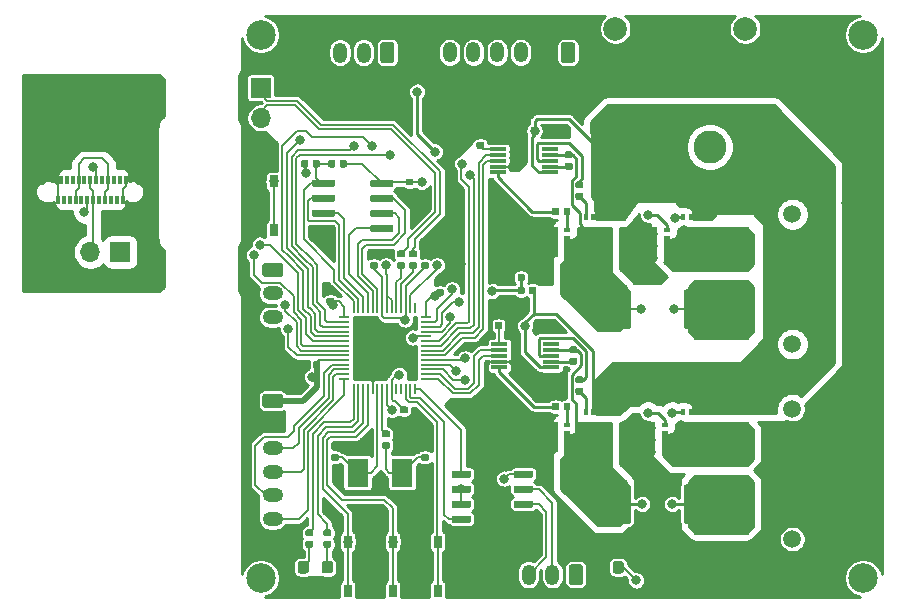
<source format=gbr>
G04 #@! TF.GenerationSoftware,KiCad,Pcbnew,(5.1.5)-3*
G04 #@! TF.CreationDate,2022-05-21T19:39:02+09:00*
G04 #@! TF.ProjectId,RP_MD,52505f4d-442e-46b6-9963-61645f706362,rev?*
G04 #@! TF.SameCoordinates,Original*
G04 #@! TF.FileFunction,Copper,L1,Top*
G04 #@! TF.FilePolarity,Positive*
%FSLAX46Y46*%
G04 Gerber Fmt 4.6, Leading zero omitted, Abs format (unit mm)*
G04 Created by KiCad (PCBNEW (5.1.5)-3) date 2022-05-21 19:39:02*
%MOMM*%
%LPD*%
G04 APERTURE LIST*
%ADD10O,0.800000X1.400000*%
%ADD11R,0.300000X0.700000*%
%ADD12O,1.750000X1.200000*%
%ADD13C,0.100000*%
%ADD14R,0.650000X1.050000*%
%ADD15O,1.700000X1.700000*%
%ADD16R,1.700000X1.700000*%
%ADD17O,1.200000X1.750000*%
%ADD18C,1.500000*%
%ADD19C,2.800000*%
%ADD20C,2.000000*%
%ADD21R,3.200000X3.200000*%
%ADD22R,0.200000X0.875000*%
%ADD23R,0.875000X0.200000*%
%ADD24R,2.650000X2.200000*%
%ADD25R,0.400000X0.600000*%
%ADD26R,0.600000X0.400000*%
%ADD27R,2.200000X2.650000*%
%ADD28R,1.400000X0.300000*%
%ADD29R,1.800000X2.400000*%
%ADD30C,2.500000*%
%ADD31C,0.800000*%
%ADD32C,0.200000*%
%ADD33C,0.250000*%
%ADD34C,0.500000*%
%ADD35C,0.254000*%
G04 APERTURE END LIST*
D10*
X100910000Y-64380000D03*
D11*
X99530000Y-66290000D03*
X99030000Y-66290000D03*
X98530000Y-66290000D03*
X98030000Y-66290000D03*
X97530000Y-66290000D03*
X97030000Y-66290000D03*
X96530000Y-66290000D03*
X94030000Y-66290000D03*
X95030000Y-66290000D03*
X95530000Y-66290000D03*
X96030000Y-66290000D03*
X94530000Y-66290000D03*
X94280000Y-64590000D03*
D10*
X92650000Y-64380000D03*
X92290000Y-58430000D03*
X101270000Y-58430000D03*
D11*
X94780000Y-64590000D03*
X95280000Y-64590000D03*
X95780000Y-64590000D03*
X96280000Y-64590000D03*
X96780000Y-64590000D03*
X97280000Y-64590000D03*
X97780000Y-64590000D03*
X98280000Y-64590000D03*
X98780000Y-64590000D03*
X99280000Y-64590000D03*
X99780000Y-64590000D03*
D12*
X112220000Y-93330000D03*
X112220000Y-91330000D03*
X112220000Y-89330000D03*
X112220000Y-87330000D03*
X112220000Y-85330000D03*
G04 #@! TA.AperFunction,ComponentPad*
D13*
G36*
X112869505Y-82731204D02*
G01*
X112893773Y-82734804D01*
X112917572Y-82740765D01*
X112940671Y-82749030D01*
X112962850Y-82759520D01*
X112983893Y-82772132D01*
X113003599Y-82786747D01*
X113021777Y-82803223D01*
X113038253Y-82821401D01*
X113052868Y-82841107D01*
X113065480Y-82862150D01*
X113075970Y-82884329D01*
X113084235Y-82907428D01*
X113090196Y-82931227D01*
X113093796Y-82955495D01*
X113095000Y-82979999D01*
X113095000Y-83680001D01*
X113093796Y-83704505D01*
X113090196Y-83728773D01*
X113084235Y-83752572D01*
X113075970Y-83775671D01*
X113065480Y-83797850D01*
X113052868Y-83818893D01*
X113038253Y-83838599D01*
X113021777Y-83856777D01*
X113003599Y-83873253D01*
X112983893Y-83887868D01*
X112962850Y-83900480D01*
X112940671Y-83910970D01*
X112917572Y-83919235D01*
X112893773Y-83925196D01*
X112869505Y-83928796D01*
X112845001Y-83930000D01*
X111594999Y-83930000D01*
X111570495Y-83928796D01*
X111546227Y-83925196D01*
X111522428Y-83919235D01*
X111499329Y-83910970D01*
X111477150Y-83900480D01*
X111456107Y-83887868D01*
X111436401Y-83873253D01*
X111418223Y-83856777D01*
X111401747Y-83838599D01*
X111387132Y-83818893D01*
X111374520Y-83797850D01*
X111364030Y-83775671D01*
X111355765Y-83752572D01*
X111349804Y-83728773D01*
X111346204Y-83704505D01*
X111345000Y-83680001D01*
X111345000Y-82979999D01*
X111346204Y-82955495D01*
X111349804Y-82931227D01*
X111355765Y-82907428D01*
X111364030Y-82884329D01*
X111374520Y-82862150D01*
X111387132Y-82841107D01*
X111401747Y-82821401D01*
X111418223Y-82803223D01*
X111436401Y-82786747D01*
X111456107Y-82772132D01*
X111477150Y-82759520D01*
X111499329Y-82749030D01*
X111522428Y-82740765D01*
X111546227Y-82734804D01*
X111570495Y-82731204D01*
X111594999Y-82730000D01*
X112845001Y-82730000D01*
X112869505Y-82731204D01*
G37*
G04 #@! TD.AperFunction*
G04 #@! TA.AperFunction,SMDPad,CuDef*
G36*
X131502958Y-76642710D02*
G01*
X131517276Y-76644834D01*
X131531317Y-76648351D01*
X131544946Y-76653228D01*
X131558031Y-76659417D01*
X131570447Y-76666858D01*
X131582073Y-76675481D01*
X131592798Y-76685202D01*
X131602519Y-76695927D01*
X131611142Y-76707553D01*
X131618583Y-76719969D01*
X131624772Y-76733054D01*
X131629649Y-76746683D01*
X131633166Y-76760724D01*
X131635290Y-76775042D01*
X131636000Y-76789500D01*
X131636000Y-77134500D01*
X131635290Y-77148958D01*
X131633166Y-77163276D01*
X131629649Y-77177317D01*
X131624772Y-77190946D01*
X131618583Y-77204031D01*
X131611142Y-77216447D01*
X131602519Y-77228073D01*
X131592798Y-77238798D01*
X131582073Y-77248519D01*
X131570447Y-77257142D01*
X131558031Y-77264583D01*
X131544946Y-77270772D01*
X131531317Y-77275649D01*
X131517276Y-77279166D01*
X131502958Y-77281290D01*
X131488500Y-77282000D01*
X131193500Y-77282000D01*
X131179042Y-77281290D01*
X131164724Y-77279166D01*
X131150683Y-77275649D01*
X131137054Y-77270772D01*
X131123969Y-77264583D01*
X131111553Y-77257142D01*
X131099927Y-77248519D01*
X131089202Y-77238798D01*
X131079481Y-77228073D01*
X131070858Y-77216447D01*
X131063417Y-77204031D01*
X131057228Y-77190946D01*
X131052351Y-77177317D01*
X131048834Y-77163276D01*
X131046710Y-77148958D01*
X131046000Y-77134500D01*
X131046000Y-76789500D01*
X131046710Y-76775042D01*
X131048834Y-76760724D01*
X131052351Y-76746683D01*
X131057228Y-76733054D01*
X131063417Y-76719969D01*
X131070858Y-76707553D01*
X131079481Y-76695927D01*
X131089202Y-76685202D01*
X131099927Y-76675481D01*
X131111553Y-76666858D01*
X131123969Y-76659417D01*
X131137054Y-76653228D01*
X131150683Y-76648351D01*
X131164724Y-76644834D01*
X131179042Y-76642710D01*
X131193500Y-76642000D01*
X131488500Y-76642000D01*
X131502958Y-76642710D01*
G37*
G04 #@! TD.AperFunction*
G04 #@! TA.AperFunction,SMDPad,CuDef*
G36*
X132472958Y-76642710D02*
G01*
X132487276Y-76644834D01*
X132501317Y-76648351D01*
X132514946Y-76653228D01*
X132528031Y-76659417D01*
X132540447Y-76666858D01*
X132552073Y-76675481D01*
X132562798Y-76685202D01*
X132572519Y-76695927D01*
X132581142Y-76707553D01*
X132588583Y-76719969D01*
X132594772Y-76733054D01*
X132599649Y-76746683D01*
X132603166Y-76760724D01*
X132605290Y-76775042D01*
X132606000Y-76789500D01*
X132606000Y-77134500D01*
X132605290Y-77148958D01*
X132603166Y-77163276D01*
X132599649Y-77177317D01*
X132594772Y-77190946D01*
X132588583Y-77204031D01*
X132581142Y-77216447D01*
X132572519Y-77228073D01*
X132562798Y-77238798D01*
X132552073Y-77248519D01*
X132540447Y-77257142D01*
X132528031Y-77264583D01*
X132514946Y-77270772D01*
X132501317Y-77275649D01*
X132487276Y-77279166D01*
X132472958Y-77281290D01*
X132458500Y-77282000D01*
X132163500Y-77282000D01*
X132149042Y-77281290D01*
X132134724Y-77279166D01*
X132120683Y-77275649D01*
X132107054Y-77270772D01*
X132093969Y-77264583D01*
X132081553Y-77257142D01*
X132069927Y-77248519D01*
X132059202Y-77238798D01*
X132049481Y-77228073D01*
X132040858Y-77216447D01*
X132033417Y-77204031D01*
X132027228Y-77190946D01*
X132022351Y-77177317D01*
X132018834Y-77163276D01*
X132016710Y-77148958D01*
X132016000Y-77134500D01*
X132016000Y-76789500D01*
X132016710Y-76775042D01*
X132018834Y-76760724D01*
X132022351Y-76746683D01*
X132027228Y-76733054D01*
X132033417Y-76719969D01*
X132040858Y-76707553D01*
X132049481Y-76695927D01*
X132059202Y-76685202D01*
X132069927Y-76675481D01*
X132081553Y-76666858D01*
X132093969Y-76659417D01*
X132107054Y-76653228D01*
X132120683Y-76648351D01*
X132134724Y-76644834D01*
X132149042Y-76642710D01*
X132163500Y-76642000D01*
X132458500Y-76642000D01*
X132472958Y-76642710D01*
G37*
G04 #@! TD.AperFunction*
D14*
X128329000Y-95255000D03*
X128329000Y-99405000D03*
X126179000Y-95255000D03*
X126179000Y-99405000D03*
X122385000Y-99405000D03*
X122385000Y-95255000D03*
X124535000Y-99405000D03*
X124535000Y-95255000D03*
X118575000Y-99405000D03*
X118575000Y-95255000D03*
X120725000Y-99405000D03*
X120725000Y-95255000D03*
X112295000Y-64755000D03*
X112295000Y-68905000D03*
X110145000Y-64755000D03*
X110145000Y-68905000D03*
G04 #@! TA.AperFunction,SMDPad,CuDef*
D13*
G36*
X163494504Y-59581204D02*
G01*
X163518773Y-59584804D01*
X163542571Y-59590765D01*
X163565671Y-59599030D01*
X163587849Y-59609520D01*
X163608893Y-59622133D01*
X163628598Y-59636747D01*
X163646777Y-59653223D01*
X163663253Y-59671402D01*
X163677867Y-59691107D01*
X163690480Y-59712151D01*
X163700970Y-59734329D01*
X163709235Y-59757429D01*
X163715196Y-59781227D01*
X163718796Y-59805496D01*
X163720000Y-59830000D01*
X163720000Y-61830000D01*
X163718796Y-61854504D01*
X163715196Y-61878773D01*
X163709235Y-61902571D01*
X163700970Y-61925671D01*
X163690480Y-61947849D01*
X163677867Y-61968893D01*
X163663253Y-61988598D01*
X163646777Y-62006777D01*
X163628598Y-62023253D01*
X163608893Y-62037867D01*
X163587849Y-62050480D01*
X163565671Y-62060970D01*
X163542571Y-62069235D01*
X163518773Y-62075196D01*
X163494504Y-62078796D01*
X163470000Y-62080000D01*
X159970000Y-62080000D01*
X159945496Y-62078796D01*
X159921227Y-62075196D01*
X159897429Y-62069235D01*
X159874329Y-62060970D01*
X159852151Y-62050480D01*
X159831107Y-62037867D01*
X159811402Y-62023253D01*
X159793223Y-62006777D01*
X159776747Y-61988598D01*
X159762133Y-61968893D01*
X159749520Y-61947849D01*
X159739030Y-61925671D01*
X159730765Y-61902571D01*
X159724804Y-61878773D01*
X159721204Y-61854504D01*
X159720000Y-61830000D01*
X159720000Y-59830000D01*
X159721204Y-59805496D01*
X159724804Y-59781227D01*
X159730765Y-59757429D01*
X159739030Y-59734329D01*
X159749520Y-59712151D01*
X159762133Y-59691107D01*
X159776747Y-59671402D01*
X159793223Y-59653223D01*
X159811402Y-59636747D01*
X159831107Y-59622133D01*
X159852151Y-59609520D01*
X159874329Y-59599030D01*
X159897429Y-59590765D01*
X159921227Y-59584804D01*
X159945496Y-59581204D01*
X159970000Y-59580000D01*
X163470000Y-59580000D01*
X163494504Y-59581204D01*
G37*
G04 #@! TD.AperFunction*
G04 #@! TA.AperFunction,SMDPad,CuDef*
G36*
X155494504Y-59581204D02*
G01*
X155518773Y-59584804D01*
X155542571Y-59590765D01*
X155565671Y-59599030D01*
X155587849Y-59609520D01*
X155608893Y-59622133D01*
X155628598Y-59636747D01*
X155646777Y-59653223D01*
X155663253Y-59671402D01*
X155677867Y-59691107D01*
X155690480Y-59712151D01*
X155700970Y-59734329D01*
X155709235Y-59757429D01*
X155715196Y-59781227D01*
X155718796Y-59805496D01*
X155720000Y-59830000D01*
X155720000Y-61830000D01*
X155718796Y-61854504D01*
X155715196Y-61878773D01*
X155709235Y-61902571D01*
X155700970Y-61925671D01*
X155690480Y-61947849D01*
X155677867Y-61968893D01*
X155663253Y-61988598D01*
X155646777Y-62006777D01*
X155628598Y-62023253D01*
X155608893Y-62037867D01*
X155587849Y-62050480D01*
X155565671Y-62060970D01*
X155542571Y-62069235D01*
X155518773Y-62075196D01*
X155494504Y-62078796D01*
X155470000Y-62080000D01*
X151970000Y-62080000D01*
X151945496Y-62078796D01*
X151921227Y-62075196D01*
X151897429Y-62069235D01*
X151874329Y-62060970D01*
X151852151Y-62050480D01*
X151831107Y-62037867D01*
X151811402Y-62023253D01*
X151793223Y-62006777D01*
X151776747Y-61988598D01*
X151762133Y-61968893D01*
X151749520Y-61947849D01*
X151739030Y-61925671D01*
X151730765Y-61902571D01*
X151724804Y-61878773D01*
X151721204Y-61854504D01*
X151720000Y-61830000D01*
X151720000Y-59830000D01*
X151721204Y-59805496D01*
X151724804Y-59781227D01*
X151730765Y-59757429D01*
X151739030Y-59734329D01*
X151749520Y-59712151D01*
X151762133Y-59691107D01*
X151776747Y-59671402D01*
X151793223Y-59653223D01*
X151811402Y-59636747D01*
X151831107Y-59622133D01*
X151852151Y-59609520D01*
X151874329Y-59599030D01*
X151897429Y-59590765D01*
X151921227Y-59584804D01*
X151945496Y-59581204D01*
X151970000Y-59580000D01*
X155470000Y-59580000D01*
X155494504Y-59581204D01*
G37*
G04 #@! TD.AperFunction*
G04 #@! TA.AperFunction,SMDPad,CuDef*
G36*
X133407958Y-72578710D02*
G01*
X133422276Y-72580834D01*
X133436317Y-72584351D01*
X133449946Y-72589228D01*
X133463031Y-72595417D01*
X133475447Y-72602858D01*
X133487073Y-72611481D01*
X133497798Y-72621202D01*
X133507519Y-72631927D01*
X133516142Y-72643553D01*
X133523583Y-72655969D01*
X133529772Y-72669054D01*
X133534649Y-72682683D01*
X133538166Y-72696724D01*
X133540290Y-72711042D01*
X133541000Y-72725500D01*
X133541000Y-73070500D01*
X133540290Y-73084958D01*
X133538166Y-73099276D01*
X133534649Y-73113317D01*
X133529772Y-73126946D01*
X133523583Y-73140031D01*
X133516142Y-73152447D01*
X133507519Y-73164073D01*
X133497798Y-73174798D01*
X133487073Y-73184519D01*
X133475447Y-73193142D01*
X133463031Y-73200583D01*
X133449946Y-73206772D01*
X133436317Y-73211649D01*
X133422276Y-73215166D01*
X133407958Y-73217290D01*
X133393500Y-73218000D01*
X133098500Y-73218000D01*
X133084042Y-73217290D01*
X133069724Y-73215166D01*
X133055683Y-73211649D01*
X133042054Y-73206772D01*
X133028969Y-73200583D01*
X133016553Y-73193142D01*
X133004927Y-73184519D01*
X132994202Y-73174798D01*
X132984481Y-73164073D01*
X132975858Y-73152447D01*
X132968417Y-73140031D01*
X132962228Y-73126946D01*
X132957351Y-73113317D01*
X132953834Y-73099276D01*
X132951710Y-73084958D01*
X132951000Y-73070500D01*
X132951000Y-72725500D01*
X132951710Y-72711042D01*
X132953834Y-72696724D01*
X132957351Y-72682683D01*
X132962228Y-72669054D01*
X132968417Y-72655969D01*
X132975858Y-72643553D01*
X132984481Y-72631927D01*
X132994202Y-72621202D01*
X133004927Y-72611481D01*
X133016553Y-72602858D01*
X133028969Y-72595417D01*
X133042054Y-72589228D01*
X133055683Y-72584351D01*
X133069724Y-72580834D01*
X133084042Y-72578710D01*
X133098500Y-72578000D01*
X133393500Y-72578000D01*
X133407958Y-72578710D01*
G37*
G04 #@! TD.AperFunction*
G04 #@! TA.AperFunction,SMDPad,CuDef*
G36*
X134377958Y-72578710D02*
G01*
X134392276Y-72580834D01*
X134406317Y-72584351D01*
X134419946Y-72589228D01*
X134433031Y-72595417D01*
X134445447Y-72602858D01*
X134457073Y-72611481D01*
X134467798Y-72621202D01*
X134477519Y-72631927D01*
X134486142Y-72643553D01*
X134493583Y-72655969D01*
X134499772Y-72669054D01*
X134504649Y-72682683D01*
X134508166Y-72696724D01*
X134510290Y-72711042D01*
X134511000Y-72725500D01*
X134511000Y-73070500D01*
X134510290Y-73084958D01*
X134508166Y-73099276D01*
X134504649Y-73113317D01*
X134499772Y-73126946D01*
X134493583Y-73140031D01*
X134486142Y-73152447D01*
X134477519Y-73164073D01*
X134467798Y-73174798D01*
X134457073Y-73184519D01*
X134445447Y-73193142D01*
X134433031Y-73200583D01*
X134419946Y-73206772D01*
X134406317Y-73211649D01*
X134392276Y-73215166D01*
X134377958Y-73217290D01*
X134363500Y-73218000D01*
X134068500Y-73218000D01*
X134054042Y-73217290D01*
X134039724Y-73215166D01*
X134025683Y-73211649D01*
X134012054Y-73206772D01*
X133998969Y-73200583D01*
X133986553Y-73193142D01*
X133974927Y-73184519D01*
X133964202Y-73174798D01*
X133954481Y-73164073D01*
X133945858Y-73152447D01*
X133938417Y-73140031D01*
X133932228Y-73126946D01*
X133927351Y-73113317D01*
X133923834Y-73099276D01*
X133921710Y-73084958D01*
X133921000Y-73070500D01*
X133921000Y-72725500D01*
X133921710Y-72711042D01*
X133923834Y-72696724D01*
X133927351Y-72682683D01*
X133932228Y-72669054D01*
X133938417Y-72655969D01*
X133945858Y-72643553D01*
X133954481Y-72631927D01*
X133964202Y-72621202D01*
X133974927Y-72611481D01*
X133986553Y-72602858D01*
X133998969Y-72595417D01*
X134012054Y-72589228D01*
X134025683Y-72584351D01*
X134039724Y-72580834D01*
X134054042Y-72578710D01*
X134068500Y-72578000D01*
X134363500Y-72578000D01*
X134377958Y-72578710D01*
G37*
G04 #@! TD.AperFunction*
G04 #@! TA.AperFunction,SMDPad,CuDef*
G36*
X134377958Y-73658710D02*
G01*
X134392276Y-73660834D01*
X134406317Y-73664351D01*
X134419946Y-73669228D01*
X134433031Y-73675417D01*
X134445447Y-73682858D01*
X134457073Y-73691481D01*
X134467798Y-73701202D01*
X134477519Y-73711927D01*
X134486142Y-73723553D01*
X134493583Y-73735969D01*
X134499772Y-73749054D01*
X134504649Y-73762683D01*
X134508166Y-73776724D01*
X134510290Y-73791042D01*
X134511000Y-73805500D01*
X134511000Y-74150500D01*
X134510290Y-74164958D01*
X134508166Y-74179276D01*
X134504649Y-74193317D01*
X134499772Y-74206946D01*
X134493583Y-74220031D01*
X134486142Y-74232447D01*
X134477519Y-74244073D01*
X134467798Y-74254798D01*
X134457073Y-74264519D01*
X134445447Y-74273142D01*
X134433031Y-74280583D01*
X134419946Y-74286772D01*
X134406317Y-74291649D01*
X134392276Y-74295166D01*
X134377958Y-74297290D01*
X134363500Y-74298000D01*
X134068500Y-74298000D01*
X134054042Y-74297290D01*
X134039724Y-74295166D01*
X134025683Y-74291649D01*
X134012054Y-74286772D01*
X133998969Y-74280583D01*
X133986553Y-74273142D01*
X133974927Y-74264519D01*
X133964202Y-74254798D01*
X133954481Y-74244073D01*
X133945858Y-74232447D01*
X133938417Y-74220031D01*
X133932228Y-74206946D01*
X133927351Y-74193317D01*
X133923834Y-74179276D01*
X133921710Y-74164958D01*
X133921000Y-74150500D01*
X133921000Y-73805500D01*
X133921710Y-73791042D01*
X133923834Y-73776724D01*
X133927351Y-73762683D01*
X133932228Y-73749054D01*
X133938417Y-73735969D01*
X133945858Y-73723553D01*
X133954481Y-73711927D01*
X133964202Y-73701202D01*
X133974927Y-73691481D01*
X133986553Y-73682858D01*
X133998969Y-73675417D01*
X134012054Y-73669228D01*
X134025683Y-73664351D01*
X134039724Y-73660834D01*
X134054042Y-73658710D01*
X134068500Y-73658000D01*
X134363500Y-73658000D01*
X134377958Y-73658710D01*
G37*
G04 #@! TD.AperFunction*
G04 #@! TA.AperFunction,SMDPad,CuDef*
G36*
X133407958Y-73658710D02*
G01*
X133422276Y-73660834D01*
X133436317Y-73664351D01*
X133449946Y-73669228D01*
X133463031Y-73675417D01*
X133475447Y-73682858D01*
X133487073Y-73691481D01*
X133497798Y-73701202D01*
X133507519Y-73711927D01*
X133516142Y-73723553D01*
X133523583Y-73735969D01*
X133529772Y-73749054D01*
X133534649Y-73762683D01*
X133538166Y-73776724D01*
X133540290Y-73791042D01*
X133541000Y-73805500D01*
X133541000Y-74150500D01*
X133540290Y-74164958D01*
X133538166Y-74179276D01*
X133534649Y-74193317D01*
X133529772Y-74206946D01*
X133523583Y-74220031D01*
X133516142Y-74232447D01*
X133507519Y-74244073D01*
X133497798Y-74254798D01*
X133487073Y-74264519D01*
X133475447Y-74273142D01*
X133463031Y-74280583D01*
X133449946Y-74286772D01*
X133436317Y-74291649D01*
X133422276Y-74295166D01*
X133407958Y-74297290D01*
X133393500Y-74298000D01*
X133098500Y-74298000D01*
X133084042Y-74297290D01*
X133069724Y-74295166D01*
X133055683Y-74291649D01*
X133042054Y-74286772D01*
X133028969Y-74280583D01*
X133016553Y-74273142D01*
X133004927Y-74264519D01*
X132994202Y-74254798D01*
X132984481Y-74244073D01*
X132975858Y-74232447D01*
X132968417Y-74220031D01*
X132962228Y-74206946D01*
X132957351Y-74193317D01*
X132953834Y-74179276D01*
X132951710Y-74164958D01*
X132951000Y-74150500D01*
X132951000Y-73805500D01*
X132951710Y-73791042D01*
X132953834Y-73776724D01*
X132957351Y-73762683D01*
X132962228Y-73749054D01*
X132968417Y-73735969D01*
X132975858Y-73723553D01*
X132984481Y-73711927D01*
X132994202Y-73701202D01*
X133004927Y-73691481D01*
X133016553Y-73682858D01*
X133028969Y-73675417D01*
X133042054Y-73669228D01*
X133055683Y-73664351D01*
X133069724Y-73660834D01*
X133084042Y-73658710D01*
X133098500Y-73658000D01*
X133393500Y-73658000D01*
X133407958Y-73658710D01*
G37*
G04 #@! TD.AperFunction*
D15*
X111220000Y-61910000D03*
X111220000Y-59370000D03*
D16*
X111220000Y-56830000D03*
D15*
X94240000Y-70730000D03*
X96780000Y-70730000D03*
D16*
X99320000Y-70730000D03*
G04 #@! TA.AperFunction,SMDPad,CuDef*
D13*
G36*
X142329505Y-90401204D02*
G01*
X142353773Y-90404804D01*
X142377572Y-90410765D01*
X142400671Y-90419030D01*
X142422850Y-90429520D01*
X142443893Y-90442132D01*
X142463599Y-90456747D01*
X142481777Y-90473223D01*
X142498253Y-90491401D01*
X142512868Y-90511107D01*
X142525480Y-90532150D01*
X142535970Y-90554329D01*
X142544235Y-90577428D01*
X142550196Y-90601227D01*
X142553796Y-90625495D01*
X142555000Y-90649999D01*
X142555000Y-93500001D01*
X142553796Y-93524505D01*
X142550196Y-93548773D01*
X142544235Y-93572572D01*
X142535970Y-93595671D01*
X142525480Y-93617850D01*
X142512868Y-93638893D01*
X142498253Y-93658599D01*
X142481777Y-93676777D01*
X142463599Y-93693253D01*
X142443893Y-93707868D01*
X142422850Y-93720480D01*
X142400671Y-93730970D01*
X142377572Y-93739235D01*
X142353773Y-93745196D01*
X142329505Y-93748796D01*
X142305001Y-93750000D01*
X141454999Y-93750000D01*
X141430495Y-93748796D01*
X141406227Y-93745196D01*
X141382428Y-93739235D01*
X141359329Y-93730970D01*
X141337150Y-93720480D01*
X141316107Y-93707868D01*
X141296401Y-93693253D01*
X141278223Y-93676777D01*
X141261747Y-93658599D01*
X141247132Y-93638893D01*
X141234520Y-93617850D01*
X141224030Y-93595671D01*
X141215765Y-93572572D01*
X141209804Y-93548773D01*
X141206204Y-93524505D01*
X141205000Y-93500001D01*
X141205000Y-90649999D01*
X141206204Y-90625495D01*
X141209804Y-90601227D01*
X141215765Y-90577428D01*
X141224030Y-90554329D01*
X141234520Y-90532150D01*
X141247132Y-90511107D01*
X141261747Y-90491401D01*
X141278223Y-90473223D01*
X141296401Y-90456747D01*
X141316107Y-90442132D01*
X141337150Y-90429520D01*
X141359329Y-90419030D01*
X141382428Y-90410765D01*
X141406227Y-90404804D01*
X141430495Y-90401204D01*
X141454999Y-90400000D01*
X142305001Y-90400000D01*
X142329505Y-90401204D01*
G37*
G04 #@! TD.AperFunction*
G04 #@! TA.AperFunction,SMDPad,CuDef*
G36*
X148129505Y-90401204D02*
G01*
X148153773Y-90404804D01*
X148177572Y-90410765D01*
X148200671Y-90419030D01*
X148222850Y-90429520D01*
X148243893Y-90442132D01*
X148263599Y-90456747D01*
X148281777Y-90473223D01*
X148298253Y-90491401D01*
X148312868Y-90511107D01*
X148325480Y-90532150D01*
X148335970Y-90554329D01*
X148344235Y-90577428D01*
X148350196Y-90601227D01*
X148353796Y-90625495D01*
X148355000Y-90649999D01*
X148355000Y-93500001D01*
X148353796Y-93524505D01*
X148350196Y-93548773D01*
X148344235Y-93572572D01*
X148335970Y-93595671D01*
X148325480Y-93617850D01*
X148312868Y-93638893D01*
X148298253Y-93658599D01*
X148281777Y-93676777D01*
X148263599Y-93693253D01*
X148243893Y-93707868D01*
X148222850Y-93720480D01*
X148200671Y-93730970D01*
X148177572Y-93739235D01*
X148153773Y-93745196D01*
X148129505Y-93748796D01*
X148105001Y-93750000D01*
X147254999Y-93750000D01*
X147230495Y-93748796D01*
X147206227Y-93745196D01*
X147182428Y-93739235D01*
X147159329Y-93730970D01*
X147137150Y-93720480D01*
X147116107Y-93707868D01*
X147096401Y-93693253D01*
X147078223Y-93676777D01*
X147061747Y-93658599D01*
X147047132Y-93638893D01*
X147034520Y-93617850D01*
X147024030Y-93595671D01*
X147015765Y-93572572D01*
X147009804Y-93548773D01*
X147006204Y-93524505D01*
X147005000Y-93500001D01*
X147005000Y-90649999D01*
X147006204Y-90625495D01*
X147009804Y-90601227D01*
X147015765Y-90577428D01*
X147024030Y-90554329D01*
X147034520Y-90532150D01*
X147047132Y-90511107D01*
X147061747Y-90491401D01*
X147078223Y-90473223D01*
X147096401Y-90456747D01*
X147116107Y-90442132D01*
X147137150Y-90429520D01*
X147159329Y-90419030D01*
X147182428Y-90410765D01*
X147206227Y-90404804D01*
X147230495Y-90401204D01*
X147254999Y-90400000D01*
X148105001Y-90400000D01*
X148129505Y-90401204D01*
G37*
G04 #@! TD.AperFunction*
G04 #@! TA.AperFunction,SMDPad,CuDef*
G36*
X134124703Y-89235722D02*
G01*
X134139264Y-89237882D01*
X134153543Y-89241459D01*
X134167403Y-89246418D01*
X134180710Y-89252712D01*
X134193336Y-89260280D01*
X134205159Y-89269048D01*
X134216066Y-89278934D01*
X134225952Y-89289841D01*
X134234720Y-89301664D01*
X134242288Y-89314290D01*
X134248582Y-89327597D01*
X134253541Y-89341457D01*
X134257118Y-89355736D01*
X134259278Y-89370297D01*
X134260000Y-89385000D01*
X134260000Y-89685000D01*
X134259278Y-89699703D01*
X134257118Y-89714264D01*
X134253541Y-89728543D01*
X134248582Y-89742403D01*
X134242288Y-89755710D01*
X134234720Y-89768336D01*
X134225952Y-89780159D01*
X134216066Y-89791066D01*
X134205159Y-89800952D01*
X134193336Y-89809720D01*
X134180710Y-89817288D01*
X134167403Y-89823582D01*
X134153543Y-89828541D01*
X134139264Y-89832118D01*
X134124703Y-89834278D01*
X134110000Y-89835000D01*
X132760000Y-89835000D01*
X132745297Y-89834278D01*
X132730736Y-89832118D01*
X132716457Y-89828541D01*
X132702597Y-89823582D01*
X132689290Y-89817288D01*
X132676664Y-89809720D01*
X132664841Y-89800952D01*
X132653934Y-89791066D01*
X132644048Y-89780159D01*
X132635280Y-89768336D01*
X132627712Y-89755710D01*
X132621418Y-89742403D01*
X132616459Y-89728543D01*
X132612882Y-89714264D01*
X132610722Y-89699703D01*
X132610000Y-89685000D01*
X132610000Y-89385000D01*
X132610722Y-89370297D01*
X132612882Y-89355736D01*
X132616459Y-89341457D01*
X132621418Y-89327597D01*
X132627712Y-89314290D01*
X132635280Y-89301664D01*
X132644048Y-89289841D01*
X132653934Y-89278934D01*
X132664841Y-89269048D01*
X132676664Y-89260280D01*
X132689290Y-89252712D01*
X132702597Y-89246418D01*
X132716457Y-89241459D01*
X132730736Y-89237882D01*
X132745297Y-89235722D01*
X132760000Y-89235000D01*
X134110000Y-89235000D01*
X134124703Y-89235722D01*
G37*
G04 #@! TD.AperFunction*
G04 #@! TA.AperFunction,SMDPad,CuDef*
G36*
X134124703Y-90505722D02*
G01*
X134139264Y-90507882D01*
X134153543Y-90511459D01*
X134167403Y-90516418D01*
X134180710Y-90522712D01*
X134193336Y-90530280D01*
X134205159Y-90539048D01*
X134216066Y-90548934D01*
X134225952Y-90559841D01*
X134234720Y-90571664D01*
X134242288Y-90584290D01*
X134248582Y-90597597D01*
X134253541Y-90611457D01*
X134257118Y-90625736D01*
X134259278Y-90640297D01*
X134260000Y-90655000D01*
X134260000Y-90955000D01*
X134259278Y-90969703D01*
X134257118Y-90984264D01*
X134253541Y-90998543D01*
X134248582Y-91012403D01*
X134242288Y-91025710D01*
X134234720Y-91038336D01*
X134225952Y-91050159D01*
X134216066Y-91061066D01*
X134205159Y-91070952D01*
X134193336Y-91079720D01*
X134180710Y-91087288D01*
X134167403Y-91093582D01*
X134153543Y-91098541D01*
X134139264Y-91102118D01*
X134124703Y-91104278D01*
X134110000Y-91105000D01*
X132760000Y-91105000D01*
X132745297Y-91104278D01*
X132730736Y-91102118D01*
X132716457Y-91098541D01*
X132702597Y-91093582D01*
X132689290Y-91087288D01*
X132676664Y-91079720D01*
X132664841Y-91070952D01*
X132653934Y-91061066D01*
X132644048Y-91050159D01*
X132635280Y-91038336D01*
X132627712Y-91025710D01*
X132621418Y-91012403D01*
X132616459Y-90998543D01*
X132612882Y-90984264D01*
X132610722Y-90969703D01*
X132610000Y-90955000D01*
X132610000Y-90655000D01*
X132610722Y-90640297D01*
X132612882Y-90625736D01*
X132616459Y-90611457D01*
X132621418Y-90597597D01*
X132627712Y-90584290D01*
X132635280Y-90571664D01*
X132644048Y-90559841D01*
X132653934Y-90548934D01*
X132664841Y-90539048D01*
X132676664Y-90530280D01*
X132689290Y-90522712D01*
X132702597Y-90516418D01*
X132716457Y-90511459D01*
X132730736Y-90507882D01*
X132745297Y-90505722D01*
X132760000Y-90505000D01*
X134110000Y-90505000D01*
X134124703Y-90505722D01*
G37*
G04 #@! TD.AperFunction*
G04 #@! TA.AperFunction,SMDPad,CuDef*
G36*
X134124703Y-91775722D02*
G01*
X134139264Y-91777882D01*
X134153543Y-91781459D01*
X134167403Y-91786418D01*
X134180710Y-91792712D01*
X134193336Y-91800280D01*
X134205159Y-91809048D01*
X134216066Y-91818934D01*
X134225952Y-91829841D01*
X134234720Y-91841664D01*
X134242288Y-91854290D01*
X134248582Y-91867597D01*
X134253541Y-91881457D01*
X134257118Y-91895736D01*
X134259278Y-91910297D01*
X134260000Y-91925000D01*
X134260000Y-92225000D01*
X134259278Y-92239703D01*
X134257118Y-92254264D01*
X134253541Y-92268543D01*
X134248582Y-92282403D01*
X134242288Y-92295710D01*
X134234720Y-92308336D01*
X134225952Y-92320159D01*
X134216066Y-92331066D01*
X134205159Y-92340952D01*
X134193336Y-92349720D01*
X134180710Y-92357288D01*
X134167403Y-92363582D01*
X134153543Y-92368541D01*
X134139264Y-92372118D01*
X134124703Y-92374278D01*
X134110000Y-92375000D01*
X132760000Y-92375000D01*
X132745297Y-92374278D01*
X132730736Y-92372118D01*
X132716457Y-92368541D01*
X132702597Y-92363582D01*
X132689290Y-92357288D01*
X132676664Y-92349720D01*
X132664841Y-92340952D01*
X132653934Y-92331066D01*
X132644048Y-92320159D01*
X132635280Y-92308336D01*
X132627712Y-92295710D01*
X132621418Y-92282403D01*
X132616459Y-92268543D01*
X132612882Y-92254264D01*
X132610722Y-92239703D01*
X132610000Y-92225000D01*
X132610000Y-91925000D01*
X132610722Y-91910297D01*
X132612882Y-91895736D01*
X132616459Y-91881457D01*
X132621418Y-91867597D01*
X132627712Y-91854290D01*
X132635280Y-91841664D01*
X132644048Y-91829841D01*
X132653934Y-91818934D01*
X132664841Y-91809048D01*
X132676664Y-91800280D01*
X132689290Y-91792712D01*
X132702597Y-91786418D01*
X132716457Y-91781459D01*
X132730736Y-91777882D01*
X132745297Y-91775722D01*
X132760000Y-91775000D01*
X134110000Y-91775000D01*
X134124703Y-91775722D01*
G37*
G04 #@! TD.AperFunction*
G04 #@! TA.AperFunction,SMDPad,CuDef*
G36*
X134124703Y-93045722D02*
G01*
X134139264Y-93047882D01*
X134153543Y-93051459D01*
X134167403Y-93056418D01*
X134180710Y-93062712D01*
X134193336Y-93070280D01*
X134205159Y-93079048D01*
X134216066Y-93088934D01*
X134225952Y-93099841D01*
X134234720Y-93111664D01*
X134242288Y-93124290D01*
X134248582Y-93137597D01*
X134253541Y-93151457D01*
X134257118Y-93165736D01*
X134259278Y-93180297D01*
X134260000Y-93195000D01*
X134260000Y-93495000D01*
X134259278Y-93509703D01*
X134257118Y-93524264D01*
X134253541Y-93538543D01*
X134248582Y-93552403D01*
X134242288Y-93565710D01*
X134234720Y-93578336D01*
X134225952Y-93590159D01*
X134216066Y-93601066D01*
X134205159Y-93610952D01*
X134193336Y-93619720D01*
X134180710Y-93627288D01*
X134167403Y-93633582D01*
X134153543Y-93638541D01*
X134139264Y-93642118D01*
X134124703Y-93644278D01*
X134110000Y-93645000D01*
X132760000Y-93645000D01*
X132745297Y-93644278D01*
X132730736Y-93642118D01*
X132716457Y-93638541D01*
X132702597Y-93633582D01*
X132689290Y-93627288D01*
X132676664Y-93619720D01*
X132664841Y-93610952D01*
X132653934Y-93601066D01*
X132644048Y-93590159D01*
X132635280Y-93578336D01*
X132627712Y-93565710D01*
X132621418Y-93552403D01*
X132616459Y-93538543D01*
X132612882Y-93524264D01*
X132610722Y-93509703D01*
X132610000Y-93495000D01*
X132610000Y-93195000D01*
X132610722Y-93180297D01*
X132612882Y-93165736D01*
X132616459Y-93151457D01*
X132621418Y-93137597D01*
X132627712Y-93124290D01*
X132635280Y-93111664D01*
X132644048Y-93099841D01*
X132653934Y-93088934D01*
X132664841Y-93079048D01*
X132676664Y-93070280D01*
X132689290Y-93062712D01*
X132702597Y-93056418D01*
X132716457Y-93051459D01*
X132730736Y-93047882D01*
X132745297Y-93045722D01*
X132760000Y-93045000D01*
X134110000Y-93045000D01*
X134124703Y-93045722D01*
G37*
G04 #@! TD.AperFunction*
G04 #@! TA.AperFunction,SMDPad,CuDef*
G36*
X128874703Y-93045722D02*
G01*
X128889264Y-93047882D01*
X128903543Y-93051459D01*
X128917403Y-93056418D01*
X128930710Y-93062712D01*
X128943336Y-93070280D01*
X128955159Y-93079048D01*
X128966066Y-93088934D01*
X128975952Y-93099841D01*
X128984720Y-93111664D01*
X128992288Y-93124290D01*
X128998582Y-93137597D01*
X129003541Y-93151457D01*
X129007118Y-93165736D01*
X129009278Y-93180297D01*
X129010000Y-93195000D01*
X129010000Y-93495000D01*
X129009278Y-93509703D01*
X129007118Y-93524264D01*
X129003541Y-93538543D01*
X128998582Y-93552403D01*
X128992288Y-93565710D01*
X128984720Y-93578336D01*
X128975952Y-93590159D01*
X128966066Y-93601066D01*
X128955159Y-93610952D01*
X128943336Y-93619720D01*
X128930710Y-93627288D01*
X128917403Y-93633582D01*
X128903543Y-93638541D01*
X128889264Y-93642118D01*
X128874703Y-93644278D01*
X128860000Y-93645000D01*
X127510000Y-93645000D01*
X127495297Y-93644278D01*
X127480736Y-93642118D01*
X127466457Y-93638541D01*
X127452597Y-93633582D01*
X127439290Y-93627288D01*
X127426664Y-93619720D01*
X127414841Y-93610952D01*
X127403934Y-93601066D01*
X127394048Y-93590159D01*
X127385280Y-93578336D01*
X127377712Y-93565710D01*
X127371418Y-93552403D01*
X127366459Y-93538543D01*
X127362882Y-93524264D01*
X127360722Y-93509703D01*
X127360000Y-93495000D01*
X127360000Y-93195000D01*
X127360722Y-93180297D01*
X127362882Y-93165736D01*
X127366459Y-93151457D01*
X127371418Y-93137597D01*
X127377712Y-93124290D01*
X127385280Y-93111664D01*
X127394048Y-93099841D01*
X127403934Y-93088934D01*
X127414841Y-93079048D01*
X127426664Y-93070280D01*
X127439290Y-93062712D01*
X127452597Y-93056418D01*
X127466457Y-93051459D01*
X127480736Y-93047882D01*
X127495297Y-93045722D01*
X127510000Y-93045000D01*
X128860000Y-93045000D01*
X128874703Y-93045722D01*
G37*
G04 #@! TD.AperFunction*
G04 #@! TA.AperFunction,SMDPad,CuDef*
G36*
X128874703Y-91775722D02*
G01*
X128889264Y-91777882D01*
X128903543Y-91781459D01*
X128917403Y-91786418D01*
X128930710Y-91792712D01*
X128943336Y-91800280D01*
X128955159Y-91809048D01*
X128966066Y-91818934D01*
X128975952Y-91829841D01*
X128984720Y-91841664D01*
X128992288Y-91854290D01*
X128998582Y-91867597D01*
X129003541Y-91881457D01*
X129007118Y-91895736D01*
X129009278Y-91910297D01*
X129010000Y-91925000D01*
X129010000Y-92225000D01*
X129009278Y-92239703D01*
X129007118Y-92254264D01*
X129003541Y-92268543D01*
X128998582Y-92282403D01*
X128992288Y-92295710D01*
X128984720Y-92308336D01*
X128975952Y-92320159D01*
X128966066Y-92331066D01*
X128955159Y-92340952D01*
X128943336Y-92349720D01*
X128930710Y-92357288D01*
X128917403Y-92363582D01*
X128903543Y-92368541D01*
X128889264Y-92372118D01*
X128874703Y-92374278D01*
X128860000Y-92375000D01*
X127510000Y-92375000D01*
X127495297Y-92374278D01*
X127480736Y-92372118D01*
X127466457Y-92368541D01*
X127452597Y-92363582D01*
X127439290Y-92357288D01*
X127426664Y-92349720D01*
X127414841Y-92340952D01*
X127403934Y-92331066D01*
X127394048Y-92320159D01*
X127385280Y-92308336D01*
X127377712Y-92295710D01*
X127371418Y-92282403D01*
X127366459Y-92268543D01*
X127362882Y-92254264D01*
X127360722Y-92239703D01*
X127360000Y-92225000D01*
X127360000Y-91925000D01*
X127360722Y-91910297D01*
X127362882Y-91895736D01*
X127366459Y-91881457D01*
X127371418Y-91867597D01*
X127377712Y-91854290D01*
X127385280Y-91841664D01*
X127394048Y-91829841D01*
X127403934Y-91818934D01*
X127414841Y-91809048D01*
X127426664Y-91800280D01*
X127439290Y-91792712D01*
X127452597Y-91786418D01*
X127466457Y-91781459D01*
X127480736Y-91777882D01*
X127495297Y-91775722D01*
X127510000Y-91775000D01*
X128860000Y-91775000D01*
X128874703Y-91775722D01*
G37*
G04 #@! TD.AperFunction*
G04 #@! TA.AperFunction,SMDPad,CuDef*
G36*
X128874703Y-90505722D02*
G01*
X128889264Y-90507882D01*
X128903543Y-90511459D01*
X128917403Y-90516418D01*
X128930710Y-90522712D01*
X128943336Y-90530280D01*
X128955159Y-90539048D01*
X128966066Y-90548934D01*
X128975952Y-90559841D01*
X128984720Y-90571664D01*
X128992288Y-90584290D01*
X128998582Y-90597597D01*
X129003541Y-90611457D01*
X129007118Y-90625736D01*
X129009278Y-90640297D01*
X129010000Y-90655000D01*
X129010000Y-90955000D01*
X129009278Y-90969703D01*
X129007118Y-90984264D01*
X129003541Y-90998543D01*
X128998582Y-91012403D01*
X128992288Y-91025710D01*
X128984720Y-91038336D01*
X128975952Y-91050159D01*
X128966066Y-91061066D01*
X128955159Y-91070952D01*
X128943336Y-91079720D01*
X128930710Y-91087288D01*
X128917403Y-91093582D01*
X128903543Y-91098541D01*
X128889264Y-91102118D01*
X128874703Y-91104278D01*
X128860000Y-91105000D01*
X127510000Y-91105000D01*
X127495297Y-91104278D01*
X127480736Y-91102118D01*
X127466457Y-91098541D01*
X127452597Y-91093582D01*
X127439290Y-91087288D01*
X127426664Y-91079720D01*
X127414841Y-91070952D01*
X127403934Y-91061066D01*
X127394048Y-91050159D01*
X127385280Y-91038336D01*
X127377712Y-91025710D01*
X127371418Y-91012403D01*
X127366459Y-90998543D01*
X127362882Y-90984264D01*
X127360722Y-90969703D01*
X127360000Y-90955000D01*
X127360000Y-90655000D01*
X127360722Y-90640297D01*
X127362882Y-90625736D01*
X127366459Y-90611457D01*
X127371418Y-90597597D01*
X127377712Y-90584290D01*
X127385280Y-90571664D01*
X127394048Y-90559841D01*
X127403934Y-90548934D01*
X127414841Y-90539048D01*
X127426664Y-90530280D01*
X127439290Y-90522712D01*
X127452597Y-90516418D01*
X127466457Y-90511459D01*
X127480736Y-90507882D01*
X127495297Y-90505722D01*
X127510000Y-90505000D01*
X128860000Y-90505000D01*
X128874703Y-90505722D01*
G37*
G04 #@! TD.AperFunction*
G04 #@! TA.AperFunction,SMDPad,CuDef*
G36*
X128874703Y-89235722D02*
G01*
X128889264Y-89237882D01*
X128903543Y-89241459D01*
X128917403Y-89246418D01*
X128930710Y-89252712D01*
X128943336Y-89260280D01*
X128955159Y-89269048D01*
X128966066Y-89278934D01*
X128975952Y-89289841D01*
X128984720Y-89301664D01*
X128992288Y-89314290D01*
X128998582Y-89327597D01*
X129003541Y-89341457D01*
X129007118Y-89355736D01*
X129009278Y-89370297D01*
X129010000Y-89385000D01*
X129010000Y-89685000D01*
X129009278Y-89699703D01*
X129007118Y-89714264D01*
X129003541Y-89728543D01*
X128998582Y-89742403D01*
X128992288Y-89755710D01*
X128984720Y-89768336D01*
X128975952Y-89780159D01*
X128966066Y-89791066D01*
X128955159Y-89800952D01*
X128943336Y-89809720D01*
X128930710Y-89817288D01*
X128917403Y-89823582D01*
X128903543Y-89828541D01*
X128889264Y-89832118D01*
X128874703Y-89834278D01*
X128860000Y-89835000D01*
X127510000Y-89835000D01*
X127495297Y-89834278D01*
X127480736Y-89832118D01*
X127466457Y-89828541D01*
X127452597Y-89823582D01*
X127439290Y-89817288D01*
X127426664Y-89809720D01*
X127414841Y-89800952D01*
X127403934Y-89791066D01*
X127394048Y-89780159D01*
X127385280Y-89768336D01*
X127377712Y-89755710D01*
X127371418Y-89742403D01*
X127366459Y-89728543D01*
X127362882Y-89714264D01*
X127360722Y-89699703D01*
X127360000Y-89685000D01*
X127360000Y-89385000D01*
X127360722Y-89370297D01*
X127362882Y-89355736D01*
X127366459Y-89341457D01*
X127371418Y-89327597D01*
X127377712Y-89314290D01*
X127385280Y-89301664D01*
X127394048Y-89289841D01*
X127403934Y-89278934D01*
X127414841Y-89269048D01*
X127426664Y-89260280D01*
X127439290Y-89252712D01*
X127452597Y-89246418D01*
X127466457Y-89241459D01*
X127480736Y-89237882D01*
X127495297Y-89235722D01*
X127510000Y-89235000D01*
X128860000Y-89235000D01*
X128874703Y-89235722D01*
G37*
G04 #@! TD.AperFunction*
G04 #@! TA.AperFunction,SMDPad,CuDef*
G36*
X117026958Y-94216710D02*
G01*
X117041276Y-94218834D01*
X117055317Y-94222351D01*
X117068946Y-94227228D01*
X117082031Y-94233417D01*
X117094447Y-94240858D01*
X117106073Y-94249481D01*
X117116798Y-94259202D01*
X117126519Y-94269927D01*
X117135142Y-94281553D01*
X117142583Y-94293969D01*
X117148772Y-94307054D01*
X117153649Y-94320683D01*
X117157166Y-94334724D01*
X117159290Y-94349042D01*
X117160000Y-94363500D01*
X117160000Y-94658500D01*
X117159290Y-94672958D01*
X117157166Y-94687276D01*
X117153649Y-94701317D01*
X117148772Y-94714946D01*
X117142583Y-94728031D01*
X117135142Y-94740447D01*
X117126519Y-94752073D01*
X117116798Y-94762798D01*
X117106073Y-94772519D01*
X117094447Y-94781142D01*
X117082031Y-94788583D01*
X117068946Y-94794772D01*
X117055317Y-94799649D01*
X117041276Y-94803166D01*
X117026958Y-94805290D01*
X117012500Y-94806000D01*
X116667500Y-94806000D01*
X116653042Y-94805290D01*
X116638724Y-94803166D01*
X116624683Y-94799649D01*
X116611054Y-94794772D01*
X116597969Y-94788583D01*
X116585553Y-94781142D01*
X116573927Y-94772519D01*
X116563202Y-94762798D01*
X116553481Y-94752073D01*
X116544858Y-94740447D01*
X116537417Y-94728031D01*
X116531228Y-94714946D01*
X116526351Y-94701317D01*
X116522834Y-94687276D01*
X116520710Y-94672958D01*
X116520000Y-94658500D01*
X116520000Y-94363500D01*
X116520710Y-94349042D01*
X116522834Y-94334724D01*
X116526351Y-94320683D01*
X116531228Y-94307054D01*
X116537417Y-94293969D01*
X116544858Y-94281553D01*
X116553481Y-94269927D01*
X116563202Y-94259202D01*
X116573927Y-94249481D01*
X116585553Y-94240858D01*
X116597969Y-94233417D01*
X116611054Y-94227228D01*
X116624683Y-94222351D01*
X116638724Y-94218834D01*
X116653042Y-94216710D01*
X116667500Y-94216000D01*
X117012500Y-94216000D01*
X117026958Y-94216710D01*
G37*
G04 #@! TD.AperFunction*
G04 #@! TA.AperFunction,SMDPad,CuDef*
G36*
X117026958Y-95186710D02*
G01*
X117041276Y-95188834D01*
X117055317Y-95192351D01*
X117068946Y-95197228D01*
X117082031Y-95203417D01*
X117094447Y-95210858D01*
X117106073Y-95219481D01*
X117116798Y-95229202D01*
X117126519Y-95239927D01*
X117135142Y-95251553D01*
X117142583Y-95263969D01*
X117148772Y-95277054D01*
X117153649Y-95290683D01*
X117157166Y-95304724D01*
X117159290Y-95319042D01*
X117160000Y-95333500D01*
X117160000Y-95628500D01*
X117159290Y-95642958D01*
X117157166Y-95657276D01*
X117153649Y-95671317D01*
X117148772Y-95684946D01*
X117142583Y-95698031D01*
X117135142Y-95710447D01*
X117126519Y-95722073D01*
X117116798Y-95732798D01*
X117106073Y-95742519D01*
X117094447Y-95751142D01*
X117082031Y-95758583D01*
X117068946Y-95764772D01*
X117055317Y-95769649D01*
X117041276Y-95773166D01*
X117026958Y-95775290D01*
X117012500Y-95776000D01*
X116667500Y-95776000D01*
X116653042Y-95775290D01*
X116638724Y-95773166D01*
X116624683Y-95769649D01*
X116611054Y-95764772D01*
X116597969Y-95758583D01*
X116585553Y-95751142D01*
X116573927Y-95742519D01*
X116563202Y-95732798D01*
X116553481Y-95722073D01*
X116544858Y-95710447D01*
X116537417Y-95698031D01*
X116531228Y-95684946D01*
X116526351Y-95671317D01*
X116522834Y-95657276D01*
X116520710Y-95642958D01*
X116520000Y-95628500D01*
X116520000Y-95333500D01*
X116520710Y-95319042D01*
X116522834Y-95304724D01*
X116526351Y-95290683D01*
X116531228Y-95277054D01*
X116537417Y-95263969D01*
X116544858Y-95251553D01*
X116553481Y-95239927D01*
X116563202Y-95229202D01*
X116573927Y-95219481D01*
X116585553Y-95210858D01*
X116597969Y-95203417D01*
X116611054Y-95197228D01*
X116624683Y-95192351D01*
X116638724Y-95188834D01*
X116653042Y-95186710D01*
X116667500Y-95186000D01*
X117012500Y-95186000D01*
X117026958Y-95186710D01*
G37*
G04 #@! TD.AperFunction*
G04 #@! TA.AperFunction,SMDPad,CuDef*
G36*
X115502958Y-94216710D02*
G01*
X115517276Y-94218834D01*
X115531317Y-94222351D01*
X115544946Y-94227228D01*
X115558031Y-94233417D01*
X115570447Y-94240858D01*
X115582073Y-94249481D01*
X115592798Y-94259202D01*
X115602519Y-94269927D01*
X115611142Y-94281553D01*
X115618583Y-94293969D01*
X115624772Y-94307054D01*
X115629649Y-94320683D01*
X115633166Y-94334724D01*
X115635290Y-94349042D01*
X115636000Y-94363500D01*
X115636000Y-94658500D01*
X115635290Y-94672958D01*
X115633166Y-94687276D01*
X115629649Y-94701317D01*
X115624772Y-94714946D01*
X115618583Y-94728031D01*
X115611142Y-94740447D01*
X115602519Y-94752073D01*
X115592798Y-94762798D01*
X115582073Y-94772519D01*
X115570447Y-94781142D01*
X115558031Y-94788583D01*
X115544946Y-94794772D01*
X115531317Y-94799649D01*
X115517276Y-94803166D01*
X115502958Y-94805290D01*
X115488500Y-94806000D01*
X115143500Y-94806000D01*
X115129042Y-94805290D01*
X115114724Y-94803166D01*
X115100683Y-94799649D01*
X115087054Y-94794772D01*
X115073969Y-94788583D01*
X115061553Y-94781142D01*
X115049927Y-94772519D01*
X115039202Y-94762798D01*
X115029481Y-94752073D01*
X115020858Y-94740447D01*
X115013417Y-94728031D01*
X115007228Y-94714946D01*
X115002351Y-94701317D01*
X114998834Y-94687276D01*
X114996710Y-94672958D01*
X114996000Y-94658500D01*
X114996000Y-94363500D01*
X114996710Y-94349042D01*
X114998834Y-94334724D01*
X115002351Y-94320683D01*
X115007228Y-94307054D01*
X115013417Y-94293969D01*
X115020858Y-94281553D01*
X115029481Y-94269927D01*
X115039202Y-94259202D01*
X115049927Y-94249481D01*
X115061553Y-94240858D01*
X115073969Y-94233417D01*
X115087054Y-94227228D01*
X115100683Y-94222351D01*
X115114724Y-94218834D01*
X115129042Y-94216710D01*
X115143500Y-94216000D01*
X115488500Y-94216000D01*
X115502958Y-94216710D01*
G37*
G04 #@! TD.AperFunction*
G04 #@! TA.AperFunction,SMDPad,CuDef*
G36*
X115502958Y-95186710D02*
G01*
X115517276Y-95188834D01*
X115531317Y-95192351D01*
X115544946Y-95197228D01*
X115558031Y-95203417D01*
X115570447Y-95210858D01*
X115582073Y-95219481D01*
X115592798Y-95229202D01*
X115602519Y-95239927D01*
X115611142Y-95251553D01*
X115618583Y-95263969D01*
X115624772Y-95277054D01*
X115629649Y-95290683D01*
X115633166Y-95304724D01*
X115635290Y-95319042D01*
X115636000Y-95333500D01*
X115636000Y-95628500D01*
X115635290Y-95642958D01*
X115633166Y-95657276D01*
X115629649Y-95671317D01*
X115624772Y-95684946D01*
X115618583Y-95698031D01*
X115611142Y-95710447D01*
X115602519Y-95722073D01*
X115592798Y-95732798D01*
X115582073Y-95742519D01*
X115570447Y-95751142D01*
X115558031Y-95758583D01*
X115544946Y-95764772D01*
X115531317Y-95769649D01*
X115517276Y-95773166D01*
X115502958Y-95775290D01*
X115488500Y-95776000D01*
X115143500Y-95776000D01*
X115129042Y-95775290D01*
X115114724Y-95773166D01*
X115100683Y-95769649D01*
X115087054Y-95764772D01*
X115073969Y-95758583D01*
X115061553Y-95751142D01*
X115049927Y-95742519D01*
X115039202Y-95732798D01*
X115029481Y-95722073D01*
X115020858Y-95710447D01*
X115013417Y-95698031D01*
X115007228Y-95684946D01*
X115002351Y-95671317D01*
X114998834Y-95657276D01*
X114996710Y-95642958D01*
X114996000Y-95628500D01*
X114996000Y-95333500D01*
X114996710Y-95319042D01*
X114998834Y-95304724D01*
X115002351Y-95290683D01*
X115007228Y-95277054D01*
X115013417Y-95263969D01*
X115020858Y-95251553D01*
X115029481Y-95239927D01*
X115039202Y-95229202D01*
X115049927Y-95219481D01*
X115061553Y-95210858D01*
X115073969Y-95203417D01*
X115087054Y-95197228D01*
X115100683Y-95192351D01*
X115114724Y-95188834D01*
X115129042Y-95186710D01*
X115143500Y-95186000D01*
X115488500Y-95186000D01*
X115502958Y-95186710D01*
G37*
G04 #@! TD.AperFunction*
D17*
X115920000Y-53840000D03*
X117920000Y-53840000D03*
X119920000Y-53840000D03*
G04 #@! TA.AperFunction,ComponentPad*
D13*
G36*
X122294505Y-52966204D02*
G01*
X122318773Y-52969804D01*
X122342572Y-52975765D01*
X122365671Y-52984030D01*
X122387850Y-52994520D01*
X122408893Y-53007132D01*
X122428599Y-53021747D01*
X122446777Y-53038223D01*
X122463253Y-53056401D01*
X122477868Y-53076107D01*
X122490480Y-53097150D01*
X122500970Y-53119329D01*
X122509235Y-53142428D01*
X122515196Y-53166227D01*
X122518796Y-53190495D01*
X122520000Y-53214999D01*
X122520000Y-54465001D01*
X122518796Y-54489505D01*
X122515196Y-54513773D01*
X122509235Y-54537572D01*
X122500970Y-54560671D01*
X122490480Y-54582850D01*
X122477868Y-54603893D01*
X122463253Y-54623599D01*
X122446777Y-54641777D01*
X122428599Y-54658253D01*
X122408893Y-54672868D01*
X122387850Y-54685480D01*
X122365671Y-54695970D01*
X122342572Y-54704235D01*
X122318773Y-54710196D01*
X122294505Y-54713796D01*
X122270001Y-54715000D01*
X121569999Y-54715000D01*
X121545495Y-54713796D01*
X121521227Y-54710196D01*
X121497428Y-54704235D01*
X121474329Y-54695970D01*
X121452150Y-54685480D01*
X121431107Y-54672868D01*
X121411401Y-54658253D01*
X121393223Y-54641777D01*
X121376747Y-54623599D01*
X121362132Y-54603893D01*
X121349520Y-54582850D01*
X121339030Y-54560671D01*
X121330765Y-54537572D01*
X121324804Y-54513773D01*
X121321204Y-54489505D01*
X121320000Y-54465001D01*
X121320000Y-53214999D01*
X121321204Y-53190495D01*
X121324804Y-53166227D01*
X121330765Y-53142428D01*
X121339030Y-53119329D01*
X121349520Y-53097150D01*
X121362132Y-53076107D01*
X121376747Y-53056401D01*
X121393223Y-53038223D01*
X121411401Y-53021747D01*
X121431107Y-53007132D01*
X121452150Y-52994520D01*
X121474329Y-52984030D01*
X121497428Y-52975765D01*
X121521227Y-52969804D01*
X121545495Y-52966204D01*
X121569999Y-52965000D01*
X122270001Y-52965000D01*
X122294505Y-52966204D01*
G37*
G04 #@! TD.AperFunction*
D17*
X127220000Y-53830000D03*
X129220000Y-53830000D03*
X131220000Y-53830000D03*
X133220000Y-53830000D03*
X135220000Y-53830000D03*
G04 #@! TA.AperFunction,ComponentPad*
D13*
G36*
X137594505Y-52956204D02*
G01*
X137618773Y-52959804D01*
X137642572Y-52965765D01*
X137665671Y-52974030D01*
X137687850Y-52984520D01*
X137708893Y-52997132D01*
X137728599Y-53011747D01*
X137746777Y-53028223D01*
X137763253Y-53046401D01*
X137777868Y-53066107D01*
X137790480Y-53087150D01*
X137800970Y-53109329D01*
X137809235Y-53132428D01*
X137815196Y-53156227D01*
X137818796Y-53180495D01*
X137820000Y-53204999D01*
X137820000Y-54455001D01*
X137818796Y-54479505D01*
X137815196Y-54503773D01*
X137809235Y-54527572D01*
X137800970Y-54550671D01*
X137790480Y-54572850D01*
X137777868Y-54593893D01*
X137763253Y-54613599D01*
X137746777Y-54631777D01*
X137728599Y-54648253D01*
X137708893Y-54662868D01*
X137687850Y-54675480D01*
X137665671Y-54685970D01*
X137642572Y-54694235D01*
X137618773Y-54700196D01*
X137594505Y-54703796D01*
X137570001Y-54705000D01*
X136869999Y-54705000D01*
X136845495Y-54703796D01*
X136821227Y-54700196D01*
X136797428Y-54694235D01*
X136774329Y-54685970D01*
X136752150Y-54675480D01*
X136731107Y-54662868D01*
X136711401Y-54648253D01*
X136693223Y-54631777D01*
X136676747Y-54613599D01*
X136662132Y-54593893D01*
X136649520Y-54572850D01*
X136639030Y-54550671D01*
X136630765Y-54527572D01*
X136624804Y-54503773D01*
X136621204Y-54479505D01*
X136620000Y-54455001D01*
X136620000Y-53204999D01*
X136621204Y-53180495D01*
X136624804Y-53156227D01*
X136630765Y-53132428D01*
X136639030Y-53109329D01*
X136649520Y-53087150D01*
X136662132Y-53066107D01*
X136676747Y-53046401D01*
X136693223Y-53028223D01*
X136711401Y-53011747D01*
X136731107Y-52997132D01*
X136752150Y-52984520D01*
X136774329Y-52974030D01*
X136797428Y-52965765D01*
X136821227Y-52959804D01*
X136845495Y-52956204D01*
X136869999Y-52955000D01*
X137570001Y-52955000D01*
X137594505Y-52956204D01*
G37*
G04 #@! TD.AperFunction*
G04 #@! TA.AperFunction,SMDPad,CuDef*
G36*
X117100779Y-96891144D02*
G01*
X117123834Y-96894563D01*
X117146443Y-96900227D01*
X117168387Y-96908079D01*
X117189457Y-96918044D01*
X117209448Y-96930026D01*
X117228168Y-96943910D01*
X117245438Y-96959562D01*
X117261090Y-96976832D01*
X117274974Y-96995552D01*
X117286956Y-97015543D01*
X117296921Y-97036613D01*
X117304773Y-97058557D01*
X117310437Y-97081166D01*
X117313856Y-97104221D01*
X117315000Y-97127500D01*
X117315000Y-97702500D01*
X117313856Y-97725779D01*
X117310437Y-97748834D01*
X117304773Y-97771443D01*
X117296921Y-97793387D01*
X117286956Y-97814457D01*
X117274974Y-97834448D01*
X117261090Y-97853168D01*
X117245438Y-97870438D01*
X117228168Y-97886090D01*
X117209448Y-97899974D01*
X117189457Y-97911956D01*
X117168387Y-97921921D01*
X117146443Y-97929773D01*
X117123834Y-97935437D01*
X117100779Y-97938856D01*
X117077500Y-97940000D01*
X116602500Y-97940000D01*
X116579221Y-97938856D01*
X116556166Y-97935437D01*
X116533557Y-97929773D01*
X116511613Y-97921921D01*
X116490543Y-97911956D01*
X116470552Y-97899974D01*
X116451832Y-97886090D01*
X116434562Y-97870438D01*
X116418910Y-97853168D01*
X116405026Y-97834448D01*
X116393044Y-97814457D01*
X116383079Y-97793387D01*
X116375227Y-97771443D01*
X116369563Y-97748834D01*
X116366144Y-97725779D01*
X116365000Y-97702500D01*
X116365000Y-97127500D01*
X116366144Y-97104221D01*
X116369563Y-97081166D01*
X116375227Y-97058557D01*
X116383079Y-97036613D01*
X116393044Y-97015543D01*
X116405026Y-96995552D01*
X116418910Y-96976832D01*
X116434562Y-96959562D01*
X116451832Y-96943910D01*
X116470552Y-96930026D01*
X116490543Y-96918044D01*
X116511613Y-96908079D01*
X116533557Y-96900227D01*
X116556166Y-96894563D01*
X116579221Y-96891144D01*
X116602500Y-96890000D01*
X117077500Y-96890000D01*
X117100779Y-96891144D01*
G37*
G04 #@! TD.AperFunction*
G04 #@! TA.AperFunction,SMDPad,CuDef*
G36*
X117100779Y-98641144D02*
G01*
X117123834Y-98644563D01*
X117146443Y-98650227D01*
X117168387Y-98658079D01*
X117189457Y-98668044D01*
X117209448Y-98680026D01*
X117228168Y-98693910D01*
X117245438Y-98709562D01*
X117261090Y-98726832D01*
X117274974Y-98745552D01*
X117286956Y-98765543D01*
X117296921Y-98786613D01*
X117304773Y-98808557D01*
X117310437Y-98831166D01*
X117313856Y-98854221D01*
X117315000Y-98877500D01*
X117315000Y-99452500D01*
X117313856Y-99475779D01*
X117310437Y-99498834D01*
X117304773Y-99521443D01*
X117296921Y-99543387D01*
X117286956Y-99564457D01*
X117274974Y-99584448D01*
X117261090Y-99603168D01*
X117245438Y-99620438D01*
X117228168Y-99636090D01*
X117209448Y-99649974D01*
X117189457Y-99661956D01*
X117168387Y-99671921D01*
X117146443Y-99679773D01*
X117123834Y-99685437D01*
X117100779Y-99688856D01*
X117077500Y-99690000D01*
X116602500Y-99690000D01*
X116579221Y-99688856D01*
X116556166Y-99685437D01*
X116533557Y-99679773D01*
X116511613Y-99671921D01*
X116490543Y-99661956D01*
X116470552Y-99649974D01*
X116451832Y-99636090D01*
X116434562Y-99620438D01*
X116418910Y-99603168D01*
X116405026Y-99584448D01*
X116393044Y-99564457D01*
X116383079Y-99543387D01*
X116375227Y-99521443D01*
X116369563Y-99498834D01*
X116366144Y-99475779D01*
X116365000Y-99452500D01*
X116365000Y-98877500D01*
X116366144Y-98854221D01*
X116369563Y-98831166D01*
X116375227Y-98808557D01*
X116383079Y-98786613D01*
X116393044Y-98765543D01*
X116405026Y-98745552D01*
X116418910Y-98726832D01*
X116434562Y-98709562D01*
X116451832Y-98693910D01*
X116470552Y-98680026D01*
X116490543Y-98668044D01*
X116511613Y-98658079D01*
X116533557Y-98650227D01*
X116556166Y-98644563D01*
X116579221Y-98641144D01*
X116602500Y-98640000D01*
X117077500Y-98640000D01*
X117100779Y-98641144D01*
G37*
G04 #@! TD.AperFunction*
G04 #@! TA.AperFunction,SMDPad,CuDef*
G36*
X115068779Y-96899144D02*
G01*
X115091834Y-96902563D01*
X115114443Y-96908227D01*
X115136387Y-96916079D01*
X115157457Y-96926044D01*
X115177448Y-96938026D01*
X115196168Y-96951910D01*
X115213438Y-96967562D01*
X115229090Y-96984832D01*
X115242974Y-97003552D01*
X115254956Y-97023543D01*
X115264921Y-97044613D01*
X115272773Y-97066557D01*
X115278437Y-97089166D01*
X115281856Y-97112221D01*
X115283000Y-97135500D01*
X115283000Y-97710500D01*
X115281856Y-97733779D01*
X115278437Y-97756834D01*
X115272773Y-97779443D01*
X115264921Y-97801387D01*
X115254956Y-97822457D01*
X115242974Y-97842448D01*
X115229090Y-97861168D01*
X115213438Y-97878438D01*
X115196168Y-97894090D01*
X115177448Y-97907974D01*
X115157457Y-97919956D01*
X115136387Y-97929921D01*
X115114443Y-97937773D01*
X115091834Y-97943437D01*
X115068779Y-97946856D01*
X115045500Y-97948000D01*
X114570500Y-97948000D01*
X114547221Y-97946856D01*
X114524166Y-97943437D01*
X114501557Y-97937773D01*
X114479613Y-97929921D01*
X114458543Y-97919956D01*
X114438552Y-97907974D01*
X114419832Y-97894090D01*
X114402562Y-97878438D01*
X114386910Y-97861168D01*
X114373026Y-97842448D01*
X114361044Y-97822457D01*
X114351079Y-97801387D01*
X114343227Y-97779443D01*
X114337563Y-97756834D01*
X114334144Y-97733779D01*
X114333000Y-97710500D01*
X114333000Y-97135500D01*
X114334144Y-97112221D01*
X114337563Y-97089166D01*
X114343227Y-97066557D01*
X114351079Y-97044613D01*
X114361044Y-97023543D01*
X114373026Y-97003552D01*
X114386910Y-96984832D01*
X114402562Y-96967562D01*
X114419832Y-96951910D01*
X114438552Y-96938026D01*
X114458543Y-96926044D01*
X114479613Y-96916079D01*
X114501557Y-96908227D01*
X114524166Y-96902563D01*
X114547221Y-96899144D01*
X114570500Y-96898000D01*
X115045500Y-96898000D01*
X115068779Y-96899144D01*
G37*
G04 #@! TD.AperFunction*
G04 #@! TA.AperFunction,SMDPad,CuDef*
G36*
X115068779Y-98649144D02*
G01*
X115091834Y-98652563D01*
X115114443Y-98658227D01*
X115136387Y-98666079D01*
X115157457Y-98676044D01*
X115177448Y-98688026D01*
X115196168Y-98701910D01*
X115213438Y-98717562D01*
X115229090Y-98734832D01*
X115242974Y-98753552D01*
X115254956Y-98773543D01*
X115264921Y-98794613D01*
X115272773Y-98816557D01*
X115278437Y-98839166D01*
X115281856Y-98862221D01*
X115283000Y-98885500D01*
X115283000Y-99460500D01*
X115281856Y-99483779D01*
X115278437Y-99506834D01*
X115272773Y-99529443D01*
X115264921Y-99551387D01*
X115254956Y-99572457D01*
X115242974Y-99592448D01*
X115229090Y-99611168D01*
X115213438Y-99628438D01*
X115196168Y-99644090D01*
X115177448Y-99657974D01*
X115157457Y-99669956D01*
X115136387Y-99679921D01*
X115114443Y-99687773D01*
X115091834Y-99693437D01*
X115068779Y-99696856D01*
X115045500Y-99698000D01*
X114570500Y-99698000D01*
X114547221Y-99696856D01*
X114524166Y-99693437D01*
X114501557Y-99687773D01*
X114479613Y-99679921D01*
X114458543Y-99669956D01*
X114438552Y-99657974D01*
X114419832Y-99644090D01*
X114402562Y-99628438D01*
X114386910Y-99611168D01*
X114373026Y-99592448D01*
X114361044Y-99572457D01*
X114351079Y-99551387D01*
X114343227Y-99529443D01*
X114337563Y-99506834D01*
X114334144Y-99483779D01*
X114333000Y-99460500D01*
X114333000Y-98885500D01*
X114334144Y-98862221D01*
X114337563Y-98839166D01*
X114343227Y-98816557D01*
X114351079Y-98794613D01*
X114361044Y-98773543D01*
X114373026Y-98753552D01*
X114386910Y-98734832D01*
X114402562Y-98717562D01*
X114419832Y-98701910D01*
X114438552Y-98688026D01*
X114458543Y-98676044D01*
X114479613Y-98666079D01*
X114501557Y-98658227D01*
X114524166Y-98652563D01*
X114547221Y-98649144D01*
X114570500Y-98648000D01*
X115045500Y-98648000D01*
X115068779Y-98649144D01*
G37*
G04 #@! TD.AperFunction*
D18*
X156210000Y-78525000D03*
X156210000Y-67525000D03*
D19*
X151210000Y-75525000D03*
X151210000Y-70525000D03*
D20*
X152220000Y-51830000D03*
X141220000Y-51830000D03*
D19*
X149220000Y-61830000D03*
X144220000Y-61830000D03*
G04 #@! TA.AperFunction,SMDPad,CuDef*
D13*
G36*
X142329505Y-73891204D02*
G01*
X142353773Y-73894804D01*
X142377572Y-73900765D01*
X142400671Y-73909030D01*
X142422850Y-73919520D01*
X142443893Y-73932132D01*
X142463599Y-73946747D01*
X142481777Y-73963223D01*
X142498253Y-73981401D01*
X142512868Y-74001107D01*
X142525480Y-74022150D01*
X142535970Y-74044329D01*
X142544235Y-74067428D01*
X142550196Y-74091227D01*
X142553796Y-74115495D01*
X142555000Y-74139999D01*
X142555000Y-76990001D01*
X142553796Y-77014505D01*
X142550196Y-77038773D01*
X142544235Y-77062572D01*
X142535970Y-77085671D01*
X142525480Y-77107850D01*
X142512868Y-77128893D01*
X142498253Y-77148599D01*
X142481777Y-77166777D01*
X142463599Y-77183253D01*
X142443893Y-77197868D01*
X142422850Y-77210480D01*
X142400671Y-77220970D01*
X142377572Y-77229235D01*
X142353773Y-77235196D01*
X142329505Y-77238796D01*
X142305001Y-77240000D01*
X141454999Y-77240000D01*
X141430495Y-77238796D01*
X141406227Y-77235196D01*
X141382428Y-77229235D01*
X141359329Y-77220970D01*
X141337150Y-77210480D01*
X141316107Y-77197868D01*
X141296401Y-77183253D01*
X141278223Y-77166777D01*
X141261747Y-77148599D01*
X141247132Y-77128893D01*
X141234520Y-77107850D01*
X141224030Y-77085671D01*
X141215765Y-77062572D01*
X141209804Y-77038773D01*
X141206204Y-77014505D01*
X141205000Y-76990001D01*
X141205000Y-74139999D01*
X141206204Y-74115495D01*
X141209804Y-74091227D01*
X141215765Y-74067428D01*
X141224030Y-74044329D01*
X141234520Y-74022150D01*
X141247132Y-74001107D01*
X141261747Y-73981401D01*
X141278223Y-73963223D01*
X141296401Y-73946747D01*
X141316107Y-73932132D01*
X141337150Y-73919520D01*
X141359329Y-73909030D01*
X141382428Y-73900765D01*
X141406227Y-73894804D01*
X141430495Y-73891204D01*
X141454999Y-73890000D01*
X142305001Y-73890000D01*
X142329505Y-73891204D01*
G37*
G04 #@! TD.AperFunction*
G04 #@! TA.AperFunction,SMDPad,CuDef*
G36*
X148129505Y-73891204D02*
G01*
X148153773Y-73894804D01*
X148177572Y-73900765D01*
X148200671Y-73909030D01*
X148222850Y-73919520D01*
X148243893Y-73932132D01*
X148263599Y-73946747D01*
X148281777Y-73963223D01*
X148298253Y-73981401D01*
X148312868Y-74001107D01*
X148325480Y-74022150D01*
X148335970Y-74044329D01*
X148344235Y-74067428D01*
X148350196Y-74091227D01*
X148353796Y-74115495D01*
X148355000Y-74139999D01*
X148355000Y-76990001D01*
X148353796Y-77014505D01*
X148350196Y-77038773D01*
X148344235Y-77062572D01*
X148335970Y-77085671D01*
X148325480Y-77107850D01*
X148312868Y-77128893D01*
X148298253Y-77148599D01*
X148281777Y-77166777D01*
X148263599Y-77183253D01*
X148243893Y-77197868D01*
X148222850Y-77210480D01*
X148200671Y-77220970D01*
X148177572Y-77229235D01*
X148153773Y-77235196D01*
X148129505Y-77238796D01*
X148105001Y-77240000D01*
X147254999Y-77240000D01*
X147230495Y-77238796D01*
X147206227Y-77235196D01*
X147182428Y-77229235D01*
X147159329Y-77220970D01*
X147137150Y-77210480D01*
X147116107Y-77197868D01*
X147096401Y-77183253D01*
X147078223Y-77166777D01*
X147061747Y-77148599D01*
X147047132Y-77128893D01*
X147034520Y-77107850D01*
X147024030Y-77085671D01*
X147015765Y-77062572D01*
X147009804Y-77038773D01*
X147006204Y-77014505D01*
X147005000Y-76990001D01*
X147005000Y-74139999D01*
X147006204Y-74115495D01*
X147009804Y-74091227D01*
X147015765Y-74067428D01*
X147024030Y-74044329D01*
X147034520Y-74022150D01*
X147047132Y-74001107D01*
X147061747Y-73981401D01*
X147078223Y-73963223D01*
X147096401Y-73946747D01*
X147116107Y-73932132D01*
X147137150Y-73919520D01*
X147159329Y-73909030D01*
X147182428Y-73900765D01*
X147206227Y-73894804D01*
X147230495Y-73891204D01*
X147254999Y-73890000D01*
X148105001Y-73890000D01*
X148129505Y-73891204D01*
G37*
G04 #@! TD.AperFunction*
D21*
X121681000Y-78867000D03*
D22*
X119081000Y-75429500D03*
X119481000Y-75429500D03*
X119881000Y-75429500D03*
X120281000Y-75429500D03*
X121481000Y-75429500D03*
X121881000Y-75429500D03*
X121081000Y-75429500D03*
X120681000Y-75429500D03*
X122281000Y-75429500D03*
X122681000Y-75429500D03*
X123081000Y-75429500D03*
X123481000Y-75429500D03*
X123881000Y-75429500D03*
X124281000Y-75429500D03*
D23*
X125168500Y-76267000D03*
X125168500Y-76667000D03*
X125168500Y-77067000D03*
X125168500Y-78667000D03*
X125168500Y-78267000D03*
X125168500Y-77867000D03*
X125168500Y-77467000D03*
X125168500Y-79867000D03*
X125168500Y-79467000D03*
X125168500Y-79067000D03*
X125168500Y-80667000D03*
X125168500Y-80267000D03*
X125168500Y-81067000D03*
X125168500Y-81467000D03*
D22*
X124281000Y-82304500D03*
X123881000Y-82304500D03*
X123481000Y-82304500D03*
X123081000Y-82304500D03*
X122681000Y-82304500D03*
X122281000Y-82304500D03*
X121881000Y-82304500D03*
X121481000Y-82304500D03*
X121081000Y-82304500D03*
X120681000Y-82304500D03*
X120281000Y-82304500D03*
X119881000Y-82304500D03*
X119481000Y-82304500D03*
X119081000Y-82304500D03*
D23*
X118293500Y-81467000D03*
X118293500Y-81067000D03*
X118293500Y-80667000D03*
X118293500Y-80267000D03*
X118293500Y-79867000D03*
X118293500Y-79467000D03*
X118293500Y-79067000D03*
X118293500Y-78667000D03*
X118293500Y-78267000D03*
X118293500Y-77867000D03*
X118293500Y-77467000D03*
X118293500Y-77067000D03*
X118293500Y-76667000D03*
X118293500Y-76267000D03*
G04 #@! TA.AperFunction,SMDPad,CuDef*
D13*
G36*
X117280958Y-73642710D02*
G01*
X117295276Y-73644834D01*
X117309317Y-73648351D01*
X117322946Y-73653228D01*
X117336031Y-73659417D01*
X117348447Y-73666858D01*
X117360073Y-73675481D01*
X117370798Y-73685202D01*
X117380519Y-73695927D01*
X117389142Y-73707553D01*
X117396583Y-73719969D01*
X117402772Y-73733054D01*
X117407649Y-73746683D01*
X117411166Y-73760724D01*
X117413290Y-73775042D01*
X117414000Y-73789500D01*
X117414000Y-74084500D01*
X117413290Y-74098958D01*
X117411166Y-74113276D01*
X117407649Y-74127317D01*
X117402772Y-74140946D01*
X117396583Y-74154031D01*
X117389142Y-74166447D01*
X117380519Y-74178073D01*
X117370798Y-74188798D01*
X117360073Y-74198519D01*
X117348447Y-74207142D01*
X117336031Y-74214583D01*
X117322946Y-74220772D01*
X117309317Y-74225649D01*
X117295276Y-74229166D01*
X117280958Y-74231290D01*
X117266500Y-74232000D01*
X116921500Y-74232000D01*
X116907042Y-74231290D01*
X116892724Y-74229166D01*
X116878683Y-74225649D01*
X116865054Y-74220772D01*
X116851969Y-74214583D01*
X116839553Y-74207142D01*
X116827927Y-74198519D01*
X116817202Y-74188798D01*
X116807481Y-74178073D01*
X116798858Y-74166447D01*
X116791417Y-74154031D01*
X116785228Y-74140946D01*
X116780351Y-74127317D01*
X116776834Y-74113276D01*
X116774710Y-74098958D01*
X116774000Y-74084500D01*
X116774000Y-73789500D01*
X116774710Y-73775042D01*
X116776834Y-73760724D01*
X116780351Y-73746683D01*
X116785228Y-73733054D01*
X116791417Y-73719969D01*
X116798858Y-73707553D01*
X116807481Y-73695927D01*
X116817202Y-73685202D01*
X116827927Y-73675481D01*
X116839553Y-73666858D01*
X116851969Y-73659417D01*
X116865054Y-73653228D01*
X116878683Y-73648351D01*
X116892724Y-73644834D01*
X116907042Y-73642710D01*
X116921500Y-73642000D01*
X117266500Y-73642000D01*
X117280958Y-73642710D01*
G37*
G04 #@! TD.AperFunction*
G04 #@! TA.AperFunction,SMDPad,CuDef*
G36*
X117280958Y-74612710D02*
G01*
X117295276Y-74614834D01*
X117309317Y-74618351D01*
X117322946Y-74623228D01*
X117336031Y-74629417D01*
X117348447Y-74636858D01*
X117360073Y-74645481D01*
X117370798Y-74655202D01*
X117380519Y-74665927D01*
X117389142Y-74677553D01*
X117396583Y-74689969D01*
X117402772Y-74703054D01*
X117407649Y-74716683D01*
X117411166Y-74730724D01*
X117413290Y-74745042D01*
X117414000Y-74759500D01*
X117414000Y-75054500D01*
X117413290Y-75068958D01*
X117411166Y-75083276D01*
X117407649Y-75097317D01*
X117402772Y-75110946D01*
X117396583Y-75124031D01*
X117389142Y-75136447D01*
X117380519Y-75148073D01*
X117370798Y-75158798D01*
X117360073Y-75168519D01*
X117348447Y-75177142D01*
X117336031Y-75184583D01*
X117322946Y-75190772D01*
X117309317Y-75195649D01*
X117295276Y-75199166D01*
X117280958Y-75201290D01*
X117266500Y-75202000D01*
X116921500Y-75202000D01*
X116907042Y-75201290D01*
X116892724Y-75199166D01*
X116878683Y-75195649D01*
X116865054Y-75190772D01*
X116851969Y-75184583D01*
X116839553Y-75177142D01*
X116827927Y-75168519D01*
X116817202Y-75158798D01*
X116807481Y-75148073D01*
X116798858Y-75136447D01*
X116791417Y-75124031D01*
X116785228Y-75110946D01*
X116780351Y-75097317D01*
X116776834Y-75083276D01*
X116774710Y-75068958D01*
X116774000Y-75054500D01*
X116774000Y-74759500D01*
X116774710Y-74745042D01*
X116776834Y-74730724D01*
X116780351Y-74716683D01*
X116785228Y-74703054D01*
X116791417Y-74689969D01*
X116798858Y-74677553D01*
X116807481Y-74665927D01*
X116817202Y-74655202D01*
X116827927Y-74645481D01*
X116839553Y-74636858D01*
X116851969Y-74629417D01*
X116865054Y-74623228D01*
X116878683Y-74618351D01*
X116892724Y-74614834D01*
X116907042Y-74612710D01*
X116921500Y-74612000D01*
X117266500Y-74612000D01*
X117280958Y-74612710D01*
G37*
G04 #@! TD.AperFunction*
G04 #@! TA.AperFunction,SMDPad,CuDef*
G36*
X115134958Y-79944710D02*
G01*
X115149276Y-79946834D01*
X115163317Y-79950351D01*
X115176946Y-79955228D01*
X115190031Y-79961417D01*
X115202447Y-79968858D01*
X115214073Y-79977481D01*
X115224798Y-79987202D01*
X115234519Y-79997927D01*
X115243142Y-80009553D01*
X115250583Y-80021969D01*
X115256772Y-80035054D01*
X115261649Y-80048683D01*
X115265166Y-80062724D01*
X115267290Y-80077042D01*
X115268000Y-80091500D01*
X115268000Y-80436500D01*
X115267290Y-80450958D01*
X115265166Y-80465276D01*
X115261649Y-80479317D01*
X115256772Y-80492946D01*
X115250583Y-80506031D01*
X115243142Y-80518447D01*
X115234519Y-80530073D01*
X115224798Y-80540798D01*
X115214073Y-80550519D01*
X115202447Y-80559142D01*
X115190031Y-80566583D01*
X115176946Y-80572772D01*
X115163317Y-80577649D01*
X115149276Y-80581166D01*
X115134958Y-80583290D01*
X115120500Y-80584000D01*
X114825500Y-80584000D01*
X114811042Y-80583290D01*
X114796724Y-80581166D01*
X114782683Y-80577649D01*
X114769054Y-80572772D01*
X114755969Y-80566583D01*
X114743553Y-80559142D01*
X114731927Y-80550519D01*
X114721202Y-80540798D01*
X114711481Y-80530073D01*
X114702858Y-80518447D01*
X114695417Y-80506031D01*
X114689228Y-80492946D01*
X114684351Y-80479317D01*
X114680834Y-80465276D01*
X114678710Y-80450958D01*
X114678000Y-80436500D01*
X114678000Y-80091500D01*
X114678710Y-80077042D01*
X114680834Y-80062724D01*
X114684351Y-80048683D01*
X114689228Y-80035054D01*
X114695417Y-80021969D01*
X114702858Y-80009553D01*
X114711481Y-79997927D01*
X114721202Y-79987202D01*
X114731927Y-79977481D01*
X114743553Y-79968858D01*
X114755969Y-79961417D01*
X114769054Y-79955228D01*
X114782683Y-79950351D01*
X114796724Y-79946834D01*
X114811042Y-79944710D01*
X114825500Y-79944000D01*
X115120500Y-79944000D01*
X115134958Y-79944710D01*
G37*
G04 #@! TD.AperFunction*
G04 #@! TA.AperFunction,SMDPad,CuDef*
G36*
X116104958Y-79944710D02*
G01*
X116119276Y-79946834D01*
X116133317Y-79950351D01*
X116146946Y-79955228D01*
X116160031Y-79961417D01*
X116172447Y-79968858D01*
X116184073Y-79977481D01*
X116194798Y-79987202D01*
X116204519Y-79997927D01*
X116213142Y-80009553D01*
X116220583Y-80021969D01*
X116226772Y-80035054D01*
X116231649Y-80048683D01*
X116235166Y-80062724D01*
X116237290Y-80077042D01*
X116238000Y-80091500D01*
X116238000Y-80436500D01*
X116237290Y-80450958D01*
X116235166Y-80465276D01*
X116231649Y-80479317D01*
X116226772Y-80492946D01*
X116220583Y-80506031D01*
X116213142Y-80518447D01*
X116204519Y-80530073D01*
X116194798Y-80540798D01*
X116184073Y-80550519D01*
X116172447Y-80559142D01*
X116160031Y-80566583D01*
X116146946Y-80572772D01*
X116133317Y-80577649D01*
X116119276Y-80581166D01*
X116104958Y-80583290D01*
X116090500Y-80584000D01*
X115795500Y-80584000D01*
X115781042Y-80583290D01*
X115766724Y-80581166D01*
X115752683Y-80577649D01*
X115739054Y-80572772D01*
X115725969Y-80566583D01*
X115713553Y-80559142D01*
X115701927Y-80550519D01*
X115691202Y-80540798D01*
X115681481Y-80530073D01*
X115672858Y-80518447D01*
X115665417Y-80506031D01*
X115659228Y-80492946D01*
X115654351Y-80479317D01*
X115650834Y-80465276D01*
X115648710Y-80450958D01*
X115648000Y-80436500D01*
X115648000Y-80091500D01*
X115648710Y-80077042D01*
X115650834Y-80062724D01*
X115654351Y-80048683D01*
X115659228Y-80035054D01*
X115665417Y-80021969D01*
X115672858Y-80009553D01*
X115681481Y-79997927D01*
X115691202Y-79987202D01*
X115701927Y-79977481D01*
X115713553Y-79968858D01*
X115725969Y-79961417D01*
X115739054Y-79955228D01*
X115752683Y-79950351D01*
X115766724Y-79946834D01*
X115781042Y-79944710D01*
X115795500Y-79944000D01*
X116090500Y-79944000D01*
X116104958Y-79944710D01*
G37*
G04 #@! TD.AperFunction*
G04 #@! TA.AperFunction,SMDPad,CuDef*
G36*
X121994958Y-70594710D02*
G01*
X122009276Y-70596834D01*
X122023317Y-70600351D01*
X122036946Y-70605228D01*
X122050031Y-70611417D01*
X122062447Y-70618858D01*
X122074073Y-70627481D01*
X122084798Y-70637202D01*
X122094519Y-70647927D01*
X122103142Y-70659553D01*
X122110583Y-70671969D01*
X122116772Y-70685054D01*
X122121649Y-70698683D01*
X122125166Y-70712724D01*
X122127290Y-70727042D01*
X122128000Y-70741500D01*
X122128000Y-71036500D01*
X122127290Y-71050958D01*
X122125166Y-71065276D01*
X122121649Y-71079317D01*
X122116772Y-71092946D01*
X122110583Y-71106031D01*
X122103142Y-71118447D01*
X122094519Y-71130073D01*
X122084798Y-71140798D01*
X122074073Y-71150519D01*
X122062447Y-71159142D01*
X122050031Y-71166583D01*
X122036946Y-71172772D01*
X122023317Y-71177649D01*
X122009276Y-71181166D01*
X121994958Y-71183290D01*
X121980500Y-71184000D01*
X121635500Y-71184000D01*
X121621042Y-71183290D01*
X121606724Y-71181166D01*
X121592683Y-71177649D01*
X121579054Y-71172772D01*
X121565969Y-71166583D01*
X121553553Y-71159142D01*
X121541927Y-71150519D01*
X121531202Y-71140798D01*
X121521481Y-71130073D01*
X121512858Y-71118447D01*
X121505417Y-71106031D01*
X121499228Y-71092946D01*
X121494351Y-71079317D01*
X121490834Y-71065276D01*
X121488710Y-71050958D01*
X121488000Y-71036500D01*
X121488000Y-70741500D01*
X121488710Y-70727042D01*
X121490834Y-70712724D01*
X121494351Y-70698683D01*
X121499228Y-70685054D01*
X121505417Y-70671969D01*
X121512858Y-70659553D01*
X121521481Y-70647927D01*
X121531202Y-70637202D01*
X121541927Y-70627481D01*
X121553553Y-70618858D01*
X121565969Y-70611417D01*
X121579054Y-70605228D01*
X121592683Y-70600351D01*
X121606724Y-70596834D01*
X121621042Y-70594710D01*
X121635500Y-70594000D01*
X121980500Y-70594000D01*
X121994958Y-70594710D01*
G37*
G04 #@! TD.AperFunction*
G04 #@! TA.AperFunction,SMDPad,CuDef*
G36*
X121994958Y-71564710D02*
G01*
X122009276Y-71566834D01*
X122023317Y-71570351D01*
X122036946Y-71575228D01*
X122050031Y-71581417D01*
X122062447Y-71588858D01*
X122074073Y-71597481D01*
X122084798Y-71607202D01*
X122094519Y-71617927D01*
X122103142Y-71629553D01*
X122110583Y-71641969D01*
X122116772Y-71655054D01*
X122121649Y-71668683D01*
X122125166Y-71682724D01*
X122127290Y-71697042D01*
X122128000Y-71711500D01*
X122128000Y-72006500D01*
X122127290Y-72020958D01*
X122125166Y-72035276D01*
X122121649Y-72049317D01*
X122116772Y-72062946D01*
X122110583Y-72076031D01*
X122103142Y-72088447D01*
X122094519Y-72100073D01*
X122084798Y-72110798D01*
X122074073Y-72120519D01*
X122062447Y-72129142D01*
X122050031Y-72136583D01*
X122036946Y-72142772D01*
X122023317Y-72147649D01*
X122009276Y-72151166D01*
X121994958Y-72153290D01*
X121980500Y-72154000D01*
X121635500Y-72154000D01*
X121621042Y-72153290D01*
X121606724Y-72151166D01*
X121592683Y-72147649D01*
X121579054Y-72142772D01*
X121565969Y-72136583D01*
X121553553Y-72129142D01*
X121541927Y-72120519D01*
X121531202Y-72110798D01*
X121521481Y-72100073D01*
X121512858Y-72088447D01*
X121505417Y-72076031D01*
X121499228Y-72062946D01*
X121494351Y-72049317D01*
X121490834Y-72035276D01*
X121488710Y-72020958D01*
X121488000Y-72006500D01*
X121488000Y-71711500D01*
X121488710Y-71697042D01*
X121490834Y-71682724D01*
X121494351Y-71668683D01*
X121499228Y-71655054D01*
X121505417Y-71641969D01*
X121512858Y-71629553D01*
X121521481Y-71617927D01*
X121531202Y-71607202D01*
X121541927Y-71597481D01*
X121553553Y-71588858D01*
X121565969Y-71581417D01*
X121579054Y-71575228D01*
X121592683Y-71570351D01*
X121606724Y-71566834D01*
X121621042Y-71564710D01*
X121635500Y-71564000D01*
X121980500Y-71564000D01*
X121994958Y-71564710D01*
G37*
G04 #@! TD.AperFunction*
G04 #@! TA.AperFunction,SMDPad,CuDef*
G36*
X123994958Y-65476710D02*
G01*
X124009276Y-65478834D01*
X124023317Y-65482351D01*
X124036946Y-65487228D01*
X124050031Y-65493417D01*
X124062447Y-65500858D01*
X124074073Y-65509481D01*
X124084798Y-65519202D01*
X124094519Y-65529927D01*
X124103142Y-65541553D01*
X124110583Y-65553969D01*
X124116772Y-65567054D01*
X124121649Y-65580683D01*
X124125166Y-65594724D01*
X124127290Y-65609042D01*
X124128000Y-65623500D01*
X124128000Y-65918500D01*
X124127290Y-65932958D01*
X124125166Y-65947276D01*
X124121649Y-65961317D01*
X124116772Y-65974946D01*
X124110583Y-65988031D01*
X124103142Y-66000447D01*
X124094519Y-66012073D01*
X124084798Y-66022798D01*
X124074073Y-66032519D01*
X124062447Y-66041142D01*
X124050031Y-66048583D01*
X124036946Y-66054772D01*
X124023317Y-66059649D01*
X124009276Y-66063166D01*
X123994958Y-66065290D01*
X123980500Y-66066000D01*
X123635500Y-66066000D01*
X123621042Y-66065290D01*
X123606724Y-66063166D01*
X123592683Y-66059649D01*
X123579054Y-66054772D01*
X123565969Y-66048583D01*
X123553553Y-66041142D01*
X123541927Y-66032519D01*
X123531202Y-66022798D01*
X123521481Y-66012073D01*
X123512858Y-66000447D01*
X123505417Y-65988031D01*
X123499228Y-65974946D01*
X123494351Y-65961317D01*
X123490834Y-65947276D01*
X123488710Y-65932958D01*
X123488000Y-65918500D01*
X123488000Y-65623500D01*
X123488710Y-65609042D01*
X123490834Y-65594724D01*
X123494351Y-65580683D01*
X123499228Y-65567054D01*
X123505417Y-65553969D01*
X123512858Y-65541553D01*
X123521481Y-65529927D01*
X123531202Y-65519202D01*
X123541927Y-65509481D01*
X123553553Y-65500858D01*
X123565969Y-65493417D01*
X123579054Y-65487228D01*
X123592683Y-65482351D01*
X123606724Y-65478834D01*
X123621042Y-65476710D01*
X123635500Y-65476000D01*
X123980500Y-65476000D01*
X123994958Y-65476710D01*
G37*
G04 #@! TD.AperFunction*
G04 #@! TA.AperFunction,SMDPad,CuDef*
G36*
X123994958Y-64506710D02*
G01*
X124009276Y-64508834D01*
X124023317Y-64512351D01*
X124036946Y-64517228D01*
X124050031Y-64523417D01*
X124062447Y-64530858D01*
X124074073Y-64539481D01*
X124084798Y-64549202D01*
X124094519Y-64559927D01*
X124103142Y-64571553D01*
X124110583Y-64583969D01*
X124116772Y-64597054D01*
X124121649Y-64610683D01*
X124125166Y-64624724D01*
X124127290Y-64639042D01*
X124128000Y-64653500D01*
X124128000Y-64948500D01*
X124127290Y-64962958D01*
X124125166Y-64977276D01*
X124121649Y-64991317D01*
X124116772Y-65004946D01*
X124110583Y-65018031D01*
X124103142Y-65030447D01*
X124094519Y-65042073D01*
X124084798Y-65052798D01*
X124074073Y-65062519D01*
X124062447Y-65071142D01*
X124050031Y-65078583D01*
X124036946Y-65084772D01*
X124023317Y-65089649D01*
X124009276Y-65093166D01*
X123994958Y-65095290D01*
X123980500Y-65096000D01*
X123635500Y-65096000D01*
X123621042Y-65095290D01*
X123606724Y-65093166D01*
X123592683Y-65089649D01*
X123579054Y-65084772D01*
X123565969Y-65078583D01*
X123553553Y-65071142D01*
X123541927Y-65062519D01*
X123531202Y-65052798D01*
X123521481Y-65042073D01*
X123512858Y-65030447D01*
X123505417Y-65018031D01*
X123499228Y-65004946D01*
X123494351Y-64991317D01*
X123490834Y-64977276D01*
X123488710Y-64962958D01*
X123488000Y-64948500D01*
X123488000Y-64653500D01*
X123488710Y-64639042D01*
X123490834Y-64624724D01*
X123494351Y-64610683D01*
X123499228Y-64597054D01*
X123505417Y-64583969D01*
X123512858Y-64571553D01*
X123521481Y-64559927D01*
X123531202Y-64549202D01*
X123541927Y-64539481D01*
X123553553Y-64530858D01*
X123565969Y-64523417D01*
X123579054Y-64517228D01*
X123592683Y-64512351D01*
X123606724Y-64508834D01*
X123621042Y-64506710D01*
X123635500Y-64506000D01*
X123980500Y-64506000D01*
X123994958Y-64506710D01*
G37*
G04 #@! TD.AperFunction*
G04 #@! TA.AperFunction,SMDPad,CuDef*
G36*
X120978958Y-71564710D02*
G01*
X120993276Y-71566834D01*
X121007317Y-71570351D01*
X121020946Y-71575228D01*
X121034031Y-71581417D01*
X121046447Y-71588858D01*
X121058073Y-71597481D01*
X121068798Y-71607202D01*
X121078519Y-71617927D01*
X121087142Y-71629553D01*
X121094583Y-71641969D01*
X121100772Y-71655054D01*
X121105649Y-71668683D01*
X121109166Y-71682724D01*
X121111290Y-71697042D01*
X121112000Y-71711500D01*
X121112000Y-72006500D01*
X121111290Y-72020958D01*
X121109166Y-72035276D01*
X121105649Y-72049317D01*
X121100772Y-72062946D01*
X121094583Y-72076031D01*
X121087142Y-72088447D01*
X121078519Y-72100073D01*
X121068798Y-72110798D01*
X121058073Y-72120519D01*
X121046447Y-72129142D01*
X121034031Y-72136583D01*
X121020946Y-72142772D01*
X121007317Y-72147649D01*
X120993276Y-72151166D01*
X120978958Y-72153290D01*
X120964500Y-72154000D01*
X120619500Y-72154000D01*
X120605042Y-72153290D01*
X120590724Y-72151166D01*
X120576683Y-72147649D01*
X120563054Y-72142772D01*
X120549969Y-72136583D01*
X120537553Y-72129142D01*
X120525927Y-72120519D01*
X120515202Y-72110798D01*
X120505481Y-72100073D01*
X120496858Y-72088447D01*
X120489417Y-72076031D01*
X120483228Y-72062946D01*
X120478351Y-72049317D01*
X120474834Y-72035276D01*
X120472710Y-72020958D01*
X120472000Y-72006500D01*
X120472000Y-71711500D01*
X120472710Y-71697042D01*
X120474834Y-71682724D01*
X120478351Y-71668683D01*
X120483228Y-71655054D01*
X120489417Y-71641969D01*
X120496858Y-71629553D01*
X120505481Y-71617927D01*
X120515202Y-71607202D01*
X120525927Y-71597481D01*
X120537553Y-71588858D01*
X120549969Y-71581417D01*
X120563054Y-71575228D01*
X120576683Y-71570351D01*
X120590724Y-71566834D01*
X120605042Y-71564710D01*
X120619500Y-71564000D01*
X120964500Y-71564000D01*
X120978958Y-71564710D01*
G37*
G04 #@! TD.AperFunction*
G04 #@! TA.AperFunction,SMDPad,CuDef*
G36*
X120978958Y-70594710D02*
G01*
X120993276Y-70596834D01*
X121007317Y-70600351D01*
X121020946Y-70605228D01*
X121034031Y-70611417D01*
X121046447Y-70618858D01*
X121058073Y-70627481D01*
X121068798Y-70637202D01*
X121078519Y-70647927D01*
X121087142Y-70659553D01*
X121094583Y-70671969D01*
X121100772Y-70685054D01*
X121105649Y-70698683D01*
X121109166Y-70712724D01*
X121111290Y-70727042D01*
X121112000Y-70741500D01*
X121112000Y-71036500D01*
X121111290Y-71050958D01*
X121109166Y-71065276D01*
X121105649Y-71079317D01*
X121100772Y-71092946D01*
X121094583Y-71106031D01*
X121087142Y-71118447D01*
X121078519Y-71130073D01*
X121068798Y-71140798D01*
X121058073Y-71150519D01*
X121046447Y-71159142D01*
X121034031Y-71166583D01*
X121020946Y-71172772D01*
X121007317Y-71177649D01*
X120993276Y-71181166D01*
X120978958Y-71183290D01*
X120964500Y-71184000D01*
X120619500Y-71184000D01*
X120605042Y-71183290D01*
X120590724Y-71181166D01*
X120576683Y-71177649D01*
X120563054Y-71172772D01*
X120549969Y-71166583D01*
X120537553Y-71159142D01*
X120525927Y-71150519D01*
X120515202Y-71140798D01*
X120505481Y-71130073D01*
X120496858Y-71118447D01*
X120489417Y-71106031D01*
X120483228Y-71092946D01*
X120478351Y-71079317D01*
X120474834Y-71065276D01*
X120472710Y-71050958D01*
X120472000Y-71036500D01*
X120472000Y-70741500D01*
X120472710Y-70727042D01*
X120474834Y-70712724D01*
X120478351Y-70698683D01*
X120483228Y-70685054D01*
X120489417Y-70671969D01*
X120496858Y-70659553D01*
X120505481Y-70647927D01*
X120515202Y-70637202D01*
X120525927Y-70627481D01*
X120537553Y-70618858D01*
X120549969Y-70611417D01*
X120563054Y-70605228D01*
X120576683Y-70600351D01*
X120590724Y-70596834D01*
X120605042Y-70594710D01*
X120619500Y-70594000D01*
X120964500Y-70594000D01*
X120978958Y-70594710D01*
G37*
G04 #@! TD.AperFunction*
G04 #@! TA.AperFunction,SMDPad,CuDef*
G36*
X125010958Y-64506710D02*
G01*
X125025276Y-64508834D01*
X125039317Y-64512351D01*
X125052946Y-64517228D01*
X125066031Y-64523417D01*
X125078447Y-64530858D01*
X125090073Y-64539481D01*
X125100798Y-64549202D01*
X125110519Y-64559927D01*
X125119142Y-64571553D01*
X125126583Y-64583969D01*
X125132772Y-64597054D01*
X125137649Y-64610683D01*
X125141166Y-64624724D01*
X125143290Y-64639042D01*
X125144000Y-64653500D01*
X125144000Y-64948500D01*
X125143290Y-64962958D01*
X125141166Y-64977276D01*
X125137649Y-64991317D01*
X125132772Y-65004946D01*
X125126583Y-65018031D01*
X125119142Y-65030447D01*
X125110519Y-65042073D01*
X125100798Y-65052798D01*
X125090073Y-65062519D01*
X125078447Y-65071142D01*
X125066031Y-65078583D01*
X125052946Y-65084772D01*
X125039317Y-65089649D01*
X125025276Y-65093166D01*
X125010958Y-65095290D01*
X124996500Y-65096000D01*
X124651500Y-65096000D01*
X124637042Y-65095290D01*
X124622724Y-65093166D01*
X124608683Y-65089649D01*
X124595054Y-65084772D01*
X124581969Y-65078583D01*
X124569553Y-65071142D01*
X124557927Y-65062519D01*
X124547202Y-65052798D01*
X124537481Y-65042073D01*
X124528858Y-65030447D01*
X124521417Y-65018031D01*
X124515228Y-65004946D01*
X124510351Y-64991317D01*
X124506834Y-64977276D01*
X124504710Y-64962958D01*
X124504000Y-64948500D01*
X124504000Y-64653500D01*
X124504710Y-64639042D01*
X124506834Y-64624724D01*
X124510351Y-64610683D01*
X124515228Y-64597054D01*
X124521417Y-64583969D01*
X124528858Y-64571553D01*
X124537481Y-64559927D01*
X124547202Y-64549202D01*
X124557927Y-64539481D01*
X124569553Y-64530858D01*
X124581969Y-64523417D01*
X124595054Y-64517228D01*
X124608683Y-64512351D01*
X124622724Y-64508834D01*
X124637042Y-64506710D01*
X124651500Y-64506000D01*
X124996500Y-64506000D01*
X125010958Y-64506710D01*
G37*
G04 #@! TD.AperFunction*
G04 #@! TA.AperFunction,SMDPad,CuDef*
G36*
X125010958Y-65476710D02*
G01*
X125025276Y-65478834D01*
X125039317Y-65482351D01*
X125052946Y-65487228D01*
X125066031Y-65493417D01*
X125078447Y-65500858D01*
X125090073Y-65509481D01*
X125100798Y-65519202D01*
X125110519Y-65529927D01*
X125119142Y-65541553D01*
X125126583Y-65553969D01*
X125132772Y-65567054D01*
X125137649Y-65580683D01*
X125141166Y-65594724D01*
X125143290Y-65609042D01*
X125144000Y-65623500D01*
X125144000Y-65918500D01*
X125143290Y-65932958D01*
X125141166Y-65947276D01*
X125137649Y-65961317D01*
X125132772Y-65974946D01*
X125126583Y-65988031D01*
X125119142Y-66000447D01*
X125110519Y-66012073D01*
X125100798Y-66022798D01*
X125090073Y-66032519D01*
X125078447Y-66041142D01*
X125066031Y-66048583D01*
X125052946Y-66054772D01*
X125039317Y-66059649D01*
X125025276Y-66063166D01*
X125010958Y-66065290D01*
X124996500Y-66066000D01*
X124651500Y-66066000D01*
X124637042Y-66065290D01*
X124622724Y-66063166D01*
X124608683Y-66059649D01*
X124595054Y-66054772D01*
X124581969Y-66048583D01*
X124569553Y-66041142D01*
X124557927Y-66032519D01*
X124547202Y-66022798D01*
X124537481Y-66012073D01*
X124528858Y-66000447D01*
X124521417Y-65988031D01*
X124515228Y-65974946D01*
X124510351Y-65961317D01*
X124506834Y-65947276D01*
X124504710Y-65932958D01*
X124504000Y-65918500D01*
X124504000Y-65623500D01*
X124504710Y-65609042D01*
X124506834Y-65594724D01*
X124510351Y-65580683D01*
X124515228Y-65567054D01*
X124521417Y-65553969D01*
X124528858Y-65541553D01*
X124537481Y-65529927D01*
X124547202Y-65519202D01*
X124557927Y-65509481D01*
X124569553Y-65500858D01*
X124581969Y-65493417D01*
X124595054Y-65487228D01*
X124608683Y-65482351D01*
X124622724Y-65478834D01*
X124637042Y-65476710D01*
X124651500Y-65476000D01*
X124996500Y-65476000D01*
X125010958Y-65476710D01*
G37*
G04 #@! TD.AperFunction*
G04 #@! TA.AperFunction,SMDPad,CuDef*
G36*
X122502958Y-84772710D02*
G01*
X122517276Y-84774834D01*
X122531317Y-84778351D01*
X122544946Y-84783228D01*
X122558031Y-84789417D01*
X122570447Y-84796858D01*
X122582073Y-84805481D01*
X122592798Y-84815202D01*
X122602519Y-84825927D01*
X122611142Y-84837553D01*
X122618583Y-84849969D01*
X122624772Y-84863054D01*
X122629649Y-84876683D01*
X122633166Y-84890724D01*
X122635290Y-84905042D01*
X122636000Y-84919500D01*
X122636000Y-85214500D01*
X122635290Y-85228958D01*
X122633166Y-85243276D01*
X122629649Y-85257317D01*
X122624772Y-85270946D01*
X122618583Y-85284031D01*
X122611142Y-85296447D01*
X122602519Y-85308073D01*
X122592798Y-85318798D01*
X122582073Y-85328519D01*
X122570447Y-85337142D01*
X122558031Y-85344583D01*
X122544946Y-85350772D01*
X122531317Y-85355649D01*
X122517276Y-85359166D01*
X122502958Y-85361290D01*
X122488500Y-85362000D01*
X122143500Y-85362000D01*
X122129042Y-85361290D01*
X122114724Y-85359166D01*
X122100683Y-85355649D01*
X122087054Y-85350772D01*
X122073969Y-85344583D01*
X122061553Y-85337142D01*
X122049927Y-85328519D01*
X122039202Y-85318798D01*
X122029481Y-85308073D01*
X122020858Y-85296447D01*
X122013417Y-85284031D01*
X122007228Y-85270946D01*
X122002351Y-85257317D01*
X121998834Y-85243276D01*
X121996710Y-85228958D01*
X121996000Y-85214500D01*
X121996000Y-84919500D01*
X121996710Y-84905042D01*
X121998834Y-84890724D01*
X122002351Y-84876683D01*
X122007228Y-84863054D01*
X122013417Y-84849969D01*
X122020858Y-84837553D01*
X122029481Y-84825927D01*
X122039202Y-84815202D01*
X122049927Y-84805481D01*
X122061553Y-84796858D01*
X122073969Y-84789417D01*
X122087054Y-84783228D01*
X122100683Y-84778351D01*
X122114724Y-84774834D01*
X122129042Y-84772710D01*
X122143500Y-84772000D01*
X122488500Y-84772000D01*
X122502958Y-84772710D01*
G37*
G04 #@! TD.AperFunction*
G04 #@! TA.AperFunction,SMDPad,CuDef*
G36*
X122502958Y-83802710D02*
G01*
X122517276Y-83804834D01*
X122531317Y-83808351D01*
X122544946Y-83813228D01*
X122558031Y-83819417D01*
X122570447Y-83826858D01*
X122582073Y-83835481D01*
X122592798Y-83845202D01*
X122602519Y-83855927D01*
X122611142Y-83867553D01*
X122618583Y-83879969D01*
X122624772Y-83893054D01*
X122629649Y-83906683D01*
X122633166Y-83920724D01*
X122635290Y-83935042D01*
X122636000Y-83949500D01*
X122636000Y-84244500D01*
X122635290Y-84258958D01*
X122633166Y-84273276D01*
X122629649Y-84287317D01*
X122624772Y-84300946D01*
X122618583Y-84314031D01*
X122611142Y-84326447D01*
X122602519Y-84338073D01*
X122592798Y-84348798D01*
X122582073Y-84358519D01*
X122570447Y-84367142D01*
X122558031Y-84374583D01*
X122544946Y-84380772D01*
X122531317Y-84385649D01*
X122517276Y-84389166D01*
X122502958Y-84391290D01*
X122488500Y-84392000D01*
X122143500Y-84392000D01*
X122129042Y-84391290D01*
X122114724Y-84389166D01*
X122100683Y-84385649D01*
X122087054Y-84380772D01*
X122073969Y-84374583D01*
X122061553Y-84367142D01*
X122049927Y-84358519D01*
X122039202Y-84348798D01*
X122029481Y-84338073D01*
X122020858Y-84326447D01*
X122013417Y-84314031D01*
X122007228Y-84300946D01*
X122002351Y-84287317D01*
X121998834Y-84273276D01*
X121996710Y-84258958D01*
X121996000Y-84244500D01*
X121996000Y-83949500D01*
X121996710Y-83935042D01*
X121998834Y-83920724D01*
X122002351Y-83906683D01*
X122007228Y-83893054D01*
X122013417Y-83879969D01*
X122020858Y-83867553D01*
X122029481Y-83855927D01*
X122039202Y-83845202D01*
X122049927Y-83835481D01*
X122061553Y-83826858D01*
X122073969Y-83819417D01*
X122087054Y-83813228D01*
X122100683Y-83808351D01*
X122114724Y-83804834D01*
X122129042Y-83802710D01*
X122143500Y-83802000D01*
X122488500Y-83802000D01*
X122502958Y-83802710D01*
G37*
G04 #@! TD.AperFunction*
G04 #@! TA.AperFunction,SMDPad,CuDef*
G36*
X123518958Y-84772710D02*
G01*
X123533276Y-84774834D01*
X123547317Y-84778351D01*
X123560946Y-84783228D01*
X123574031Y-84789417D01*
X123586447Y-84796858D01*
X123598073Y-84805481D01*
X123608798Y-84815202D01*
X123618519Y-84825927D01*
X123627142Y-84837553D01*
X123634583Y-84849969D01*
X123640772Y-84863054D01*
X123645649Y-84876683D01*
X123649166Y-84890724D01*
X123651290Y-84905042D01*
X123652000Y-84919500D01*
X123652000Y-85214500D01*
X123651290Y-85228958D01*
X123649166Y-85243276D01*
X123645649Y-85257317D01*
X123640772Y-85270946D01*
X123634583Y-85284031D01*
X123627142Y-85296447D01*
X123618519Y-85308073D01*
X123608798Y-85318798D01*
X123598073Y-85328519D01*
X123586447Y-85337142D01*
X123574031Y-85344583D01*
X123560946Y-85350772D01*
X123547317Y-85355649D01*
X123533276Y-85359166D01*
X123518958Y-85361290D01*
X123504500Y-85362000D01*
X123159500Y-85362000D01*
X123145042Y-85361290D01*
X123130724Y-85359166D01*
X123116683Y-85355649D01*
X123103054Y-85350772D01*
X123089969Y-85344583D01*
X123077553Y-85337142D01*
X123065927Y-85328519D01*
X123055202Y-85318798D01*
X123045481Y-85308073D01*
X123036858Y-85296447D01*
X123029417Y-85284031D01*
X123023228Y-85270946D01*
X123018351Y-85257317D01*
X123014834Y-85243276D01*
X123012710Y-85228958D01*
X123012000Y-85214500D01*
X123012000Y-84919500D01*
X123012710Y-84905042D01*
X123014834Y-84890724D01*
X123018351Y-84876683D01*
X123023228Y-84863054D01*
X123029417Y-84849969D01*
X123036858Y-84837553D01*
X123045481Y-84825927D01*
X123055202Y-84815202D01*
X123065927Y-84805481D01*
X123077553Y-84796858D01*
X123089969Y-84789417D01*
X123103054Y-84783228D01*
X123116683Y-84778351D01*
X123130724Y-84774834D01*
X123145042Y-84772710D01*
X123159500Y-84772000D01*
X123504500Y-84772000D01*
X123518958Y-84772710D01*
G37*
G04 #@! TD.AperFunction*
G04 #@! TA.AperFunction,SMDPad,CuDef*
G36*
X123518958Y-83802710D02*
G01*
X123533276Y-83804834D01*
X123547317Y-83808351D01*
X123560946Y-83813228D01*
X123574031Y-83819417D01*
X123586447Y-83826858D01*
X123598073Y-83835481D01*
X123608798Y-83845202D01*
X123618519Y-83855927D01*
X123627142Y-83867553D01*
X123634583Y-83879969D01*
X123640772Y-83893054D01*
X123645649Y-83906683D01*
X123649166Y-83920724D01*
X123651290Y-83935042D01*
X123652000Y-83949500D01*
X123652000Y-84244500D01*
X123651290Y-84258958D01*
X123649166Y-84273276D01*
X123645649Y-84287317D01*
X123640772Y-84300946D01*
X123634583Y-84314031D01*
X123627142Y-84326447D01*
X123618519Y-84338073D01*
X123608798Y-84348798D01*
X123598073Y-84358519D01*
X123586447Y-84367142D01*
X123574031Y-84374583D01*
X123560946Y-84380772D01*
X123547317Y-84385649D01*
X123533276Y-84389166D01*
X123518958Y-84391290D01*
X123504500Y-84392000D01*
X123159500Y-84392000D01*
X123145042Y-84391290D01*
X123130724Y-84389166D01*
X123116683Y-84385649D01*
X123103054Y-84380772D01*
X123089969Y-84374583D01*
X123077553Y-84367142D01*
X123065927Y-84358519D01*
X123055202Y-84348798D01*
X123045481Y-84338073D01*
X123036858Y-84326447D01*
X123029417Y-84314031D01*
X123023228Y-84300946D01*
X123018351Y-84287317D01*
X123014834Y-84273276D01*
X123012710Y-84258958D01*
X123012000Y-84244500D01*
X123012000Y-83949500D01*
X123012710Y-83935042D01*
X123014834Y-83920724D01*
X123018351Y-83906683D01*
X123023228Y-83893054D01*
X123029417Y-83879969D01*
X123036858Y-83867553D01*
X123045481Y-83855927D01*
X123055202Y-83845202D01*
X123065927Y-83835481D01*
X123077553Y-83826858D01*
X123089969Y-83819417D01*
X123103054Y-83813228D01*
X123116683Y-83808351D01*
X123130724Y-83804834D01*
X123145042Y-83802710D01*
X123159500Y-83802000D01*
X123504500Y-83802000D01*
X123518958Y-83802710D01*
G37*
G04 #@! TD.AperFunction*
G04 #@! TA.AperFunction,SMDPad,CuDef*
G36*
X125296958Y-70594710D02*
G01*
X125311276Y-70596834D01*
X125325317Y-70600351D01*
X125338946Y-70605228D01*
X125352031Y-70611417D01*
X125364447Y-70618858D01*
X125376073Y-70627481D01*
X125386798Y-70637202D01*
X125396519Y-70647927D01*
X125405142Y-70659553D01*
X125412583Y-70671969D01*
X125418772Y-70685054D01*
X125423649Y-70698683D01*
X125427166Y-70712724D01*
X125429290Y-70727042D01*
X125430000Y-70741500D01*
X125430000Y-71036500D01*
X125429290Y-71050958D01*
X125427166Y-71065276D01*
X125423649Y-71079317D01*
X125418772Y-71092946D01*
X125412583Y-71106031D01*
X125405142Y-71118447D01*
X125396519Y-71130073D01*
X125386798Y-71140798D01*
X125376073Y-71150519D01*
X125364447Y-71159142D01*
X125352031Y-71166583D01*
X125338946Y-71172772D01*
X125325317Y-71177649D01*
X125311276Y-71181166D01*
X125296958Y-71183290D01*
X125282500Y-71184000D01*
X124937500Y-71184000D01*
X124923042Y-71183290D01*
X124908724Y-71181166D01*
X124894683Y-71177649D01*
X124881054Y-71172772D01*
X124867969Y-71166583D01*
X124855553Y-71159142D01*
X124843927Y-71150519D01*
X124833202Y-71140798D01*
X124823481Y-71130073D01*
X124814858Y-71118447D01*
X124807417Y-71106031D01*
X124801228Y-71092946D01*
X124796351Y-71079317D01*
X124792834Y-71065276D01*
X124790710Y-71050958D01*
X124790000Y-71036500D01*
X124790000Y-70741500D01*
X124790710Y-70727042D01*
X124792834Y-70712724D01*
X124796351Y-70698683D01*
X124801228Y-70685054D01*
X124807417Y-70671969D01*
X124814858Y-70659553D01*
X124823481Y-70647927D01*
X124833202Y-70637202D01*
X124843927Y-70627481D01*
X124855553Y-70618858D01*
X124867969Y-70611417D01*
X124881054Y-70605228D01*
X124894683Y-70600351D01*
X124908724Y-70596834D01*
X124923042Y-70594710D01*
X124937500Y-70594000D01*
X125282500Y-70594000D01*
X125296958Y-70594710D01*
G37*
G04 #@! TD.AperFunction*
G04 #@! TA.AperFunction,SMDPad,CuDef*
G36*
X125296958Y-71564710D02*
G01*
X125311276Y-71566834D01*
X125325317Y-71570351D01*
X125338946Y-71575228D01*
X125352031Y-71581417D01*
X125364447Y-71588858D01*
X125376073Y-71597481D01*
X125386798Y-71607202D01*
X125396519Y-71617927D01*
X125405142Y-71629553D01*
X125412583Y-71641969D01*
X125418772Y-71655054D01*
X125423649Y-71668683D01*
X125427166Y-71682724D01*
X125429290Y-71697042D01*
X125430000Y-71711500D01*
X125430000Y-72006500D01*
X125429290Y-72020958D01*
X125427166Y-72035276D01*
X125423649Y-72049317D01*
X125418772Y-72062946D01*
X125412583Y-72076031D01*
X125405142Y-72088447D01*
X125396519Y-72100073D01*
X125386798Y-72110798D01*
X125376073Y-72120519D01*
X125364447Y-72129142D01*
X125352031Y-72136583D01*
X125338946Y-72142772D01*
X125325317Y-72147649D01*
X125311276Y-72151166D01*
X125296958Y-72153290D01*
X125282500Y-72154000D01*
X124937500Y-72154000D01*
X124923042Y-72153290D01*
X124908724Y-72151166D01*
X124894683Y-72147649D01*
X124881054Y-72142772D01*
X124867969Y-72136583D01*
X124855553Y-72129142D01*
X124843927Y-72120519D01*
X124833202Y-72110798D01*
X124823481Y-72100073D01*
X124814858Y-72088447D01*
X124807417Y-72076031D01*
X124801228Y-72062946D01*
X124796351Y-72049317D01*
X124792834Y-72035276D01*
X124790710Y-72020958D01*
X124790000Y-72006500D01*
X124790000Y-71711500D01*
X124790710Y-71697042D01*
X124792834Y-71682724D01*
X124796351Y-71668683D01*
X124801228Y-71655054D01*
X124807417Y-71641969D01*
X124814858Y-71629553D01*
X124823481Y-71617927D01*
X124833202Y-71607202D01*
X124843927Y-71597481D01*
X124855553Y-71588858D01*
X124867969Y-71581417D01*
X124881054Y-71575228D01*
X124894683Y-71570351D01*
X124908724Y-71566834D01*
X124923042Y-71564710D01*
X124937500Y-71564000D01*
X125282500Y-71564000D01*
X125296958Y-71564710D01*
G37*
G04 #@! TD.AperFunction*
G04 #@! TA.AperFunction,SMDPad,CuDef*
G36*
X126312958Y-71564710D02*
G01*
X126327276Y-71566834D01*
X126341317Y-71570351D01*
X126354946Y-71575228D01*
X126368031Y-71581417D01*
X126380447Y-71588858D01*
X126392073Y-71597481D01*
X126402798Y-71607202D01*
X126412519Y-71617927D01*
X126421142Y-71629553D01*
X126428583Y-71641969D01*
X126434772Y-71655054D01*
X126439649Y-71668683D01*
X126443166Y-71682724D01*
X126445290Y-71697042D01*
X126446000Y-71711500D01*
X126446000Y-72006500D01*
X126445290Y-72020958D01*
X126443166Y-72035276D01*
X126439649Y-72049317D01*
X126434772Y-72062946D01*
X126428583Y-72076031D01*
X126421142Y-72088447D01*
X126412519Y-72100073D01*
X126402798Y-72110798D01*
X126392073Y-72120519D01*
X126380447Y-72129142D01*
X126368031Y-72136583D01*
X126354946Y-72142772D01*
X126341317Y-72147649D01*
X126327276Y-72151166D01*
X126312958Y-72153290D01*
X126298500Y-72154000D01*
X125953500Y-72154000D01*
X125939042Y-72153290D01*
X125924724Y-72151166D01*
X125910683Y-72147649D01*
X125897054Y-72142772D01*
X125883969Y-72136583D01*
X125871553Y-72129142D01*
X125859927Y-72120519D01*
X125849202Y-72110798D01*
X125839481Y-72100073D01*
X125830858Y-72088447D01*
X125823417Y-72076031D01*
X125817228Y-72062946D01*
X125812351Y-72049317D01*
X125808834Y-72035276D01*
X125806710Y-72020958D01*
X125806000Y-72006500D01*
X125806000Y-71711500D01*
X125806710Y-71697042D01*
X125808834Y-71682724D01*
X125812351Y-71668683D01*
X125817228Y-71655054D01*
X125823417Y-71641969D01*
X125830858Y-71629553D01*
X125839481Y-71617927D01*
X125849202Y-71607202D01*
X125859927Y-71597481D01*
X125871553Y-71588858D01*
X125883969Y-71581417D01*
X125897054Y-71575228D01*
X125910683Y-71570351D01*
X125924724Y-71566834D01*
X125939042Y-71564710D01*
X125953500Y-71564000D01*
X126298500Y-71564000D01*
X126312958Y-71564710D01*
G37*
G04 #@! TD.AperFunction*
G04 #@! TA.AperFunction,SMDPad,CuDef*
G36*
X126312958Y-70594710D02*
G01*
X126327276Y-70596834D01*
X126341317Y-70600351D01*
X126354946Y-70605228D01*
X126368031Y-70611417D01*
X126380447Y-70618858D01*
X126392073Y-70627481D01*
X126402798Y-70637202D01*
X126412519Y-70647927D01*
X126421142Y-70659553D01*
X126428583Y-70671969D01*
X126434772Y-70685054D01*
X126439649Y-70698683D01*
X126443166Y-70712724D01*
X126445290Y-70727042D01*
X126446000Y-70741500D01*
X126446000Y-71036500D01*
X126445290Y-71050958D01*
X126443166Y-71065276D01*
X126439649Y-71079317D01*
X126434772Y-71092946D01*
X126428583Y-71106031D01*
X126421142Y-71118447D01*
X126412519Y-71130073D01*
X126402798Y-71140798D01*
X126392073Y-71150519D01*
X126380447Y-71159142D01*
X126368031Y-71166583D01*
X126354946Y-71172772D01*
X126341317Y-71177649D01*
X126327276Y-71181166D01*
X126312958Y-71183290D01*
X126298500Y-71184000D01*
X125953500Y-71184000D01*
X125939042Y-71183290D01*
X125924724Y-71181166D01*
X125910683Y-71177649D01*
X125897054Y-71172772D01*
X125883969Y-71166583D01*
X125871553Y-71159142D01*
X125859927Y-71150519D01*
X125849202Y-71140798D01*
X125839481Y-71130073D01*
X125830858Y-71118447D01*
X125823417Y-71106031D01*
X125817228Y-71092946D01*
X125812351Y-71079317D01*
X125808834Y-71065276D01*
X125806710Y-71050958D01*
X125806000Y-71036500D01*
X125806000Y-70741500D01*
X125806710Y-70727042D01*
X125808834Y-70712724D01*
X125812351Y-70698683D01*
X125817228Y-70685054D01*
X125823417Y-70671969D01*
X125830858Y-70659553D01*
X125839481Y-70647927D01*
X125849202Y-70637202D01*
X125859927Y-70627481D01*
X125871553Y-70618858D01*
X125883969Y-70611417D01*
X125897054Y-70605228D01*
X125910683Y-70600351D01*
X125924724Y-70596834D01*
X125939042Y-70594710D01*
X125953500Y-70594000D01*
X126298500Y-70594000D01*
X126312958Y-70594710D01*
G37*
G04 #@! TD.AperFunction*
G04 #@! TA.AperFunction,SMDPad,CuDef*
G36*
X126566958Y-73850710D02*
G01*
X126581276Y-73852834D01*
X126595317Y-73856351D01*
X126608946Y-73861228D01*
X126622031Y-73867417D01*
X126634447Y-73874858D01*
X126646073Y-73883481D01*
X126656798Y-73893202D01*
X126666519Y-73903927D01*
X126675142Y-73915553D01*
X126682583Y-73927969D01*
X126688772Y-73941054D01*
X126693649Y-73954683D01*
X126697166Y-73968724D01*
X126699290Y-73983042D01*
X126700000Y-73997500D01*
X126700000Y-74292500D01*
X126699290Y-74306958D01*
X126697166Y-74321276D01*
X126693649Y-74335317D01*
X126688772Y-74348946D01*
X126682583Y-74362031D01*
X126675142Y-74374447D01*
X126666519Y-74386073D01*
X126656798Y-74396798D01*
X126646073Y-74406519D01*
X126634447Y-74415142D01*
X126622031Y-74422583D01*
X126608946Y-74428772D01*
X126595317Y-74433649D01*
X126581276Y-74437166D01*
X126566958Y-74439290D01*
X126552500Y-74440000D01*
X126207500Y-74440000D01*
X126193042Y-74439290D01*
X126178724Y-74437166D01*
X126164683Y-74433649D01*
X126151054Y-74428772D01*
X126137969Y-74422583D01*
X126125553Y-74415142D01*
X126113927Y-74406519D01*
X126103202Y-74396798D01*
X126093481Y-74386073D01*
X126084858Y-74374447D01*
X126077417Y-74362031D01*
X126071228Y-74348946D01*
X126066351Y-74335317D01*
X126062834Y-74321276D01*
X126060710Y-74306958D01*
X126060000Y-74292500D01*
X126060000Y-73997500D01*
X126060710Y-73983042D01*
X126062834Y-73968724D01*
X126066351Y-73954683D01*
X126071228Y-73941054D01*
X126077417Y-73927969D01*
X126084858Y-73915553D01*
X126093481Y-73903927D01*
X126103202Y-73893202D01*
X126113927Y-73883481D01*
X126125553Y-73874858D01*
X126137969Y-73867417D01*
X126151054Y-73861228D01*
X126164683Y-73856351D01*
X126178724Y-73852834D01*
X126193042Y-73850710D01*
X126207500Y-73850000D01*
X126552500Y-73850000D01*
X126566958Y-73850710D01*
G37*
G04 #@! TD.AperFunction*
G04 #@! TA.AperFunction,SMDPad,CuDef*
G36*
X126566958Y-72880710D02*
G01*
X126581276Y-72882834D01*
X126595317Y-72886351D01*
X126608946Y-72891228D01*
X126622031Y-72897417D01*
X126634447Y-72904858D01*
X126646073Y-72913481D01*
X126656798Y-72923202D01*
X126666519Y-72933927D01*
X126675142Y-72945553D01*
X126682583Y-72957969D01*
X126688772Y-72971054D01*
X126693649Y-72984683D01*
X126697166Y-72998724D01*
X126699290Y-73013042D01*
X126700000Y-73027500D01*
X126700000Y-73322500D01*
X126699290Y-73336958D01*
X126697166Y-73351276D01*
X126693649Y-73365317D01*
X126688772Y-73378946D01*
X126682583Y-73392031D01*
X126675142Y-73404447D01*
X126666519Y-73416073D01*
X126656798Y-73426798D01*
X126646073Y-73436519D01*
X126634447Y-73445142D01*
X126622031Y-73452583D01*
X126608946Y-73458772D01*
X126595317Y-73463649D01*
X126581276Y-73467166D01*
X126566958Y-73469290D01*
X126552500Y-73470000D01*
X126207500Y-73470000D01*
X126193042Y-73469290D01*
X126178724Y-73467166D01*
X126164683Y-73463649D01*
X126151054Y-73458772D01*
X126137969Y-73452583D01*
X126125553Y-73445142D01*
X126113927Y-73436519D01*
X126103202Y-73426798D01*
X126093481Y-73416073D01*
X126084858Y-73404447D01*
X126077417Y-73392031D01*
X126071228Y-73378946D01*
X126066351Y-73365317D01*
X126062834Y-73351276D01*
X126060710Y-73336958D01*
X126060000Y-73322500D01*
X126060000Y-73027500D01*
X126060710Y-73013042D01*
X126062834Y-72998724D01*
X126066351Y-72984683D01*
X126071228Y-72971054D01*
X126077417Y-72957969D01*
X126084858Y-72945553D01*
X126093481Y-72933927D01*
X126103202Y-72923202D01*
X126113927Y-72913481D01*
X126125553Y-72904858D01*
X126137969Y-72897417D01*
X126151054Y-72891228D01*
X126164683Y-72886351D01*
X126178724Y-72882834D01*
X126193042Y-72880710D01*
X126207500Y-72880000D01*
X126552500Y-72880000D01*
X126566958Y-72880710D01*
G37*
G04 #@! TD.AperFunction*
G04 #@! TA.AperFunction,SMDPad,CuDef*
G36*
X128710958Y-78468710D02*
G01*
X128725276Y-78470834D01*
X128739317Y-78474351D01*
X128752946Y-78479228D01*
X128766031Y-78485417D01*
X128778447Y-78492858D01*
X128790073Y-78501481D01*
X128800798Y-78511202D01*
X128810519Y-78521927D01*
X128819142Y-78533553D01*
X128826583Y-78545969D01*
X128832772Y-78559054D01*
X128837649Y-78572683D01*
X128841166Y-78586724D01*
X128843290Y-78601042D01*
X128844000Y-78615500D01*
X128844000Y-78910500D01*
X128843290Y-78924958D01*
X128841166Y-78939276D01*
X128837649Y-78953317D01*
X128832772Y-78966946D01*
X128826583Y-78980031D01*
X128819142Y-78992447D01*
X128810519Y-79004073D01*
X128800798Y-79014798D01*
X128790073Y-79024519D01*
X128778447Y-79033142D01*
X128766031Y-79040583D01*
X128752946Y-79046772D01*
X128739317Y-79051649D01*
X128725276Y-79055166D01*
X128710958Y-79057290D01*
X128696500Y-79058000D01*
X128351500Y-79058000D01*
X128337042Y-79057290D01*
X128322724Y-79055166D01*
X128308683Y-79051649D01*
X128295054Y-79046772D01*
X128281969Y-79040583D01*
X128269553Y-79033142D01*
X128257927Y-79024519D01*
X128247202Y-79014798D01*
X128237481Y-79004073D01*
X128228858Y-78992447D01*
X128221417Y-78980031D01*
X128215228Y-78966946D01*
X128210351Y-78953317D01*
X128206834Y-78939276D01*
X128204710Y-78924958D01*
X128204000Y-78910500D01*
X128204000Y-78615500D01*
X128204710Y-78601042D01*
X128206834Y-78586724D01*
X128210351Y-78572683D01*
X128215228Y-78559054D01*
X128221417Y-78545969D01*
X128228858Y-78533553D01*
X128237481Y-78521927D01*
X128247202Y-78511202D01*
X128257927Y-78501481D01*
X128269553Y-78492858D01*
X128281969Y-78485417D01*
X128295054Y-78479228D01*
X128308683Y-78474351D01*
X128322724Y-78470834D01*
X128337042Y-78468710D01*
X128351500Y-78468000D01*
X128696500Y-78468000D01*
X128710958Y-78468710D01*
G37*
G04 #@! TD.AperFunction*
G04 #@! TA.AperFunction,SMDPad,CuDef*
G36*
X128710958Y-79438710D02*
G01*
X128725276Y-79440834D01*
X128739317Y-79444351D01*
X128752946Y-79449228D01*
X128766031Y-79455417D01*
X128778447Y-79462858D01*
X128790073Y-79471481D01*
X128800798Y-79481202D01*
X128810519Y-79491927D01*
X128819142Y-79503553D01*
X128826583Y-79515969D01*
X128832772Y-79529054D01*
X128837649Y-79542683D01*
X128841166Y-79556724D01*
X128843290Y-79571042D01*
X128844000Y-79585500D01*
X128844000Y-79880500D01*
X128843290Y-79894958D01*
X128841166Y-79909276D01*
X128837649Y-79923317D01*
X128832772Y-79936946D01*
X128826583Y-79950031D01*
X128819142Y-79962447D01*
X128810519Y-79974073D01*
X128800798Y-79984798D01*
X128790073Y-79994519D01*
X128778447Y-80003142D01*
X128766031Y-80010583D01*
X128752946Y-80016772D01*
X128739317Y-80021649D01*
X128725276Y-80025166D01*
X128710958Y-80027290D01*
X128696500Y-80028000D01*
X128351500Y-80028000D01*
X128337042Y-80027290D01*
X128322724Y-80025166D01*
X128308683Y-80021649D01*
X128295054Y-80016772D01*
X128281969Y-80010583D01*
X128269553Y-80003142D01*
X128257927Y-79994519D01*
X128247202Y-79984798D01*
X128237481Y-79974073D01*
X128228858Y-79962447D01*
X128221417Y-79950031D01*
X128215228Y-79936946D01*
X128210351Y-79923317D01*
X128206834Y-79909276D01*
X128204710Y-79894958D01*
X128204000Y-79880500D01*
X128204000Y-79585500D01*
X128204710Y-79571042D01*
X128206834Y-79556724D01*
X128210351Y-79542683D01*
X128215228Y-79529054D01*
X128221417Y-79515969D01*
X128228858Y-79503553D01*
X128237481Y-79491927D01*
X128247202Y-79481202D01*
X128257927Y-79471481D01*
X128269553Y-79462858D01*
X128281969Y-79455417D01*
X128295054Y-79449228D01*
X128308683Y-79444351D01*
X128322724Y-79440834D01*
X128337042Y-79438710D01*
X128351500Y-79438000D01*
X128696500Y-79438000D01*
X128710958Y-79438710D01*
G37*
G04 #@! TD.AperFunction*
G04 #@! TA.AperFunction,SMDPad,CuDef*
G36*
X117676958Y-87820710D02*
G01*
X117691276Y-87822834D01*
X117705317Y-87826351D01*
X117718946Y-87831228D01*
X117732031Y-87837417D01*
X117744447Y-87844858D01*
X117756073Y-87853481D01*
X117766798Y-87863202D01*
X117776519Y-87873927D01*
X117785142Y-87885553D01*
X117792583Y-87897969D01*
X117798772Y-87911054D01*
X117803649Y-87924683D01*
X117807166Y-87938724D01*
X117809290Y-87953042D01*
X117810000Y-87967500D01*
X117810000Y-88262500D01*
X117809290Y-88276958D01*
X117807166Y-88291276D01*
X117803649Y-88305317D01*
X117798772Y-88318946D01*
X117792583Y-88332031D01*
X117785142Y-88344447D01*
X117776519Y-88356073D01*
X117766798Y-88366798D01*
X117756073Y-88376519D01*
X117744447Y-88385142D01*
X117732031Y-88392583D01*
X117718946Y-88398772D01*
X117705317Y-88403649D01*
X117691276Y-88407166D01*
X117676958Y-88409290D01*
X117662500Y-88410000D01*
X117317500Y-88410000D01*
X117303042Y-88409290D01*
X117288724Y-88407166D01*
X117274683Y-88403649D01*
X117261054Y-88398772D01*
X117247969Y-88392583D01*
X117235553Y-88385142D01*
X117223927Y-88376519D01*
X117213202Y-88366798D01*
X117203481Y-88356073D01*
X117194858Y-88344447D01*
X117187417Y-88332031D01*
X117181228Y-88318946D01*
X117176351Y-88305317D01*
X117172834Y-88291276D01*
X117170710Y-88276958D01*
X117170000Y-88262500D01*
X117170000Y-87967500D01*
X117170710Y-87953042D01*
X117172834Y-87938724D01*
X117176351Y-87924683D01*
X117181228Y-87911054D01*
X117187417Y-87897969D01*
X117194858Y-87885553D01*
X117203481Y-87873927D01*
X117213202Y-87863202D01*
X117223927Y-87853481D01*
X117235553Y-87844858D01*
X117247969Y-87837417D01*
X117261054Y-87831228D01*
X117274683Y-87826351D01*
X117288724Y-87822834D01*
X117303042Y-87820710D01*
X117317500Y-87820000D01*
X117662500Y-87820000D01*
X117676958Y-87820710D01*
G37*
G04 #@! TD.AperFunction*
G04 #@! TA.AperFunction,SMDPad,CuDef*
G36*
X117676958Y-86850710D02*
G01*
X117691276Y-86852834D01*
X117705317Y-86856351D01*
X117718946Y-86861228D01*
X117732031Y-86867417D01*
X117744447Y-86874858D01*
X117756073Y-86883481D01*
X117766798Y-86893202D01*
X117776519Y-86903927D01*
X117785142Y-86915553D01*
X117792583Y-86927969D01*
X117798772Y-86941054D01*
X117803649Y-86954683D01*
X117807166Y-86968724D01*
X117809290Y-86983042D01*
X117810000Y-86997500D01*
X117810000Y-87292500D01*
X117809290Y-87306958D01*
X117807166Y-87321276D01*
X117803649Y-87335317D01*
X117798772Y-87348946D01*
X117792583Y-87362031D01*
X117785142Y-87374447D01*
X117776519Y-87386073D01*
X117766798Y-87396798D01*
X117756073Y-87406519D01*
X117744447Y-87415142D01*
X117732031Y-87422583D01*
X117718946Y-87428772D01*
X117705317Y-87433649D01*
X117691276Y-87437166D01*
X117676958Y-87439290D01*
X117662500Y-87440000D01*
X117317500Y-87440000D01*
X117303042Y-87439290D01*
X117288724Y-87437166D01*
X117274683Y-87433649D01*
X117261054Y-87428772D01*
X117247969Y-87422583D01*
X117235553Y-87415142D01*
X117223927Y-87406519D01*
X117213202Y-87396798D01*
X117203481Y-87386073D01*
X117194858Y-87374447D01*
X117187417Y-87362031D01*
X117181228Y-87348946D01*
X117176351Y-87335317D01*
X117172834Y-87321276D01*
X117170710Y-87306958D01*
X117170000Y-87292500D01*
X117170000Y-86997500D01*
X117170710Y-86983042D01*
X117172834Y-86968724D01*
X117176351Y-86954683D01*
X117181228Y-86941054D01*
X117187417Y-86927969D01*
X117194858Y-86915553D01*
X117203481Y-86903927D01*
X117213202Y-86893202D01*
X117223927Y-86883481D01*
X117235553Y-86874858D01*
X117247969Y-86867417D01*
X117261054Y-86861228D01*
X117274683Y-86856351D01*
X117288724Y-86852834D01*
X117303042Y-86850710D01*
X117317500Y-86850000D01*
X117662500Y-86850000D01*
X117676958Y-86850710D01*
G37*
G04 #@! TD.AperFunction*
G04 #@! TA.AperFunction,SMDPad,CuDef*
G36*
X125296958Y-86850710D02*
G01*
X125311276Y-86852834D01*
X125325317Y-86856351D01*
X125338946Y-86861228D01*
X125352031Y-86867417D01*
X125364447Y-86874858D01*
X125376073Y-86883481D01*
X125386798Y-86893202D01*
X125396519Y-86903927D01*
X125405142Y-86915553D01*
X125412583Y-86927969D01*
X125418772Y-86941054D01*
X125423649Y-86954683D01*
X125427166Y-86968724D01*
X125429290Y-86983042D01*
X125430000Y-86997500D01*
X125430000Y-87292500D01*
X125429290Y-87306958D01*
X125427166Y-87321276D01*
X125423649Y-87335317D01*
X125418772Y-87348946D01*
X125412583Y-87362031D01*
X125405142Y-87374447D01*
X125396519Y-87386073D01*
X125386798Y-87396798D01*
X125376073Y-87406519D01*
X125364447Y-87415142D01*
X125352031Y-87422583D01*
X125338946Y-87428772D01*
X125325317Y-87433649D01*
X125311276Y-87437166D01*
X125296958Y-87439290D01*
X125282500Y-87440000D01*
X124937500Y-87440000D01*
X124923042Y-87439290D01*
X124908724Y-87437166D01*
X124894683Y-87433649D01*
X124881054Y-87428772D01*
X124867969Y-87422583D01*
X124855553Y-87415142D01*
X124843927Y-87406519D01*
X124833202Y-87396798D01*
X124823481Y-87386073D01*
X124814858Y-87374447D01*
X124807417Y-87362031D01*
X124801228Y-87348946D01*
X124796351Y-87335317D01*
X124792834Y-87321276D01*
X124790710Y-87306958D01*
X124790000Y-87292500D01*
X124790000Y-86997500D01*
X124790710Y-86983042D01*
X124792834Y-86968724D01*
X124796351Y-86954683D01*
X124801228Y-86941054D01*
X124807417Y-86927969D01*
X124814858Y-86915553D01*
X124823481Y-86903927D01*
X124833202Y-86893202D01*
X124843927Y-86883481D01*
X124855553Y-86874858D01*
X124867969Y-86867417D01*
X124881054Y-86861228D01*
X124894683Y-86856351D01*
X124908724Y-86852834D01*
X124923042Y-86850710D01*
X124937500Y-86850000D01*
X125282500Y-86850000D01*
X125296958Y-86850710D01*
G37*
G04 #@! TD.AperFunction*
G04 #@! TA.AperFunction,SMDPad,CuDef*
G36*
X125296958Y-87820710D02*
G01*
X125311276Y-87822834D01*
X125325317Y-87826351D01*
X125338946Y-87831228D01*
X125352031Y-87837417D01*
X125364447Y-87844858D01*
X125376073Y-87853481D01*
X125386798Y-87863202D01*
X125396519Y-87873927D01*
X125405142Y-87885553D01*
X125412583Y-87897969D01*
X125418772Y-87911054D01*
X125423649Y-87924683D01*
X125427166Y-87938724D01*
X125429290Y-87953042D01*
X125430000Y-87967500D01*
X125430000Y-88262500D01*
X125429290Y-88276958D01*
X125427166Y-88291276D01*
X125423649Y-88305317D01*
X125418772Y-88318946D01*
X125412583Y-88332031D01*
X125405142Y-88344447D01*
X125396519Y-88356073D01*
X125386798Y-88366798D01*
X125376073Y-88376519D01*
X125364447Y-88385142D01*
X125352031Y-88392583D01*
X125338946Y-88398772D01*
X125325317Y-88403649D01*
X125311276Y-88407166D01*
X125296958Y-88409290D01*
X125282500Y-88410000D01*
X124937500Y-88410000D01*
X124923042Y-88409290D01*
X124908724Y-88407166D01*
X124894683Y-88403649D01*
X124881054Y-88398772D01*
X124867969Y-88392583D01*
X124855553Y-88385142D01*
X124843927Y-88376519D01*
X124833202Y-88366798D01*
X124823481Y-88356073D01*
X124814858Y-88344447D01*
X124807417Y-88332031D01*
X124801228Y-88318946D01*
X124796351Y-88305317D01*
X124792834Y-88291276D01*
X124790710Y-88276958D01*
X124790000Y-88262500D01*
X124790000Y-87967500D01*
X124790710Y-87953042D01*
X124792834Y-87938724D01*
X124796351Y-87924683D01*
X124801228Y-87911054D01*
X124807417Y-87897969D01*
X124814858Y-87885553D01*
X124823481Y-87873927D01*
X124833202Y-87863202D01*
X124843927Y-87853481D01*
X124855553Y-87844858D01*
X124867969Y-87837417D01*
X124881054Y-87831228D01*
X124894683Y-87826351D01*
X124908724Y-87822834D01*
X124923042Y-87820710D01*
X124937500Y-87820000D01*
X125282500Y-87820000D01*
X125296958Y-87820710D01*
G37*
G04 #@! TD.AperFunction*
D24*
X147955000Y-69680000D03*
D25*
X148930000Y-70930000D03*
X148280000Y-70930000D03*
X147630000Y-70930000D03*
X146980000Y-70930000D03*
X146980000Y-67780000D03*
X147630000Y-67780000D03*
X148280000Y-67780000D03*
X148930000Y-67780000D03*
D26*
X145580000Y-70825000D03*
X145580000Y-70175000D03*
X145580000Y-69525000D03*
X145580000Y-68875000D03*
X142430000Y-68875000D03*
X142430000Y-69525000D03*
X142430000Y-70175000D03*
X142430000Y-70825000D03*
D27*
X143680000Y-69850000D03*
D24*
X139700000Y-69680000D03*
D25*
X140675000Y-70930000D03*
X140025000Y-70930000D03*
X139375000Y-70930000D03*
X138725000Y-70930000D03*
X138725000Y-67780000D03*
X139375000Y-67780000D03*
X140025000Y-67780000D03*
X140675000Y-67780000D03*
D26*
X137155000Y-70825000D03*
X137155000Y-70175000D03*
X137155000Y-69525000D03*
X137155000Y-68875000D03*
X134005000Y-68875000D03*
X134005000Y-69525000D03*
X134005000Y-70175000D03*
X134005000Y-70825000D03*
D27*
X135255000Y-69850000D03*
D25*
X148930000Y-84290000D03*
X148280000Y-84290000D03*
X147630000Y-84290000D03*
X146980000Y-84290000D03*
X146980000Y-87440000D03*
X147630000Y-87440000D03*
X148280000Y-87440000D03*
X148930000Y-87440000D03*
D24*
X147955000Y-86190000D03*
D27*
X143510000Y-86360000D03*
D26*
X142260000Y-87335000D03*
X142260000Y-86685000D03*
X142260000Y-86035000D03*
X142260000Y-85385000D03*
X145410000Y-85385000D03*
X145410000Y-86035000D03*
X145410000Y-86685000D03*
X145410000Y-87335000D03*
D25*
X140675000Y-84290000D03*
X140025000Y-84290000D03*
X139375000Y-84290000D03*
X138725000Y-84290000D03*
X138725000Y-87440000D03*
X139375000Y-87440000D03*
X140025000Y-87440000D03*
X140675000Y-87440000D03*
D24*
X139700000Y-86190000D03*
D27*
X135255000Y-86360000D03*
D26*
X134005000Y-87335000D03*
X134005000Y-86685000D03*
X134005000Y-86035000D03*
X134005000Y-85385000D03*
X137155000Y-85385000D03*
X137155000Y-86035000D03*
X137155000Y-86685000D03*
X137155000Y-87335000D03*
G04 #@! TA.AperFunction,SMDPad,CuDef*
D13*
G36*
X137473958Y-62212710D02*
G01*
X137488276Y-62214834D01*
X137502317Y-62218351D01*
X137515946Y-62223228D01*
X137529031Y-62229417D01*
X137541447Y-62236858D01*
X137553073Y-62245481D01*
X137563798Y-62255202D01*
X137573519Y-62265927D01*
X137582142Y-62277553D01*
X137589583Y-62289969D01*
X137595772Y-62303054D01*
X137600649Y-62316683D01*
X137604166Y-62330724D01*
X137606290Y-62345042D01*
X137607000Y-62359500D01*
X137607000Y-62654500D01*
X137606290Y-62668958D01*
X137604166Y-62683276D01*
X137600649Y-62697317D01*
X137595772Y-62710946D01*
X137589583Y-62724031D01*
X137582142Y-62736447D01*
X137573519Y-62748073D01*
X137563798Y-62758798D01*
X137553073Y-62768519D01*
X137541447Y-62777142D01*
X137529031Y-62784583D01*
X137515946Y-62790772D01*
X137502317Y-62795649D01*
X137488276Y-62799166D01*
X137473958Y-62801290D01*
X137459500Y-62802000D01*
X137114500Y-62802000D01*
X137100042Y-62801290D01*
X137085724Y-62799166D01*
X137071683Y-62795649D01*
X137058054Y-62790772D01*
X137044969Y-62784583D01*
X137032553Y-62777142D01*
X137020927Y-62768519D01*
X137010202Y-62758798D01*
X137000481Y-62748073D01*
X136991858Y-62736447D01*
X136984417Y-62724031D01*
X136978228Y-62710946D01*
X136973351Y-62697317D01*
X136969834Y-62683276D01*
X136967710Y-62668958D01*
X136967000Y-62654500D01*
X136967000Y-62359500D01*
X136967710Y-62345042D01*
X136969834Y-62330724D01*
X136973351Y-62316683D01*
X136978228Y-62303054D01*
X136984417Y-62289969D01*
X136991858Y-62277553D01*
X137000481Y-62265927D01*
X137010202Y-62255202D01*
X137020927Y-62245481D01*
X137032553Y-62236858D01*
X137044969Y-62229417D01*
X137058054Y-62223228D01*
X137071683Y-62218351D01*
X137085724Y-62214834D01*
X137100042Y-62212710D01*
X137114500Y-62212000D01*
X137459500Y-62212000D01*
X137473958Y-62212710D01*
G37*
G04 #@! TD.AperFunction*
G04 #@! TA.AperFunction,SMDPad,CuDef*
G36*
X137473958Y-63182710D02*
G01*
X137488276Y-63184834D01*
X137502317Y-63188351D01*
X137515946Y-63193228D01*
X137529031Y-63199417D01*
X137541447Y-63206858D01*
X137553073Y-63215481D01*
X137563798Y-63225202D01*
X137573519Y-63235927D01*
X137582142Y-63247553D01*
X137589583Y-63259969D01*
X137595772Y-63273054D01*
X137600649Y-63286683D01*
X137604166Y-63300724D01*
X137606290Y-63315042D01*
X137607000Y-63329500D01*
X137607000Y-63624500D01*
X137606290Y-63638958D01*
X137604166Y-63653276D01*
X137600649Y-63667317D01*
X137595772Y-63680946D01*
X137589583Y-63694031D01*
X137582142Y-63706447D01*
X137573519Y-63718073D01*
X137563798Y-63728798D01*
X137553073Y-63738519D01*
X137541447Y-63747142D01*
X137529031Y-63754583D01*
X137515946Y-63760772D01*
X137502317Y-63765649D01*
X137488276Y-63769166D01*
X137473958Y-63771290D01*
X137459500Y-63772000D01*
X137114500Y-63772000D01*
X137100042Y-63771290D01*
X137085724Y-63769166D01*
X137071683Y-63765649D01*
X137058054Y-63760772D01*
X137044969Y-63754583D01*
X137032553Y-63747142D01*
X137020927Y-63738519D01*
X137010202Y-63728798D01*
X137000481Y-63718073D01*
X136991858Y-63706447D01*
X136984417Y-63694031D01*
X136978228Y-63680946D01*
X136973351Y-63667317D01*
X136969834Y-63653276D01*
X136967710Y-63638958D01*
X136967000Y-63624500D01*
X136967000Y-63329500D01*
X136967710Y-63315042D01*
X136969834Y-63300724D01*
X136973351Y-63286683D01*
X136978228Y-63273054D01*
X136984417Y-63259969D01*
X136991858Y-63247553D01*
X137000481Y-63235927D01*
X137010202Y-63225202D01*
X137020927Y-63215481D01*
X137032553Y-63206858D01*
X137044969Y-63199417D01*
X137058054Y-63193228D01*
X137071683Y-63188351D01*
X137085724Y-63184834D01*
X137100042Y-63182710D01*
X137114500Y-63182000D01*
X137459500Y-63182000D01*
X137473958Y-63182710D01*
G37*
G04 #@! TD.AperFunction*
G04 #@! TA.AperFunction,SMDPad,CuDef*
G36*
X134550958Y-60132710D02*
G01*
X134565276Y-60134834D01*
X134579317Y-60138351D01*
X134592946Y-60143228D01*
X134606031Y-60149417D01*
X134618447Y-60156858D01*
X134630073Y-60165481D01*
X134640798Y-60175202D01*
X134650519Y-60185927D01*
X134659142Y-60197553D01*
X134666583Y-60209969D01*
X134672772Y-60223054D01*
X134677649Y-60236683D01*
X134681166Y-60250724D01*
X134683290Y-60265042D01*
X134684000Y-60279500D01*
X134684000Y-60624500D01*
X134683290Y-60638958D01*
X134681166Y-60653276D01*
X134677649Y-60667317D01*
X134672772Y-60680946D01*
X134666583Y-60694031D01*
X134659142Y-60706447D01*
X134650519Y-60718073D01*
X134640798Y-60728798D01*
X134630073Y-60738519D01*
X134618447Y-60747142D01*
X134606031Y-60754583D01*
X134592946Y-60760772D01*
X134579317Y-60765649D01*
X134565276Y-60769166D01*
X134550958Y-60771290D01*
X134536500Y-60772000D01*
X134241500Y-60772000D01*
X134227042Y-60771290D01*
X134212724Y-60769166D01*
X134198683Y-60765649D01*
X134185054Y-60760772D01*
X134171969Y-60754583D01*
X134159553Y-60747142D01*
X134147927Y-60738519D01*
X134137202Y-60728798D01*
X134127481Y-60718073D01*
X134118858Y-60706447D01*
X134111417Y-60694031D01*
X134105228Y-60680946D01*
X134100351Y-60667317D01*
X134096834Y-60653276D01*
X134094710Y-60638958D01*
X134094000Y-60624500D01*
X134094000Y-60279500D01*
X134094710Y-60265042D01*
X134096834Y-60250724D01*
X134100351Y-60236683D01*
X134105228Y-60223054D01*
X134111417Y-60209969D01*
X134118858Y-60197553D01*
X134127481Y-60185927D01*
X134137202Y-60175202D01*
X134147927Y-60165481D01*
X134159553Y-60156858D01*
X134171969Y-60149417D01*
X134185054Y-60143228D01*
X134198683Y-60138351D01*
X134212724Y-60134834D01*
X134227042Y-60132710D01*
X134241500Y-60132000D01*
X134536500Y-60132000D01*
X134550958Y-60132710D01*
G37*
G04 #@! TD.AperFunction*
G04 #@! TA.AperFunction,SMDPad,CuDef*
G36*
X135520958Y-60132710D02*
G01*
X135535276Y-60134834D01*
X135549317Y-60138351D01*
X135562946Y-60143228D01*
X135576031Y-60149417D01*
X135588447Y-60156858D01*
X135600073Y-60165481D01*
X135610798Y-60175202D01*
X135620519Y-60185927D01*
X135629142Y-60197553D01*
X135636583Y-60209969D01*
X135642772Y-60223054D01*
X135647649Y-60236683D01*
X135651166Y-60250724D01*
X135653290Y-60265042D01*
X135654000Y-60279500D01*
X135654000Y-60624500D01*
X135653290Y-60638958D01*
X135651166Y-60653276D01*
X135647649Y-60667317D01*
X135642772Y-60680946D01*
X135636583Y-60694031D01*
X135629142Y-60706447D01*
X135620519Y-60718073D01*
X135610798Y-60728798D01*
X135600073Y-60738519D01*
X135588447Y-60747142D01*
X135576031Y-60754583D01*
X135562946Y-60760772D01*
X135549317Y-60765649D01*
X135535276Y-60769166D01*
X135520958Y-60771290D01*
X135506500Y-60772000D01*
X135211500Y-60772000D01*
X135197042Y-60771290D01*
X135182724Y-60769166D01*
X135168683Y-60765649D01*
X135155054Y-60760772D01*
X135141969Y-60754583D01*
X135129553Y-60747142D01*
X135117927Y-60738519D01*
X135107202Y-60728798D01*
X135097481Y-60718073D01*
X135088858Y-60706447D01*
X135081417Y-60694031D01*
X135075228Y-60680946D01*
X135070351Y-60667317D01*
X135066834Y-60653276D01*
X135064710Y-60638958D01*
X135064000Y-60624500D01*
X135064000Y-60279500D01*
X135064710Y-60265042D01*
X135066834Y-60250724D01*
X135070351Y-60236683D01*
X135075228Y-60223054D01*
X135081417Y-60209969D01*
X135088858Y-60197553D01*
X135097481Y-60185927D01*
X135107202Y-60175202D01*
X135117927Y-60165481D01*
X135129553Y-60156858D01*
X135141969Y-60149417D01*
X135155054Y-60143228D01*
X135168683Y-60138351D01*
X135182724Y-60134834D01*
X135197042Y-60132710D01*
X135211500Y-60132000D01*
X135506500Y-60132000D01*
X135520958Y-60132710D01*
G37*
G04 #@! TD.AperFunction*
G04 #@! TA.AperFunction,SMDPad,CuDef*
G36*
X137854958Y-78722710D02*
G01*
X137869276Y-78724834D01*
X137883317Y-78728351D01*
X137896946Y-78733228D01*
X137910031Y-78739417D01*
X137922447Y-78746858D01*
X137934073Y-78755481D01*
X137944798Y-78765202D01*
X137954519Y-78775927D01*
X137963142Y-78787553D01*
X137970583Y-78799969D01*
X137976772Y-78813054D01*
X137981649Y-78826683D01*
X137985166Y-78840724D01*
X137987290Y-78855042D01*
X137988000Y-78869500D01*
X137988000Y-79164500D01*
X137987290Y-79178958D01*
X137985166Y-79193276D01*
X137981649Y-79207317D01*
X137976772Y-79220946D01*
X137970583Y-79234031D01*
X137963142Y-79246447D01*
X137954519Y-79258073D01*
X137944798Y-79268798D01*
X137934073Y-79278519D01*
X137922447Y-79287142D01*
X137910031Y-79294583D01*
X137896946Y-79300772D01*
X137883317Y-79305649D01*
X137869276Y-79309166D01*
X137854958Y-79311290D01*
X137840500Y-79312000D01*
X137495500Y-79312000D01*
X137481042Y-79311290D01*
X137466724Y-79309166D01*
X137452683Y-79305649D01*
X137439054Y-79300772D01*
X137425969Y-79294583D01*
X137413553Y-79287142D01*
X137401927Y-79278519D01*
X137391202Y-79268798D01*
X137381481Y-79258073D01*
X137372858Y-79246447D01*
X137365417Y-79234031D01*
X137359228Y-79220946D01*
X137354351Y-79207317D01*
X137350834Y-79193276D01*
X137348710Y-79178958D01*
X137348000Y-79164500D01*
X137348000Y-78869500D01*
X137348710Y-78855042D01*
X137350834Y-78840724D01*
X137354351Y-78826683D01*
X137359228Y-78813054D01*
X137365417Y-78799969D01*
X137372858Y-78787553D01*
X137381481Y-78775927D01*
X137391202Y-78765202D01*
X137401927Y-78755481D01*
X137413553Y-78746858D01*
X137425969Y-78739417D01*
X137439054Y-78733228D01*
X137452683Y-78728351D01*
X137466724Y-78724834D01*
X137481042Y-78722710D01*
X137495500Y-78722000D01*
X137840500Y-78722000D01*
X137854958Y-78722710D01*
G37*
G04 #@! TD.AperFunction*
G04 #@! TA.AperFunction,SMDPad,CuDef*
G36*
X137854958Y-79692710D02*
G01*
X137869276Y-79694834D01*
X137883317Y-79698351D01*
X137896946Y-79703228D01*
X137910031Y-79709417D01*
X137922447Y-79716858D01*
X137934073Y-79725481D01*
X137944798Y-79735202D01*
X137954519Y-79745927D01*
X137963142Y-79757553D01*
X137970583Y-79769969D01*
X137976772Y-79783054D01*
X137981649Y-79796683D01*
X137985166Y-79810724D01*
X137987290Y-79825042D01*
X137988000Y-79839500D01*
X137988000Y-80134500D01*
X137987290Y-80148958D01*
X137985166Y-80163276D01*
X137981649Y-80177317D01*
X137976772Y-80190946D01*
X137970583Y-80204031D01*
X137963142Y-80216447D01*
X137954519Y-80228073D01*
X137944798Y-80238798D01*
X137934073Y-80248519D01*
X137922447Y-80257142D01*
X137910031Y-80264583D01*
X137896946Y-80270772D01*
X137883317Y-80275649D01*
X137869276Y-80279166D01*
X137854958Y-80281290D01*
X137840500Y-80282000D01*
X137495500Y-80282000D01*
X137481042Y-80281290D01*
X137466724Y-80279166D01*
X137452683Y-80275649D01*
X137439054Y-80270772D01*
X137425969Y-80264583D01*
X137413553Y-80257142D01*
X137401927Y-80248519D01*
X137391202Y-80238798D01*
X137381481Y-80228073D01*
X137372858Y-80216447D01*
X137365417Y-80204031D01*
X137359228Y-80190946D01*
X137354351Y-80177317D01*
X137350834Y-80163276D01*
X137348710Y-80148958D01*
X137348000Y-80134500D01*
X137348000Y-79839500D01*
X137348710Y-79825042D01*
X137350834Y-79810724D01*
X137354351Y-79796683D01*
X137359228Y-79783054D01*
X137365417Y-79769969D01*
X137372858Y-79757553D01*
X137381481Y-79745927D01*
X137391202Y-79735202D01*
X137401927Y-79725481D01*
X137413553Y-79716858D01*
X137425969Y-79709417D01*
X137439054Y-79703228D01*
X137452683Y-79698351D01*
X137466724Y-79694834D01*
X137481042Y-79692710D01*
X137495500Y-79692000D01*
X137840500Y-79692000D01*
X137854958Y-79692710D01*
G37*
G04 #@! TD.AperFunction*
G04 #@! TA.AperFunction,SMDPad,CuDef*
G36*
X133740958Y-76690710D02*
G01*
X133755276Y-76692834D01*
X133769317Y-76696351D01*
X133782946Y-76701228D01*
X133796031Y-76707417D01*
X133808447Y-76714858D01*
X133820073Y-76723481D01*
X133830798Y-76733202D01*
X133840519Y-76743927D01*
X133849142Y-76755553D01*
X133856583Y-76767969D01*
X133862772Y-76781054D01*
X133867649Y-76794683D01*
X133871166Y-76808724D01*
X133873290Y-76823042D01*
X133874000Y-76837500D01*
X133874000Y-77182500D01*
X133873290Y-77196958D01*
X133871166Y-77211276D01*
X133867649Y-77225317D01*
X133862772Y-77238946D01*
X133856583Y-77252031D01*
X133849142Y-77264447D01*
X133840519Y-77276073D01*
X133830798Y-77286798D01*
X133820073Y-77296519D01*
X133808447Y-77305142D01*
X133796031Y-77312583D01*
X133782946Y-77318772D01*
X133769317Y-77323649D01*
X133755276Y-77327166D01*
X133740958Y-77329290D01*
X133726500Y-77330000D01*
X133431500Y-77330000D01*
X133417042Y-77329290D01*
X133402724Y-77327166D01*
X133388683Y-77323649D01*
X133375054Y-77318772D01*
X133361969Y-77312583D01*
X133349553Y-77305142D01*
X133337927Y-77296519D01*
X133327202Y-77286798D01*
X133317481Y-77276073D01*
X133308858Y-77264447D01*
X133301417Y-77252031D01*
X133295228Y-77238946D01*
X133290351Y-77225317D01*
X133286834Y-77211276D01*
X133284710Y-77196958D01*
X133284000Y-77182500D01*
X133284000Y-76837500D01*
X133284710Y-76823042D01*
X133286834Y-76808724D01*
X133290351Y-76794683D01*
X133295228Y-76781054D01*
X133301417Y-76767969D01*
X133308858Y-76755553D01*
X133317481Y-76743927D01*
X133327202Y-76733202D01*
X133337927Y-76723481D01*
X133349553Y-76714858D01*
X133361969Y-76707417D01*
X133375054Y-76701228D01*
X133388683Y-76696351D01*
X133402724Y-76692834D01*
X133417042Y-76690710D01*
X133431500Y-76690000D01*
X133726500Y-76690000D01*
X133740958Y-76690710D01*
G37*
G04 #@! TD.AperFunction*
G04 #@! TA.AperFunction,SMDPad,CuDef*
G36*
X134710958Y-76690710D02*
G01*
X134725276Y-76692834D01*
X134739317Y-76696351D01*
X134752946Y-76701228D01*
X134766031Y-76707417D01*
X134778447Y-76714858D01*
X134790073Y-76723481D01*
X134800798Y-76733202D01*
X134810519Y-76743927D01*
X134819142Y-76755553D01*
X134826583Y-76767969D01*
X134832772Y-76781054D01*
X134837649Y-76794683D01*
X134841166Y-76808724D01*
X134843290Y-76823042D01*
X134844000Y-76837500D01*
X134844000Y-77182500D01*
X134843290Y-77196958D01*
X134841166Y-77211276D01*
X134837649Y-77225317D01*
X134832772Y-77238946D01*
X134826583Y-77252031D01*
X134819142Y-77264447D01*
X134810519Y-77276073D01*
X134800798Y-77286798D01*
X134790073Y-77296519D01*
X134778447Y-77305142D01*
X134766031Y-77312583D01*
X134752946Y-77318772D01*
X134739317Y-77323649D01*
X134725276Y-77327166D01*
X134710958Y-77329290D01*
X134696500Y-77330000D01*
X134401500Y-77330000D01*
X134387042Y-77329290D01*
X134372724Y-77327166D01*
X134358683Y-77323649D01*
X134345054Y-77318772D01*
X134331969Y-77312583D01*
X134319553Y-77305142D01*
X134307927Y-77296519D01*
X134297202Y-77286798D01*
X134287481Y-77276073D01*
X134278858Y-77264447D01*
X134271417Y-77252031D01*
X134265228Y-77238946D01*
X134260351Y-77225317D01*
X134256834Y-77211276D01*
X134254710Y-77196958D01*
X134254000Y-77182500D01*
X134254000Y-76837500D01*
X134254710Y-76823042D01*
X134256834Y-76808724D01*
X134260351Y-76794683D01*
X134265228Y-76781054D01*
X134271417Y-76767969D01*
X134278858Y-76755553D01*
X134287481Y-76743927D01*
X134297202Y-76733202D01*
X134307927Y-76723481D01*
X134319553Y-76714858D01*
X134331969Y-76707417D01*
X134345054Y-76701228D01*
X134358683Y-76696351D01*
X134372724Y-76692834D01*
X134387042Y-76690710D01*
X134401500Y-76690000D01*
X134696500Y-76690000D01*
X134710958Y-76690710D01*
G37*
G04 #@! TD.AperFunction*
G04 #@! TA.AperFunction,SMDPad,CuDef*
G36*
X127582958Y-73596710D02*
G01*
X127597276Y-73598834D01*
X127611317Y-73602351D01*
X127624946Y-73607228D01*
X127638031Y-73613417D01*
X127650447Y-73620858D01*
X127662073Y-73629481D01*
X127672798Y-73639202D01*
X127682519Y-73649927D01*
X127691142Y-73661553D01*
X127698583Y-73673969D01*
X127704772Y-73687054D01*
X127709649Y-73700683D01*
X127713166Y-73714724D01*
X127715290Y-73729042D01*
X127716000Y-73743500D01*
X127716000Y-74038500D01*
X127715290Y-74052958D01*
X127713166Y-74067276D01*
X127709649Y-74081317D01*
X127704772Y-74094946D01*
X127698583Y-74108031D01*
X127691142Y-74120447D01*
X127682519Y-74132073D01*
X127672798Y-74142798D01*
X127662073Y-74152519D01*
X127650447Y-74161142D01*
X127638031Y-74168583D01*
X127624946Y-74174772D01*
X127611317Y-74179649D01*
X127597276Y-74183166D01*
X127582958Y-74185290D01*
X127568500Y-74186000D01*
X127223500Y-74186000D01*
X127209042Y-74185290D01*
X127194724Y-74183166D01*
X127180683Y-74179649D01*
X127167054Y-74174772D01*
X127153969Y-74168583D01*
X127141553Y-74161142D01*
X127129927Y-74152519D01*
X127119202Y-74142798D01*
X127109481Y-74132073D01*
X127100858Y-74120447D01*
X127093417Y-74108031D01*
X127087228Y-74094946D01*
X127082351Y-74081317D01*
X127078834Y-74067276D01*
X127076710Y-74052958D01*
X127076000Y-74038500D01*
X127076000Y-73743500D01*
X127076710Y-73729042D01*
X127078834Y-73714724D01*
X127082351Y-73700683D01*
X127087228Y-73687054D01*
X127093417Y-73673969D01*
X127100858Y-73661553D01*
X127109481Y-73649927D01*
X127119202Y-73639202D01*
X127129927Y-73629481D01*
X127141553Y-73620858D01*
X127153969Y-73613417D01*
X127167054Y-73607228D01*
X127180683Y-73602351D01*
X127194724Y-73598834D01*
X127209042Y-73596710D01*
X127223500Y-73596000D01*
X127568500Y-73596000D01*
X127582958Y-73596710D01*
G37*
G04 #@! TD.AperFunction*
G04 #@! TA.AperFunction,SMDPad,CuDef*
G36*
X127582958Y-72626710D02*
G01*
X127597276Y-72628834D01*
X127611317Y-72632351D01*
X127624946Y-72637228D01*
X127638031Y-72643417D01*
X127650447Y-72650858D01*
X127662073Y-72659481D01*
X127672798Y-72669202D01*
X127682519Y-72679927D01*
X127691142Y-72691553D01*
X127698583Y-72703969D01*
X127704772Y-72717054D01*
X127709649Y-72730683D01*
X127713166Y-72744724D01*
X127715290Y-72759042D01*
X127716000Y-72773500D01*
X127716000Y-73068500D01*
X127715290Y-73082958D01*
X127713166Y-73097276D01*
X127709649Y-73111317D01*
X127704772Y-73124946D01*
X127698583Y-73138031D01*
X127691142Y-73150447D01*
X127682519Y-73162073D01*
X127672798Y-73172798D01*
X127662073Y-73182519D01*
X127650447Y-73191142D01*
X127638031Y-73198583D01*
X127624946Y-73204772D01*
X127611317Y-73209649D01*
X127597276Y-73213166D01*
X127582958Y-73215290D01*
X127568500Y-73216000D01*
X127223500Y-73216000D01*
X127209042Y-73215290D01*
X127194724Y-73213166D01*
X127180683Y-73209649D01*
X127167054Y-73204772D01*
X127153969Y-73198583D01*
X127141553Y-73191142D01*
X127129927Y-73182519D01*
X127119202Y-73172798D01*
X127109481Y-73162073D01*
X127100858Y-73150447D01*
X127093417Y-73138031D01*
X127087228Y-73124946D01*
X127082351Y-73111317D01*
X127078834Y-73097276D01*
X127076710Y-73082958D01*
X127076000Y-73068500D01*
X127076000Y-72773500D01*
X127076710Y-72759042D01*
X127078834Y-72744724D01*
X127082351Y-72730683D01*
X127087228Y-72717054D01*
X127093417Y-72703969D01*
X127100858Y-72691553D01*
X127109481Y-72679927D01*
X127119202Y-72669202D01*
X127129927Y-72659481D01*
X127141553Y-72650858D01*
X127153969Y-72643417D01*
X127167054Y-72637228D01*
X127180683Y-72632351D01*
X127194724Y-72628834D01*
X127209042Y-72626710D01*
X127223500Y-72626000D01*
X127568500Y-72626000D01*
X127582958Y-72626710D01*
G37*
G04 #@! TD.AperFunction*
D17*
X131890000Y-98044000D03*
X133890000Y-98044000D03*
X135890000Y-98044000D03*
G04 #@! TA.AperFunction,ComponentPad*
D13*
G36*
X138264505Y-97170204D02*
G01*
X138288773Y-97173804D01*
X138312572Y-97179765D01*
X138335671Y-97188030D01*
X138357850Y-97198520D01*
X138378893Y-97211132D01*
X138398599Y-97225747D01*
X138416777Y-97242223D01*
X138433253Y-97260401D01*
X138447868Y-97280107D01*
X138460480Y-97301150D01*
X138470970Y-97323329D01*
X138479235Y-97346428D01*
X138485196Y-97370227D01*
X138488796Y-97394495D01*
X138490000Y-97418999D01*
X138490000Y-98669001D01*
X138488796Y-98693505D01*
X138485196Y-98717773D01*
X138479235Y-98741572D01*
X138470970Y-98764671D01*
X138460480Y-98786850D01*
X138447868Y-98807893D01*
X138433253Y-98827599D01*
X138416777Y-98845777D01*
X138398599Y-98862253D01*
X138378893Y-98876868D01*
X138357850Y-98889480D01*
X138335671Y-98899970D01*
X138312572Y-98908235D01*
X138288773Y-98914196D01*
X138264505Y-98917796D01*
X138240001Y-98919000D01*
X137539999Y-98919000D01*
X137515495Y-98917796D01*
X137491227Y-98914196D01*
X137467428Y-98908235D01*
X137444329Y-98899970D01*
X137422150Y-98889480D01*
X137401107Y-98876868D01*
X137381401Y-98862253D01*
X137363223Y-98845777D01*
X137346747Y-98827599D01*
X137332132Y-98807893D01*
X137319520Y-98786850D01*
X137309030Y-98764671D01*
X137300765Y-98741572D01*
X137294804Y-98717773D01*
X137291204Y-98693505D01*
X137290000Y-98669001D01*
X137290000Y-97418999D01*
X137291204Y-97394495D01*
X137294804Y-97370227D01*
X137300765Y-97346428D01*
X137309030Y-97323329D01*
X137319520Y-97301150D01*
X137332132Y-97280107D01*
X137346747Y-97260401D01*
X137363223Y-97242223D01*
X137381401Y-97225747D01*
X137401107Y-97211132D01*
X137422150Y-97198520D01*
X137444329Y-97188030D01*
X137467428Y-97179765D01*
X137491227Y-97173804D01*
X137515495Y-97170204D01*
X137539999Y-97169000D01*
X138240001Y-97169000D01*
X138264505Y-97170204D01*
G37*
G04 #@! TD.AperFunction*
G04 #@! TA.AperFunction,ComponentPad*
G36*
X112879505Y-71641204D02*
G01*
X112903773Y-71644804D01*
X112927572Y-71650765D01*
X112950671Y-71659030D01*
X112972850Y-71669520D01*
X112993893Y-71682132D01*
X113013599Y-71696747D01*
X113031777Y-71713223D01*
X113048253Y-71731401D01*
X113062868Y-71751107D01*
X113075480Y-71772150D01*
X113085970Y-71794329D01*
X113094235Y-71817428D01*
X113100196Y-71841227D01*
X113103796Y-71865495D01*
X113105000Y-71889999D01*
X113105000Y-72590001D01*
X113103796Y-72614505D01*
X113100196Y-72638773D01*
X113094235Y-72662572D01*
X113085970Y-72685671D01*
X113075480Y-72707850D01*
X113062868Y-72728893D01*
X113048253Y-72748599D01*
X113031777Y-72766777D01*
X113013599Y-72783253D01*
X112993893Y-72797868D01*
X112972850Y-72810480D01*
X112950671Y-72820970D01*
X112927572Y-72829235D01*
X112903773Y-72835196D01*
X112879505Y-72838796D01*
X112855001Y-72840000D01*
X111604999Y-72840000D01*
X111580495Y-72838796D01*
X111556227Y-72835196D01*
X111532428Y-72829235D01*
X111509329Y-72820970D01*
X111487150Y-72810480D01*
X111466107Y-72797868D01*
X111446401Y-72783253D01*
X111428223Y-72766777D01*
X111411747Y-72748599D01*
X111397132Y-72728893D01*
X111384520Y-72707850D01*
X111374030Y-72685671D01*
X111365765Y-72662572D01*
X111359804Y-72638773D01*
X111356204Y-72614505D01*
X111355000Y-72590001D01*
X111355000Y-71889999D01*
X111356204Y-71865495D01*
X111359804Y-71841227D01*
X111365765Y-71817428D01*
X111374030Y-71794329D01*
X111384520Y-71772150D01*
X111397132Y-71751107D01*
X111411747Y-71731401D01*
X111428223Y-71713223D01*
X111446401Y-71696747D01*
X111466107Y-71682132D01*
X111487150Y-71669520D01*
X111509329Y-71659030D01*
X111532428Y-71650765D01*
X111556227Y-71644804D01*
X111580495Y-71641204D01*
X111604999Y-71640000D01*
X112855001Y-71640000D01*
X112879505Y-71641204D01*
G37*
G04 #@! TD.AperFunction*
D12*
X112230000Y-74240000D03*
X112230000Y-76240000D03*
X112230000Y-78240000D03*
G04 #@! TA.AperFunction,SMDPad,CuDef*
D13*
G36*
X138362958Y-65722710D02*
G01*
X138377276Y-65724834D01*
X138391317Y-65728351D01*
X138404946Y-65733228D01*
X138418031Y-65739417D01*
X138430447Y-65746858D01*
X138442073Y-65755481D01*
X138452798Y-65765202D01*
X138462519Y-65775927D01*
X138471142Y-65787553D01*
X138478583Y-65799969D01*
X138484772Y-65813054D01*
X138489649Y-65826683D01*
X138493166Y-65840724D01*
X138495290Y-65855042D01*
X138496000Y-65869500D01*
X138496000Y-66164500D01*
X138495290Y-66178958D01*
X138493166Y-66193276D01*
X138489649Y-66207317D01*
X138484772Y-66220946D01*
X138478583Y-66234031D01*
X138471142Y-66246447D01*
X138462519Y-66258073D01*
X138452798Y-66268798D01*
X138442073Y-66278519D01*
X138430447Y-66287142D01*
X138418031Y-66294583D01*
X138404946Y-66300772D01*
X138391317Y-66305649D01*
X138377276Y-66309166D01*
X138362958Y-66311290D01*
X138348500Y-66312000D01*
X138003500Y-66312000D01*
X137989042Y-66311290D01*
X137974724Y-66309166D01*
X137960683Y-66305649D01*
X137947054Y-66300772D01*
X137933969Y-66294583D01*
X137921553Y-66287142D01*
X137909927Y-66278519D01*
X137899202Y-66268798D01*
X137889481Y-66258073D01*
X137880858Y-66246447D01*
X137873417Y-66234031D01*
X137867228Y-66220946D01*
X137862351Y-66207317D01*
X137858834Y-66193276D01*
X137856710Y-66178958D01*
X137856000Y-66164500D01*
X137856000Y-65869500D01*
X137856710Y-65855042D01*
X137858834Y-65840724D01*
X137862351Y-65826683D01*
X137867228Y-65813054D01*
X137873417Y-65799969D01*
X137880858Y-65787553D01*
X137889481Y-65775927D01*
X137899202Y-65765202D01*
X137909927Y-65755481D01*
X137921553Y-65746858D01*
X137933969Y-65739417D01*
X137947054Y-65733228D01*
X137960683Y-65728351D01*
X137974724Y-65724834D01*
X137989042Y-65722710D01*
X138003500Y-65722000D01*
X138348500Y-65722000D01*
X138362958Y-65722710D01*
G37*
G04 #@! TD.AperFunction*
G04 #@! TA.AperFunction,SMDPad,CuDef*
G36*
X138362958Y-64752710D02*
G01*
X138377276Y-64754834D01*
X138391317Y-64758351D01*
X138404946Y-64763228D01*
X138418031Y-64769417D01*
X138430447Y-64776858D01*
X138442073Y-64785481D01*
X138452798Y-64795202D01*
X138462519Y-64805927D01*
X138471142Y-64817553D01*
X138478583Y-64829969D01*
X138484772Y-64843054D01*
X138489649Y-64856683D01*
X138493166Y-64870724D01*
X138495290Y-64885042D01*
X138496000Y-64899500D01*
X138496000Y-65194500D01*
X138495290Y-65208958D01*
X138493166Y-65223276D01*
X138489649Y-65237317D01*
X138484772Y-65250946D01*
X138478583Y-65264031D01*
X138471142Y-65276447D01*
X138462519Y-65288073D01*
X138452798Y-65298798D01*
X138442073Y-65308519D01*
X138430447Y-65317142D01*
X138418031Y-65324583D01*
X138404946Y-65330772D01*
X138391317Y-65335649D01*
X138377276Y-65339166D01*
X138362958Y-65341290D01*
X138348500Y-65342000D01*
X138003500Y-65342000D01*
X137989042Y-65341290D01*
X137974724Y-65339166D01*
X137960683Y-65335649D01*
X137947054Y-65330772D01*
X137933969Y-65324583D01*
X137921553Y-65317142D01*
X137909927Y-65308519D01*
X137899202Y-65298798D01*
X137889481Y-65288073D01*
X137880858Y-65276447D01*
X137873417Y-65264031D01*
X137867228Y-65250946D01*
X137862351Y-65237317D01*
X137858834Y-65223276D01*
X137856710Y-65208958D01*
X137856000Y-65194500D01*
X137856000Y-64899500D01*
X137856710Y-64885042D01*
X137858834Y-64870724D01*
X137862351Y-64856683D01*
X137867228Y-64843054D01*
X137873417Y-64829969D01*
X137880858Y-64817553D01*
X137889481Y-64805927D01*
X137899202Y-64795202D01*
X137909927Y-64785481D01*
X137921553Y-64776858D01*
X137933969Y-64769417D01*
X137947054Y-64763228D01*
X137960683Y-64758351D01*
X137974724Y-64754834D01*
X137989042Y-64752710D01*
X138003500Y-64752000D01*
X138348500Y-64752000D01*
X138362958Y-64752710D01*
G37*
G04 #@! TD.AperFunction*
G04 #@! TA.AperFunction,SMDPad,CuDef*
G36*
X136328958Y-66990710D02*
G01*
X136343276Y-66992834D01*
X136357317Y-66996351D01*
X136370946Y-67001228D01*
X136384031Y-67007417D01*
X136396447Y-67014858D01*
X136408073Y-67023481D01*
X136418798Y-67033202D01*
X136428519Y-67043927D01*
X136437142Y-67055553D01*
X136444583Y-67067969D01*
X136450772Y-67081054D01*
X136455649Y-67094683D01*
X136459166Y-67108724D01*
X136461290Y-67123042D01*
X136462000Y-67137500D01*
X136462000Y-67482500D01*
X136461290Y-67496958D01*
X136459166Y-67511276D01*
X136455649Y-67525317D01*
X136450772Y-67538946D01*
X136444583Y-67552031D01*
X136437142Y-67564447D01*
X136428519Y-67576073D01*
X136418798Y-67586798D01*
X136408073Y-67596519D01*
X136396447Y-67605142D01*
X136384031Y-67612583D01*
X136370946Y-67618772D01*
X136357317Y-67623649D01*
X136343276Y-67627166D01*
X136328958Y-67629290D01*
X136314500Y-67630000D01*
X136019500Y-67630000D01*
X136005042Y-67629290D01*
X135990724Y-67627166D01*
X135976683Y-67623649D01*
X135963054Y-67618772D01*
X135949969Y-67612583D01*
X135937553Y-67605142D01*
X135925927Y-67596519D01*
X135915202Y-67586798D01*
X135905481Y-67576073D01*
X135896858Y-67564447D01*
X135889417Y-67552031D01*
X135883228Y-67538946D01*
X135878351Y-67525317D01*
X135874834Y-67511276D01*
X135872710Y-67496958D01*
X135872000Y-67482500D01*
X135872000Y-67137500D01*
X135872710Y-67123042D01*
X135874834Y-67108724D01*
X135878351Y-67094683D01*
X135883228Y-67081054D01*
X135889417Y-67067969D01*
X135896858Y-67055553D01*
X135905481Y-67043927D01*
X135915202Y-67033202D01*
X135925927Y-67023481D01*
X135937553Y-67014858D01*
X135949969Y-67007417D01*
X135963054Y-67001228D01*
X135976683Y-66996351D01*
X135990724Y-66992834D01*
X136005042Y-66990710D01*
X136019500Y-66990000D01*
X136314500Y-66990000D01*
X136328958Y-66990710D01*
G37*
G04 #@! TD.AperFunction*
G04 #@! TA.AperFunction,SMDPad,CuDef*
G36*
X137298958Y-66990710D02*
G01*
X137313276Y-66992834D01*
X137327317Y-66996351D01*
X137340946Y-67001228D01*
X137354031Y-67007417D01*
X137366447Y-67014858D01*
X137378073Y-67023481D01*
X137388798Y-67033202D01*
X137398519Y-67043927D01*
X137407142Y-67055553D01*
X137414583Y-67067969D01*
X137420772Y-67081054D01*
X137425649Y-67094683D01*
X137429166Y-67108724D01*
X137431290Y-67123042D01*
X137432000Y-67137500D01*
X137432000Y-67482500D01*
X137431290Y-67496958D01*
X137429166Y-67511276D01*
X137425649Y-67525317D01*
X137420772Y-67538946D01*
X137414583Y-67552031D01*
X137407142Y-67564447D01*
X137398519Y-67576073D01*
X137388798Y-67586798D01*
X137378073Y-67596519D01*
X137366447Y-67605142D01*
X137354031Y-67612583D01*
X137340946Y-67618772D01*
X137327317Y-67623649D01*
X137313276Y-67627166D01*
X137298958Y-67629290D01*
X137284500Y-67630000D01*
X136989500Y-67630000D01*
X136975042Y-67629290D01*
X136960724Y-67627166D01*
X136946683Y-67623649D01*
X136933054Y-67618772D01*
X136919969Y-67612583D01*
X136907553Y-67605142D01*
X136895927Y-67596519D01*
X136885202Y-67586798D01*
X136875481Y-67576073D01*
X136866858Y-67564447D01*
X136859417Y-67552031D01*
X136853228Y-67538946D01*
X136848351Y-67525317D01*
X136844834Y-67511276D01*
X136842710Y-67496958D01*
X136842000Y-67482500D01*
X136842000Y-67137500D01*
X136842710Y-67123042D01*
X136844834Y-67108724D01*
X136848351Y-67094683D01*
X136853228Y-67081054D01*
X136859417Y-67067969D01*
X136866858Y-67055553D01*
X136875481Y-67043927D01*
X136885202Y-67033202D01*
X136895927Y-67023481D01*
X136907553Y-67014858D01*
X136919969Y-67007417D01*
X136933054Y-67001228D01*
X136946683Y-66996351D01*
X136960724Y-66992834D01*
X136975042Y-66990710D01*
X136989500Y-66990000D01*
X137284500Y-66990000D01*
X137298958Y-66990710D01*
G37*
G04 #@! TD.AperFunction*
G04 #@! TA.AperFunction,SMDPad,CuDef*
G36*
X129980958Y-60434710D02*
G01*
X129995276Y-60436834D01*
X130009317Y-60440351D01*
X130022946Y-60445228D01*
X130036031Y-60451417D01*
X130048447Y-60458858D01*
X130060073Y-60467481D01*
X130070798Y-60477202D01*
X130080519Y-60487927D01*
X130089142Y-60499553D01*
X130096583Y-60511969D01*
X130102772Y-60525054D01*
X130107649Y-60538683D01*
X130111166Y-60552724D01*
X130113290Y-60567042D01*
X130114000Y-60581500D01*
X130114000Y-60876500D01*
X130113290Y-60890958D01*
X130111166Y-60905276D01*
X130107649Y-60919317D01*
X130102772Y-60932946D01*
X130096583Y-60946031D01*
X130089142Y-60958447D01*
X130080519Y-60970073D01*
X130070798Y-60980798D01*
X130060073Y-60990519D01*
X130048447Y-60999142D01*
X130036031Y-61006583D01*
X130022946Y-61012772D01*
X130009317Y-61017649D01*
X129995276Y-61021166D01*
X129980958Y-61023290D01*
X129966500Y-61024000D01*
X129621500Y-61024000D01*
X129607042Y-61023290D01*
X129592724Y-61021166D01*
X129578683Y-61017649D01*
X129565054Y-61012772D01*
X129551969Y-61006583D01*
X129539553Y-60999142D01*
X129527927Y-60990519D01*
X129517202Y-60980798D01*
X129507481Y-60970073D01*
X129498858Y-60958447D01*
X129491417Y-60946031D01*
X129485228Y-60932946D01*
X129480351Y-60919317D01*
X129476834Y-60905276D01*
X129474710Y-60890958D01*
X129474000Y-60876500D01*
X129474000Y-60581500D01*
X129474710Y-60567042D01*
X129476834Y-60552724D01*
X129480351Y-60538683D01*
X129485228Y-60525054D01*
X129491417Y-60511969D01*
X129498858Y-60499553D01*
X129507481Y-60487927D01*
X129517202Y-60477202D01*
X129527927Y-60467481D01*
X129539553Y-60458858D01*
X129551969Y-60451417D01*
X129565054Y-60445228D01*
X129578683Y-60440351D01*
X129592724Y-60436834D01*
X129607042Y-60434710D01*
X129621500Y-60434000D01*
X129966500Y-60434000D01*
X129980958Y-60434710D01*
G37*
G04 #@! TD.AperFunction*
G04 #@! TA.AperFunction,SMDPad,CuDef*
G36*
X129980958Y-61404710D02*
G01*
X129995276Y-61406834D01*
X130009317Y-61410351D01*
X130022946Y-61415228D01*
X130036031Y-61421417D01*
X130048447Y-61428858D01*
X130060073Y-61437481D01*
X130070798Y-61447202D01*
X130080519Y-61457927D01*
X130089142Y-61469553D01*
X130096583Y-61481969D01*
X130102772Y-61495054D01*
X130107649Y-61508683D01*
X130111166Y-61522724D01*
X130113290Y-61537042D01*
X130114000Y-61551500D01*
X130114000Y-61846500D01*
X130113290Y-61860958D01*
X130111166Y-61875276D01*
X130107649Y-61889317D01*
X130102772Y-61902946D01*
X130096583Y-61916031D01*
X130089142Y-61928447D01*
X130080519Y-61940073D01*
X130070798Y-61950798D01*
X130060073Y-61960519D01*
X130048447Y-61969142D01*
X130036031Y-61976583D01*
X130022946Y-61982772D01*
X130009317Y-61987649D01*
X129995276Y-61991166D01*
X129980958Y-61993290D01*
X129966500Y-61994000D01*
X129621500Y-61994000D01*
X129607042Y-61993290D01*
X129592724Y-61991166D01*
X129578683Y-61987649D01*
X129565054Y-61982772D01*
X129551969Y-61976583D01*
X129539553Y-61969142D01*
X129527927Y-61960519D01*
X129517202Y-61950798D01*
X129507481Y-61940073D01*
X129498858Y-61928447D01*
X129491417Y-61916031D01*
X129485228Y-61902946D01*
X129480351Y-61889317D01*
X129476834Y-61875276D01*
X129474710Y-61860958D01*
X129474000Y-61846500D01*
X129474000Y-61551500D01*
X129474710Y-61537042D01*
X129476834Y-61522724D01*
X129480351Y-61508683D01*
X129485228Y-61495054D01*
X129491417Y-61481969D01*
X129498858Y-61469553D01*
X129507481Y-61457927D01*
X129517202Y-61447202D01*
X129527927Y-61437481D01*
X129539553Y-61428858D01*
X129551969Y-61421417D01*
X129565054Y-61415228D01*
X129578683Y-61410351D01*
X129592724Y-61406834D01*
X129607042Y-61404710D01*
X129621500Y-61404000D01*
X129966500Y-61404000D01*
X129980958Y-61404710D01*
G37*
G04 #@! TD.AperFunction*
G04 #@! TA.AperFunction,SMDPad,CuDef*
G36*
X116072958Y-62934710D02*
G01*
X116087276Y-62936834D01*
X116101317Y-62940351D01*
X116114946Y-62945228D01*
X116128031Y-62951417D01*
X116140447Y-62958858D01*
X116152073Y-62967481D01*
X116162798Y-62977202D01*
X116172519Y-62987927D01*
X116181142Y-62999553D01*
X116188583Y-63011969D01*
X116194772Y-63025054D01*
X116199649Y-63038683D01*
X116203166Y-63052724D01*
X116205290Y-63067042D01*
X116206000Y-63081500D01*
X116206000Y-63426500D01*
X116205290Y-63440958D01*
X116203166Y-63455276D01*
X116199649Y-63469317D01*
X116194772Y-63482946D01*
X116188583Y-63496031D01*
X116181142Y-63508447D01*
X116172519Y-63520073D01*
X116162798Y-63530798D01*
X116152073Y-63540519D01*
X116140447Y-63549142D01*
X116128031Y-63556583D01*
X116114946Y-63562772D01*
X116101317Y-63567649D01*
X116087276Y-63571166D01*
X116072958Y-63573290D01*
X116058500Y-63574000D01*
X115763500Y-63574000D01*
X115749042Y-63573290D01*
X115734724Y-63571166D01*
X115720683Y-63567649D01*
X115707054Y-63562772D01*
X115693969Y-63556583D01*
X115681553Y-63549142D01*
X115669927Y-63540519D01*
X115659202Y-63530798D01*
X115649481Y-63520073D01*
X115640858Y-63508447D01*
X115633417Y-63496031D01*
X115627228Y-63482946D01*
X115622351Y-63469317D01*
X115618834Y-63455276D01*
X115616710Y-63440958D01*
X115616000Y-63426500D01*
X115616000Y-63081500D01*
X115616710Y-63067042D01*
X115618834Y-63052724D01*
X115622351Y-63038683D01*
X115627228Y-63025054D01*
X115633417Y-63011969D01*
X115640858Y-62999553D01*
X115649481Y-62987927D01*
X115659202Y-62977202D01*
X115669927Y-62967481D01*
X115681553Y-62958858D01*
X115693969Y-62951417D01*
X115707054Y-62945228D01*
X115720683Y-62940351D01*
X115734724Y-62936834D01*
X115749042Y-62934710D01*
X115763500Y-62934000D01*
X116058500Y-62934000D01*
X116072958Y-62934710D01*
G37*
G04 #@! TD.AperFunction*
G04 #@! TA.AperFunction,SMDPad,CuDef*
G36*
X115102958Y-62934710D02*
G01*
X115117276Y-62936834D01*
X115131317Y-62940351D01*
X115144946Y-62945228D01*
X115158031Y-62951417D01*
X115170447Y-62958858D01*
X115182073Y-62967481D01*
X115192798Y-62977202D01*
X115202519Y-62987927D01*
X115211142Y-62999553D01*
X115218583Y-63011969D01*
X115224772Y-63025054D01*
X115229649Y-63038683D01*
X115233166Y-63052724D01*
X115235290Y-63067042D01*
X115236000Y-63081500D01*
X115236000Y-63426500D01*
X115235290Y-63440958D01*
X115233166Y-63455276D01*
X115229649Y-63469317D01*
X115224772Y-63482946D01*
X115218583Y-63496031D01*
X115211142Y-63508447D01*
X115202519Y-63520073D01*
X115192798Y-63530798D01*
X115182073Y-63540519D01*
X115170447Y-63549142D01*
X115158031Y-63556583D01*
X115144946Y-63562772D01*
X115131317Y-63567649D01*
X115117276Y-63571166D01*
X115102958Y-63573290D01*
X115088500Y-63574000D01*
X114793500Y-63574000D01*
X114779042Y-63573290D01*
X114764724Y-63571166D01*
X114750683Y-63567649D01*
X114737054Y-63562772D01*
X114723969Y-63556583D01*
X114711553Y-63549142D01*
X114699927Y-63540519D01*
X114689202Y-63530798D01*
X114679481Y-63520073D01*
X114670858Y-63508447D01*
X114663417Y-63496031D01*
X114657228Y-63482946D01*
X114652351Y-63469317D01*
X114648834Y-63455276D01*
X114646710Y-63440958D01*
X114646000Y-63426500D01*
X114646000Y-63081500D01*
X114646710Y-63067042D01*
X114648834Y-63052724D01*
X114652351Y-63038683D01*
X114657228Y-63025054D01*
X114663417Y-63011969D01*
X114670858Y-62999553D01*
X114679481Y-62987927D01*
X114689202Y-62977202D01*
X114699927Y-62967481D01*
X114711553Y-62958858D01*
X114723969Y-62951417D01*
X114737054Y-62945228D01*
X114750683Y-62940351D01*
X114764724Y-62936834D01*
X114779042Y-62934710D01*
X114793500Y-62934000D01*
X115088500Y-62934000D01*
X115102958Y-62934710D01*
G37*
G04 #@! TD.AperFunction*
G04 #@! TA.AperFunction,SMDPad,CuDef*
G36*
X118358958Y-62934710D02*
G01*
X118373276Y-62936834D01*
X118387317Y-62940351D01*
X118400946Y-62945228D01*
X118414031Y-62951417D01*
X118426447Y-62958858D01*
X118438073Y-62967481D01*
X118448798Y-62977202D01*
X118458519Y-62987927D01*
X118467142Y-62999553D01*
X118474583Y-63011969D01*
X118480772Y-63025054D01*
X118485649Y-63038683D01*
X118489166Y-63052724D01*
X118491290Y-63067042D01*
X118492000Y-63081500D01*
X118492000Y-63426500D01*
X118491290Y-63440958D01*
X118489166Y-63455276D01*
X118485649Y-63469317D01*
X118480772Y-63482946D01*
X118474583Y-63496031D01*
X118467142Y-63508447D01*
X118458519Y-63520073D01*
X118448798Y-63530798D01*
X118438073Y-63540519D01*
X118426447Y-63549142D01*
X118414031Y-63556583D01*
X118400946Y-63562772D01*
X118387317Y-63567649D01*
X118373276Y-63571166D01*
X118358958Y-63573290D01*
X118344500Y-63574000D01*
X118049500Y-63574000D01*
X118035042Y-63573290D01*
X118020724Y-63571166D01*
X118006683Y-63567649D01*
X117993054Y-63562772D01*
X117979969Y-63556583D01*
X117967553Y-63549142D01*
X117955927Y-63540519D01*
X117945202Y-63530798D01*
X117935481Y-63520073D01*
X117926858Y-63508447D01*
X117919417Y-63496031D01*
X117913228Y-63482946D01*
X117908351Y-63469317D01*
X117904834Y-63455276D01*
X117902710Y-63440958D01*
X117902000Y-63426500D01*
X117902000Y-63081500D01*
X117902710Y-63067042D01*
X117904834Y-63052724D01*
X117908351Y-63038683D01*
X117913228Y-63025054D01*
X117919417Y-63011969D01*
X117926858Y-62999553D01*
X117935481Y-62987927D01*
X117945202Y-62977202D01*
X117955927Y-62967481D01*
X117967553Y-62958858D01*
X117979969Y-62951417D01*
X117993054Y-62945228D01*
X118006683Y-62940351D01*
X118020724Y-62936834D01*
X118035042Y-62934710D01*
X118049500Y-62934000D01*
X118344500Y-62934000D01*
X118358958Y-62934710D01*
G37*
G04 #@! TD.AperFunction*
G04 #@! TA.AperFunction,SMDPad,CuDef*
G36*
X117388958Y-62934710D02*
G01*
X117403276Y-62936834D01*
X117417317Y-62940351D01*
X117430946Y-62945228D01*
X117444031Y-62951417D01*
X117456447Y-62958858D01*
X117468073Y-62967481D01*
X117478798Y-62977202D01*
X117488519Y-62987927D01*
X117497142Y-62999553D01*
X117504583Y-63011969D01*
X117510772Y-63025054D01*
X117515649Y-63038683D01*
X117519166Y-63052724D01*
X117521290Y-63067042D01*
X117522000Y-63081500D01*
X117522000Y-63426500D01*
X117521290Y-63440958D01*
X117519166Y-63455276D01*
X117515649Y-63469317D01*
X117510772Y-63482946D01*
X117504583Y-63496031D01*
X117497142Y-63508447D01*
X117488519Y-63520073D01*
X117478798Y-63530798D01*
X117468073Y-63540519D01*
X117456447Y-63549142D01*
X117444031Y-63556583D01*
X117430946Y-63562772D01*
X117417317Y-63567649D01*
X117403276Y-63571166D01*
X117388958Y-63573290D01*
X117374500Y-63574000D01*
X117079500Y-63574000D01*
X117065042Y-63573290D01*
X117050724Y-63571166D01*
X117036683Y-63567649D01*
X117023054Y-63562772D01*
X117009969Y-63556583D01*
X116997553Y-63549142D01*
X116985927Y-63540519D01*
X116975202Y-63530798D01*
X116965481Y-63520073D01*
X116956858Y-63508447D01*
X116949417Y-63496031D01*
X116943228Y-63482946D01*
X116938351Y-63469317D01*
X116934834Y-63455276D01*
X116932710Y-63440958D01*
X116932000Y-63426500D01*
X116932000Y-63081500D01*
X116932710Y-63067042D01*
X116934834Y-63052724D01*
X116938351Y-63038683D01*
X116943228Y-63025054D01*
X116949417Y-63011969D01*
X116956858Y-62999553D01*
X116965481Y-62987927D01*
X116975202Y-62977202D01*
X116985927Y-62967481D01*
X116997553Y-62958858D01*
X117009969Y-62951417D01*
X117023054Y-62945228D01*
X117036683Y-62940351D01*
X117050724Y-62936834D01*
X117065042Y-62934710D01*
X117079500Y-62934000D01*
X117374500Y-62934000D01*
X117388958Y-62934710D01*
G37*
G04 #@! TD.AperFunction*
G04 #@! TA.AperFunction,SMDPad,CuDef*
G36*
X121994958Y-86804710D02*
G01*
X122009276Y-86806834D01*
X122023317Y-86810351D01*
X122036946Y-86815228D01*
X122050031Y-86821417D01*
X122062447Y-86828858D01*
X122074073Y-86837481D01*
X122084798Y-86847202D01*
X122094519Y-86857927D01*
X122103142Y-86869553D01*
X122110583Y-86881969D01*
X122116772Y-86895054D01*
X122121649Y-86908683D01*
X122125166Y-86922724D01*
X122127290Y-86937042D01*
X122128000Y-86951500D01*
X122128000Y-87246500D01*
X122127290Y-87260958D01*
X122125166Y-87275276D01*
X122121649Y-87289317D01*
X122116772Y-87302946D01*
X122110583Y-87316031D01*
X122103142Y-87328447D01*
X122094519Y-87340073D01*
X122084798Y-87350798D01*
X122074073Y-87360519D01*
X122062447Y-87369142D01*
X122050031Y-87376583D01*
X122036946Y-87382772D01*
X122023317Y-87387649D01*
X122009276Y-87391166D01*
X121994958Y-87393290D01*
X121980500Y-87394000D01*
X121635500Y-87394000D01*
X121621042Y-87393290D01*
X121606724Y-87391166D01*
X121592683Y-87387649D01*
X121579054Y-87382772D01*
X121565969Y-87376583D01*
X121553553Y-87369142D01*
X121541927Y-87360519D01*
X121531202Y-87350798D01*
X121521481Y-87340073D01*
X121512858Y-87328447D01*
X121505417Y-87316031D01*
X121499228Y-87302946D01*
X121494351Y-87289317D01*
X121490834Y-87275276D01*
X121488710Y-87260958D01*
X121488000Y-87246500D01*
X121488000Y-86951500D01*
X121488710Y-86937042D01*
X121490834Y-86922724D01*
X121494351Y-86908683D01*
X121499228Y-86895054D01*
X121505417Y-86881969D01*
X121512858Y-86869553D01*
X121521481Y-86857927D01*
X121531202Y-86847202D01*
X121541927Y-86837481D01*
X121553553Y-86828858D01*
X121565969Y-86821417D01*
X121579054Y-86815228D01*
X121592683Y-86810351D01*
X121606724Y-86806834D01*
X121621042Y-86804710D01*
X121635500Y-86804000D01*
X121980500Y-86804000D01*
X121994958Y-86804710D01*
G37*
G04 #@! TD.AperFunction*
G04 #@! TA.AperFunction,SMDPad,CuDef*
G36*
X121994958Y-85834710D02*
G01*
X122009276Y-85836834D01*
X122023317Y-85840351D01*
X122036946Y-85845228D01*
X122050031Y-85851417D01*
X122062447Y-85858858D01*
X122074073Y-85867481D01*
X122084798Y-85877202D01*
X122094519Y-85887927D01*
X122103142Y-85899553D01*
X122110583Y-85911969D01*
X122116772Y-85925054D01*
X122121649Y-85938683D01*
X122125166Y-85952724D01*
X122127290Y-85967042D01*
X122128000Y-85981500D01*
X122128000Y-86276500D01*
X122127290Y-86290958D01*
X122125166Y-86305276D01*
X122121649Y-86319317D01*
X122116772Y-86332946D01*
X122110583Y-86346031D01*
X122103142Y-86358447D01*
X122094519Y-86370073D01*
X122084798Y-86380798D01*
X122074073Y-86390519D01*
X122062447Y-86399142D01*
X122050031Y-86406583D01*
X122036946Y-86412772D01*
X122023317Y-86417649D01*
X122009276Y-86421166D01*
X121994958Y-86423290D01*
X121980500Y-86424000D01*
X121635500Y-86424000D01*
X121621042Y-86423290D01*
X121606724Y-86421166D01*
X121592683Y-86417649D01*
X121579054Y-86412772D01*
X121565969Y-86406583D01*
X121553553Y-86399142D01*
X121541927Y-86390519D01*
X121531202Y-86380798D01*
X121521481Y-86370073D01*
X121512858Y-86358447D01*
X121505417Y-86346031D01*
X121499228Y-86332946D01*
X121494351Y-86319317D01*
X121490834Y-86305276D01*
X121488710Y-86290958D01*
X121488000Y-86276500D01*
X121488000Y-85981500D01*
X121488710Y-85967042D01*
X121490834Y-85952724D01*
X121494351Y-85938683D01*
X121499228Y-85925054D01*
X121505417Y-85911969D01*
X121512858Y-85899553D01*
X121521481Y-85887927D01*
X121531202Y-85877202D01*
X121541927Y-85867481D01*
X121553553Y-85858858D01*
X121565969Y-85851417D01*
X121579054Y-85845228D01*
X121592683Y-85840351D01*
X121606724Y-85836834D01*
X121621042Y-85834710D01*
X121635500Y-85834000D01*
X121980500Y-85834000D01*
X121994958Y-85834710D01*
G37*
G04 #@! TD.AperFunction*
G04 #@! TA.AperFunction,SMDPad,CuDef*
G36*
X138362958Y-81262710D02*
G01*
X138377276Y-81264834D01*
X138391317Y-81268351D01*
X138404946Y-81273228D01*
X138418031Y-81279417D01*
X138430447Y-81286858D01*
X138442073Y-81295481D01*
X138452798Y-81305202D01*
X138462519Y-81315927D01*
X138471142Y-81327553D01*
X138478583Y-81339969D01*
X138484772Y-81353054D01*
X138489649Y-81366683D01*
X138493166Y-81380724D01*
X138495290Y-81395042D01*
X138496000Y-81409500D01*
X138496000Y-81704500D01*
X138495290Y-81718958D01*
X138493166Y-81733276D01*
X138489649Y-81747317D01*
X138484772Y-81760946D01*
X138478583Y-81774031D01*
X138471142Y-81786447D01*
X138462519Y-81798073D01*
X138452798Y-81808798D01*
X138442073Y-81818519D01*
X138430447Y-81827142D01*
X138418031Y-81834583D01*
X138404946Y-81840772D01*
X138391317Y-81845649D01*
X138377276Y-81849166D01*
X138362958Y-81851290D01*
X138348500Y-81852000D01*
X138003500Y-81852000D01*
X137989042Y-81851290D01*
X137974724Y-81849166D01*
X137960683Y-81845649D01*
X137947054Y-81840772D01*
X137933969Y-81834583D01*
X137921553Y-81827142D01*
X137909927Y-81818519D01*
X137899202Y-81808798D01*
X137889481Y-81798073D01*
X137880858Y-81786447D01*
X137873417Y-81774031D01*
X137867228Y-81760946D01*
X137862351Y-81747317D01*
X137858834Y-81733276D01*
X137856710Y-81718958D01*
X137856000Y-81704500D01*
X137856000Y-81409500D01*
X137856710Y-81395042D01*
X137858834Y-81380724D01*
X137862351Y-81366683D01*
X137867228Y-81353054D01*
X137873417Y-81339969D01*
X137880858Y-81327553D01*
X137889481Y-81315927D01*
X137899202Y-81305202D01*
X137909927Y-81295481D01*
X137921553Y-81286858D01*
X137933969Y-81279417D01*
X137947054Y-81273228D01*
X137960683Y-81268351D01*
X137974724Y-81264834D01*
X137989042Y-81262710D01*
X138003500Y-81262000D01*
X138348500Y-81262000D01*
X138362958Y-81262710D01*
G37*
G04 #@! TD.AperFunction*
G04 #@! TA.AperFunction,SMDPad,CuDef*
G36*
X138362958Y-82232710D02*
G01*
X138377276Y-82234834D01*
X138391317Y-82238351D01*
X138404946Y-82243228D01*
X138418031Y-82249417D01*
X138430447Y-82256858D01*
X138442073Y-82265481D01*
X138452798Y-82275202D01*
X138462519Y-82285927D01*
X138471142Y-82297553D01*
X138478583Y-82309969D01*
X138484772Y-82323054D01*
X138489649Y-82336683D01*
X138493166Y-82350724D01*
X138495290Y-82365042D01*
X138496000Y-82379500D01*
X138496000Y-82674500D01*
X138495290Y-82688958D01*
X138493166Y-82703276D01*
X138489649Y-82717317D01*
X138484772Y-82730946D01*
X138478583Y-82744031D01*
X138471142Y-82756447D01*
X138462519Y-82768073D01*
X138452798Y-82778798D01*
X138442073Y-82788519D01*
X138430447Y-82797142D01*
X138418031Y-82804583D01*
X138404946Y-82810772D01*
X138391317Y-82815649D01*
X138377276Y-82819166D01*
X138362958Y-82821290D01*
X138348500Y-82822000D01*
X138003500Y-82822000D01*
X137989042Y-82821290D01*
X137974724Y-82819166D01*
X137960683Y-82815649D01*
X137947054Y-82810772D01*
X137933969Y-82804583D01*
X137921553Y-82797142D01*
X137909927Y-82788519D01*
X137899202Y-82778798D01*
X137889481Y-82768073D01*
X137880858Y-82756447D01*
X137873417Y-82744031D01*
X137867228Y-82730946D01*
X137862351Y-82717317D01*
X137858834Y-82703276D01*
X137856710Y-82688958D01*
X137856000Y-82674500D01*
X137856000Y-82379500D01*
X137856710Y-82365042D01*
X137858834Y-82350724D01*
X137862351Y-82336683D01*
X137867228Y-82323054D01*
X137873417Y-82309969D01*
X137880858Y-82297553D01*
X137889481Y-82285927D01*
X137899202Y-82275202D01*
X137909927Y-82265481D01*
X137921553Y-82256858D01*
X137933969Y-82249417D01*
X137947054Y-82243228D01*
X137960683Y-82238351D01*
X137974724Y-82234834D01*
X137989042Y-82232710D01*
X138003500Y-82232000D01*
X138348500Y-82232000D01*
X138362958Y-82232710D01*
G37*
G04 #@! TD.AperFunction*
G04 #@! TA.AperFunction,SMDPad,CuDef*
G36*
X137298958Y-83500710D02*
G01*
X137313276Y-83502834D01*
X137327317Y-83506351D01*
X137340946Y-83511228D01*
X137354031Y-83517417D01*
X137366447Y-83524858D01*
X137378073Y-83533481D01*
X137388798Y-83543202D01*
X137398519Y-83553927D01*
X137407142Y-83565553D01*
X137414583Y-83577969D01*
X137420772Y-83591054D01*
X137425649Y-83604683D01*
X137429166Y-83618724D01*
X137431290Y-83633042D01*
X137432000Y-83647500D01*
X137432000Y-83992500D01*
X137431290Y-84006958D01*
X137429166Y-84021276D01*
X137425649Y-84035317D01*
X137420772Y-84048946D01*
X137414583Y-84062031D01*
X137407142Y-84074447D01*
X137398519Y-84086073D01*
X137388798Y-84096798D01*
X137378073Y-84106519D01*
X137366447Y-84115142D01*
X137354031Y-84122583D01*
X137340946Y-84128772D01*
X137327317Y-84133649D01*
X137313276Y-84137166D01*
X137298958Y-84139290D01*
X137284500Y-84140000D01*
X136989500Y-84140000D01*
X136975042Y-84139290D01*
X136960724Y-84137166D01*
X136946683Y-84133649D01*
X136933054Y-84128772D01*
X136919969Y-84122583D01*
X136907553Y-84115142D01*
X136895927Y-84106519D01*
X136885202Y-84096798D01*
X136875481Y-84086073D01*
X136866858Y-84074447D01*
X136859417Y-84062031D01*
X136853228Y-84048946D01*
X136848351Y-84035317D01*
X136844834Y-84021276D01*
X136842710Y-84006958D01*
X136842000Y-83992500D01*
X136842000Y-83647500D01*
X136842710Y-83633042D01*
X136844834Y-83618724D01*
X136848351Y-83604683D01*
X136853228Y-83591054D01*
X136859417Y-83577969D01*
X136866858Y-83565553D01*
X136875481Y-83553927D01*
X136885202Y-83543202D01*
X136895927Y-83533481D01*
X136907553Y-83524858D01*
X136919969Y-83517417D01*
X136933054Y-83511228D01*
X136946683Y-83506351D01*
X136960724Y-83502834D01*
X136975042Y-83500710D01*
X136989500Y-83500000D01*
X137284500Y-83500000D01*
X137298958Y-83500710D01*
G37*
G04 #@! TD.AperFunction*
G04 #@! TA.AperFunction,SMDPad,CuDef*
G36*
X136328958Y-83500710D02*
G01*
X136343276Y-83502834D01*
X136357317Y-83506351D01*
X136370946Y-83511228D01*
X136384031Y-83517417D01*
X136396447Y-83524858D01*
X136408073Y-83533481D01*
X136418798Y-83543202D01*
X136428519Y-83553927D01*
X136437142Y-83565553D01*
X136444583Y-83577969D01*
X136450772Y-83591054D01*
X136455649Y-83604683D01*
X136459166Y-83618724D01*
X136461290Y-83633042D01*
X136462000Y-83647500D01*
X136462000Y-83992500D01*
X136461290Y-84006958D01*
X136459166Y-84021276D01*
X136455649Y-84035317D01*
X136450772Y-84048946D01*
X136444583Y-84062031D01*
X136437142Y-84074447D01*
X136428519Y-84086073D01*
X136418798Y-84096798D01*
X136408073Y-84106519D01*
X136396447Y-84115142D01*
X136384031Y-84122583D01*
X136370946Y-84128772D01*
X136357317Y-84133649D01*
X136343276Y-84137166D01*
X136328958Y-84139290D01*
X136314500Y-84140000D01*
X136019500Y-84140000D01*
X136005042Y-84139290D01*
X135990724Y-84137166D01*
X135976683Y-84133649D01*
X135963054Y-84128772D01*
X135949969Y-84122583D01*
X135937553Y-84115142D01*
X135925927Y-84106519D01*
X135915202Y-84096798D01*
X135905481Y-84086073D01*
X135896858Y-84074447D01*
X135889417Y-84062031D01*
X135883228Y-84048946D01*
X135878351Y-84035317D01*
X135874834Y-84021276D01*
X135872710Y-84006958D01*
X135872000Y-83992500D01*
X135872000Y-83647500D01*
X135872710Y-83633042D01*
X135874834Y-83618724D01*
X135878351Y-83604683D01*
X135883228Y-83591054D01*
X135889417Y-83577969D01*
X135896858Y-83565553D01*
X135905481Y-83553927D01*
X135915202Y-83543202D01*
X135925927Y-83533481D01*
X135937553Y-83524858D01*
X135949969Y-83517417D01*
X135963054Y-83511228D01*
X135976683Y-83506351D01*
X135990724Y-83502834D01*
X136005042Y-83500710D01*
X136019500Y-83500000D01*
X136314500Y-83500000D01*
X136328958Y-83500710D01*
G37*
G04 #@! TD.AperFunction*
D28*
X135677000Y-63992000D03*
X135677000Y-63492000D03*
X135677000Y-62992000D03*
X135677000Y-62492000D03*
X135677000Y-61992000D03*
X131277000Y-61992000D03*
X131277000Y-62492000D03*
X131277000Y-62992000D03*
X131277000Y-63492000D03*
X131277000Y-63992000D03*
X131404000Y-80502000D03*
X131404000Y-80002000D03*
X131404000Y-79502000D03*
X131404000Y-79002000D03*
X131404000Y-78502000D03*
X135804000Y-78502000D03*
X135804000Y-79002000D03*
X135804000Y-79502000D03*
X135804000Y-80002000D03*
X135804000Y-80502000D03*
G04 #@! TA.AperFunction,SMDPad,CuDef*
D13*
G36*
X123264958Y-70594710D02*
G01*
X123279276Y-70596834D01*
X123293317Y-70600351D01*
X123306946Y-70605228D01*
X123320031Y-70611417D01*
X123332447Y-70618858D01*
X123344073Y-70627481D01*
X123354798Y-70637202D01*
X123364519Y-70647927D01*
X123373142Y-70659553D01*
X123380583Y-70671969D01*
X123386772Y-70685054D01*
X123391649Y-70698683D01*
X123395166Y-70712724D01*
X123397290Y-70727042D01*
X123398000Y-70741500D01*
X123398000Y-71036500D01*
X123397290Y-71050958D01*
X123395166Y-71065276D01*
X123391649Y-71079317D01*
X123386772Y-71092946D01*
X123380583Y-71106031D01*
X123373142Y-71118447D01*
X123364519Y-71130073D01*
X123354798Y-71140798D01*
X123344073Y-71150519D01*
X123332447Y-71159142D01*
X123320031Y-71166583D01*
X123306946Y-71172772D01*
X123293317Y-71177649D01*
X123279276Y-71181166D01*
X123264958Y-71183290D01*
X123250500Y-71184000D01*
X122905500Y-71184000D01*
X122891042Y-71183290D01*
X122876724Y-71181166D01*
X122862683Y-71177649D01*
X122849054Y-71172772D01*
X122835969Y-71166583D01*
X122823553Y-71159142D01*
X122811927Y-71150519D01*
X122801202Y-71140798D01*
X122791481Y-71130073D01*
X122782858Y-71118447D01*
X122775417Y-71106031D01*
X122769228Y-71092946D01*
X122764351Y-71079317D01*
X122760834Y-71065276D01*
X122758710Y-71050958D01*
X122758000Y-71036500D01*
X122758000Y-70741500D01*
X122758710Y-70727042D01*
X122760834Y-70712724D01*
X122764351Y-70698683D01*
X122769228Y-70685054D01*
X122775417Y-70671969D01*
X122782858Y-70659553D01*
X122791481Y-70647927D01*
X122801202Y-70637202D01*
X122811927Y-70627481D01*
X122823553Y-70618858D01*
X122835969Y-70611417D01*
X122849054Y-70605228D01*
X122862683Y-70600351D01*
X122876724Y-70596834D01*
X122891042Y-70594710D01*
X122905500Y-70594000D01*
X123250500Y-70594000D01*
X123264958Y-70594710D01*
G37*
G04 #@! TD.AperFunction*
G04 #@! TA.AperFunction,SMDPad,CuDef*
G36*
X123264958Y-71564710D02*
G01*
X123279276Y-71566834D01*
X123293317Y-71570351D01*
X123306946Y-71575228D01*
X123320031Y-71581417D01*
X123332447Y-71588858D01*
X123344073Y-71597481D01*
X123354798Y-71607202D01*
X123364519Y-71617927D01*
X123373142Y-71629553D01*
X123380583Y-71641969D01*
X123386772Y-71655054D01*
X123391649Y-71668683D01*
X123395166Y-71682724D01*
X123397290Y-71697042D01*
X123398000Y-71711500D01*
X123398000Y-72006500D01*
X123397290Y-72020958D01*
X123395166Y-72035276D01*
X123391649Y-72049317D01*
X123386772Y-72062946D01*
X123380583Y-72076031D01*
X123373142Y-72088447D01*
X123364519Y-72100073D01*
X123354798Y-72110798D01*
X123344073Y-72120519D01*
X123332447Y-72129142D01*
X123320031Y-72136583D01*
X123306946Y-72142772D01*
X123293317Y-72147649D01*
X123279276Y-72151166D01*
X123264958Y-72153290D01*
X123250500Y-72154000D01*
X122905500Y-72154000D01*
X122891042Y-72153290D01*
X122876724Y-72151166D01*
X122862683Y-72147649D01*
X122849054Y-72142772D01*
X122835969Y-72136583D01*
X122823553Y-72129142D01*
X122811927Y-72120519D01*
X122801202Y-72110798D01*
X122791481Y-72100073D01*
X122782858Y-72088447D01*
X122775417Y-72076031D01*
X122769228Y-72062946D01*
X122764351Y-72049317D01*
X122760834Y-72035276D01*
X122758710Y-72020958D01*
X122758000Y-72006500D01*
X122758000Y-71711500D01*
X122758710Y-71697042D01*
X122760834Y-71682724D01*
X122764351Y-71668683D01*
X122769228Y-71655054D01*
X122775417Y-71641969D01*
X122782858Y-71629553D01*
X122791481Y-71617927D01*
X122801202Y-71607202D01*
X122811927Y-71597481D01*
X122823553Y-71588858D01*
X122835969Y-71581417D01*
X122849054Y-71575228D01*
X122862683Y-71570351D01*
X122876724Y-71566834D01*
X122891042Y-71564710D01*
X122905500Y-71564000D01*
X123250500Y-71564000D01*
X123264958Y-71564710D01*
G37*
G04 #@! TD.AperFunction*
G04 #@! TA.AperFunction,SMDPad,CuDef*
G36*
X124280958Y-70594710D02*
G01*
X124295276Y-70596834D01*
X124309317Y-70600351D01*
X124322946Y-70605228D01*
X124336031Y-70611417D01*
X124348447Y-70618858D01*
X124360073Y-70627481D01*
X124370798Y-70637202D01*
X124380519Y-70647927D01*
X124389142Y-70659553D01*
X124396583Y-70671969D01*
X124402772Y-70685054D01*
X124407649Y-70698683D01*
X124411166Y-70712724D01*
X124413290Y-70727042D01*
X124414000Y-70741500D01*
X124414000Y-71036500D01*
X124413290Y-71050958D01*
X124411166Y-71065276D01*
X124407649Y-71079317D01*
X124402772Y-71092946D01*
X124396583Y-71106031D01*
X124389142Y-71118447D01*
X124380519Y-71130073D01*
X124370798Y-71140798D01*
X124360073Y-71150519D01*
X124348447Y-71159142D01*
X124336031Y-71166583D01*
X124322946Y-71172772D01*
X124309317Y-71177649D01*
X124295276Y-71181166D01*
X124280958Y-71183290D01*
X124266500Y-71184000D01*
X123921500Y-71184000D01*
X123907042Y-71183290D01*
X123892724Y-71181166D01*
X123878683Y-71177649D01*
X123865054Y-71172772D01*
X123851969Y-71166583D01*
X123839553Y-71159142D01*
X123827927Y-71150519D01*
X123817202Y-71140798D01*
X123807481Y-71130073D01*
X123798858Y-71118447D01*
X123791417Y-71106031D01*
X123785228Y-71092946D01*
X123780351Y-71079317D01*
X123776834Y-71065276D01*
X123774710Y-71050958D01*
X123774000Y-71036500D01*
X123774000Y-70741500D01*
X123774710Y-70727042D01*
X123776834Y-70712724D01*
X123780351Y-70698683D01*
X123785228Y-70685054D01*
X123791417Y-70671969D01*
X123798858Y-70659553D01*
X123807481Y-70647927D01*
X123817202Y-70637202D01*
X123827927Y-70627481D01*
X123839553Y-70618858D01*
X123851969Y-70611417D01*
X123865054Y-70605228D01*
X123878683Y-70600351D01*
X123892724Y-70596834D01*
X123907042Y-70594710D01*
X123921500Y-70594000D01*
X124266500Y-70594000D01*
X124280958Y-70594710D01*
G37*
G04 #@! TD.AperFunction*
G04 #@! TA.AperFunction,SMDPad,CuDef*
G36*
X124280958Y-71564710D02*
G01*
X124295276Y-71566834D01*
X124309317Y-71570351D01*
X124322946Y-71575228D01*
X124336031Y-71581417D01*
X124348447Y-71588858D01*
X124360073Y-71597481D01*
X124370798Y-71607202D01*
X124380519Y-71617927D01*
X124389142Y-71629553D01*
X124396583Y-71641969D01*
X124402772Y-71655054D01*
X124407649Y-71668683D01*
X124411166Y-71682724D01*
X124413290Y-71697042D01*
X124414000Y-71711500D01*
X124414000Y-72006500D01*
X124413290Y-72020958D01*
X124411166Y-72035276D01*
X124407649Y-72049317D01*
X124402772Y-72062946D01*
X124396583Y-72076031D01*
X124389142Y-72088447D01*
X124380519Y-72100073D01*
X124370798Y-72110798D01*
X124360073Y-72120519D01*
X124348447Y-72129142D01*
X124336031Y-72136583D01*
X124322946Y-72142772D01*
X124309317Y-72147649D01*
X124295276Y-72151166D01*
X124280958Y-72153290D01*
X124266500Y-72154000D01*
X123921500Y-72154000D01*
X123907042Y-72153290D01*
X123892724Y-72151166D01*
X123878683Y-72147649D01*
X123865054Y-72142772D01*
X123851969Y-72136583D01*
X123839553Y-72129142D01*
X123827927Y-72120519D01*
X123817202Y-72110798D01*
X123807481Y-72100073D01*
X123798858Y-72088447D01*
X123791417Y-72076031D01*
X123785228Y-72062946D01*
X123780351Y-72049317D01*
X123776834Y-72035276D01*
X123774710Y-72020958D01*
X123774000Y-72006500D01*
X123774000Y-71711500D01*
X123774710Y-71697042D01*
X123776834Y-71682724D01*
X123780351Y-71668683D01*
X123785228Y-71655054D01*
X123791417Y-71641969D01*
X123798858Y-71629553D01*
X123807481Y-71617927D01*
X123817202Y-71607202D01*
X123827927Y-71597481D01*
X123839553Y-71588858D01*
X123851969Y-71581417D01*
X123865054Y-71575228D01*
X123878683Y-71570351D01*
X123892724Y-71566834D01*
X123907042Y-71564710D01*
X123921500Y-71564000D01*
X124266500Y-71564000D01*
X124280958Y-71564710D01*
G37*
G04 #@! TD.AperFunction*
D19*
X151210000Y-87035000D03*
X151210000Y-92035000D03*
D18*
X156210000Y-84035000D03*
X156210000Y-95035000D03*
G04 #@! TA.AperFunction,SMDPad,CuDef*
D13*
G36*
X117346703Y-64605722D02*
G01*
X117361264Y-64607882D01*
X117375543Y-64611459D01*
X117389403Y-64616418D01*
X117402710Y-64622712D01*
X117415336Y-64630280D01*
X117427159Y-64639048D01*
X117438066Y-64648934D01*
X117447952Y-64659841D01*
X117456720Y-64671664D01*
X117464288Y-64684290D01*
X117470582Y-64697597D01*
X117475541Y-64711457D01*
X117479118Y-64725736D01*
X117481278Y-64740297D01*
X117482000Y-64755000D01*
X117482000Y-65055000D01*
X117481278Y-65069703D01*
X117479118Y-65084264D01*
X117475541Y-65098543D01*
X117470582Y-65112403D01*
X117464288Y-65125710D01*
X117456720Y-65138336D01*
X117447952Y-65150159D01*
X117438066Y-65161066D01*
X117427159Y-65170952D01*
X117415336Y-65179720D01*
X117402710Y-65187288D01*
X117389403Y-65193582D01*
X117375543Y-65198541D01*
X117361264Y-65202118D01*
X117346703Y-65204278D01*
X117332000Y-65205000D01*
X115682000Y-65205000D01*
X115667297Y-65204278D01*
X115652736Y-65202118D01*
X115638457Y-65198541D01*
X115624597Y-65193582D01*
X115611290Y-65187288D01*
X115598664Y-65179720D01*
X115586841Y-65170952D01*
X115575934Y-65161066D01*
X115566048Y-65150159D01*
X115557280Y-65138336D01*
X115549712Y-65125710D01*
X115543418Y-65112403D01*
X115538459Y-65098543D01*
X115534882Y-65084264D01*
X115532722Y-65069703D01*
X115532000Y-65055000D01*
X115532000Y-64755000D01*
X115532722Y-64740297D01*
X115534882Y-64725736D01*
X115538459Y-64711457D01*
X115543418Y-64697597D01*
X115549712Y-64684290D01*
X115557280Y-64671664D01*
X115566048Y-64659841D01*
X115575934Y-64648934D01*
X115586841Y-64639048D01*
X115598664Y-64630280D01*
X115611290Y-64622712D01*
X115624597Y-64616418D01*
X115638457Y-64611459D01*
X115652736Y-64607882D01*
X115667297Y-64605722D01*
X115682000Y-64605000D01*
X117332000Y-64605000D01*
X117346703Y-64605722D01*
G37*
G04 #@! TD.AperFunction*
G04 #@! TA.AperFunction,SMDPad,CuDef*
G36*
X117346703Y-65875722D02*
G01*
X117361264Y-65877882D01*
X117375543Y-65881459D01*
X117389403Y-65886418D01*
X117402710Y-65892712D01*
X117415336Y-65900280D01*
X117427159Y-65909048D01*
X117438066Y-65918934D01*
X117447952Y-65929841D01*
X117456720Y-65941664D01*
X117464288Y-65954290D01*
X117470582Y-65967597D01*
X117475541Y-65981457D01*
X117479118Y-65995736D01*
X117481278Y-66010297D01*
X117482000Y-66025000D01*
X117482000Y-66325000D01*
X117481278Y-66339703D01*
X117479118Y-66354264D01*
X117475541Y-66368543D01*
X117470582Y-66382403D01*
X117464288Y-66395710D01*
X117456720Y-66408336D01*
X117447952Y-66420159D01*
X117438066Y-66431066D01*
X117427159Y-66440952D01*
X117415336Y-66449720D01*
X117402710Y-66457288D01*
X117389403Y-66463582D01*
X117375543Y-66468541D01*
X117361264Y-66472118D01*
X117346703Y-66474278D01*
X117332000Y-66475000D01*
X115682000Y-66475000D01*
X115667297Y-66474278D01*
X115652736Y-66472118D01*
X115638457Y-66468541D01*
X115624597Y-66463582D01*
X115611290Y-66457288D01*
X115598664Y-66449720D01*
X115586841Y-66440952D01*
X115575934Y-66431066D01*
X115566048Y-66420159D01*
X115557280Y-66408336D01*
X115549712Y-66395710D01*
X115543418Y-66382403D01*
X115538459Y-66368543D01*
X115534882Y-66354264D01*
X115532722Y-66339703D01*
X115532000Y-66325000D01*
X115532000Y-66025000D01*
X115532722Y-66010297D01*
X115534882Y-65995736D01*
X115538459Y-65981457D01*
X115543418Y-65967597D01*
X115549712Y-65954290D01*
X115557280Y-65941664D01*
X115566048Y-65929841D01*
X115575934Y-65918934D01*
X115586841Y-65909048D01*
X115598664Y-65900280D01*
X115611290Y-65892712D01*
X115624597Y-65886418D01*
X115638457Y-65881459D01*
X115652736Y-65877882D01*
X115667297Y-65875722D01*
X115682000Y-65875000D01*
X117332000Y-65875000D01*
X117346703Y-65875722D01*
G37*
G04 #@! TD.AperFunction*
G04 #@! TA.AperFunction,SMDPad,CuDef*
G36*
X117346703Y-67145722D02*
G01*
X117361264Y-67147882D01*
X117375543Y-67151459D01*
X117389403Y-67156418D01*
X117402710Y-67162712D01*
X117415336Y-67170280D01*
X117427159Y-67179048D01*
X117438066Y-67188934D01*
X117447952Y-67199841D01*
X117456720Y-67211664D01*
X117464288Y-67224290D01*
X117470582Y-67237597D01*
X117475541Y-67251457D01*
X117479118Y-67265736D01*
X117481278Y-67280297D01*
X117482000Y-67295000D01*
X117482000Y-67595000D01*
X117481278Y-67609703D01*
X117479118Y-67624264D01*
X117475541Y-67638543D01*
X117470582Y-67652403D01*
X117464288Y-67665710D01*
X117456720Y-67678336D01*
X117447952Y-67690159D01*
X117438066Y-67701066D01*
X117427159Y-67710952D01*
X117415336Y-67719720D01*
X117402710Y-67727288D01*
X117389403Y-67733582D01*
X117375543Y-67738541D01*
X117361264Y-67742118D01*
X117346703Y-67744278D01*
X117332000Y-67745000D01*
X115682000Y-67745000D01*
X115667297Y-67744278D01*
X115652736Y-67742118D01*
X115638457Y-67738541D01*
X115624597Y-67733582D01*
X115611290Y-67727288D01*
X115598664Y-67719720D01*
X115586841Y-67710952D01*
X115575934Y-67701066D01*
X115566048Y-67690159D01*
X115557280Y-67678336D01*
X115549712Y-67665710D01*
X115543418Y-67652403D01*
X115538459Y-67638543D01*
X115534882Y-67624264D01*
X115532722Y-67609703D01*
X115532000Y-67595000D01*
X115532000Y-67295000D01*
X115532722Y-67280297D01*
X115534882Y-67265736D01*
X115538459Y-67251457D01*
X115543418Y-67237597D01*
X115549712Y-67224290D01*
X115557280Y-67211664D01*
X115566048Y-67199841D01*
X115575934Y-67188934D01*
X115586841Y-67179048D01*
X115598664Y-67170280D01*
X115611290Y-67162712D01*
X115624597Y-67156418D01*
X115638457Y-67151459D01*
X115652736Y-67147882D01*
X115667297Y-67145722D01*
X115682000Y-67145000D01*
X117332000Y-67145000D01*
X117346703Y-67145722D01*
G37*
G04 #@! TD.AperFunction*
G04 #@! TA.AperFunction,SMDPad,CuDef*
G36*
X117346703Y-68415722D02*
G01*
X117361264Y-68417882D01*
X117375543Y-68421459D01*
X117389403Y-68426418D01*
X117402710Y-68432712D01*
X117415336Y-68440280D01*
X117427159Y-68449048D01*
X117438066Y-68458934D01*
X117447952Y-68469841D01*
X117456720Y-68481664D01*
X117464288Y-68494290D01*
X117470582Y-68507597D01*
X117475541Y-68521457D01*
X117479118Y-68535736D01*
X117481278Y-68550297D01*
X117482000Y-68565000D01*
X117482000Y-68865000D01*
X117481278Y-68879703D01*
X117479118Y-68894264D01*
X117475541Y-68908543D01*
X117470582Y-68922403D01*
X117464288Y-68935710D01*
X117456720Y-68948336D01*
X117447952Y-68960159D01*
X117438066Y-68971066D01*
X117427159Y-68980952D01*
X117415336Y-68989720D01*
X117402710Y-68997288D01*
X117389403Y-69003582D01*
X117375543Y-69008541D01*
X117361264Y-69012118D01*
X117346703Y-69014278D01*
X117332000Y-69015000D01*
X115682000Y-69015000D01*
X115667297Y-69014278D01*
X115652736Y-69012118D01*
X115638457Y-69008541D01*
X115624597Y-69003582D01*
X115611290Y-68997288D01*
X115598664Y-68989720D01*
X115586841Y-68980952D01*
X115575934Y-68971066D01*
X115566048Y-68960159D01*
X115557280Y-68948336D01*
X115549712Y-68935710D01*
X115543418Y-68922403D01*
X115538459Y-68908543D01*
X115534882Y-68894264D01*
X115532722Y-68879703D01*
X115532000Y-68865000D01*
X115532000Y-68565000D01*
X115532722Y-68550297D01*
X115534882Y-68535736D01*
X115538459Y-68521457D01*
X115543418Y-68507597D01*
X115549712Y-68494290D01*
X115557280Y-68481664D01*
X115566048Y-68469841D01*
X115575934Y-68458934D01*
X115586841Y-68449048D01*
X115598664Y-68440280D01*
X115611290Y-68432712D01*
X115624597Y-68426418D01*
X115638457Y-68421459D01*
X115652736Y-68417882D01*
X115667297Y-68415722D01*
X115682000Y-68415000D01*
X117332000Y-68415000D01*
X117346703Y-68415722D01*
G37*
G04 #@! TD.AperFunction*
G04 #@! TA.AperFunction,SMDPad,CuDef*
G36*
X122296703Y-68415722D02*
G01*
X122311264Y-68417882D01*
X122325543Y-68421459D01*
X122339403Y-68426418D01*
X122352710Y-68432712D01*
X122365336Y-68440280D01*
X122377159Y-68449048D01*
X122388066Y-68458934D01*
X122397952Y-68469841D01*
X122406720Y-68481664D01*
X122414288Y-68494290D01*
X122420582Y-68507597D01*
X122425541Y-68521457D01*
X122429118Y-68535736D01*
X122431278Y-68550297D01*
X122432000Y-68565000D01*
X122432000Y-68865000D01*
X122431278Y-68879703D01*
X122429118Y-68894264D01*
X122425541Y-68908543D01*
X122420582Y-68922403D01*
X122414288Y-68935710D01*
X122406720Y-68948336D01*
X122397952Y-68960159D01*
X122388066Y-68971066D01*
X122377159Y-68980952D01*
X122365336Y-68989720D01*
X122352710Y-68997288D01*
X122339403Y-69003582D01*
X122325543Y-69008541D01*
X122311264Y-69012118D01*
X122296703Y-69014278D01*
X122282000Y-69015000D01*
X120632000Y-69015000D01*
X120617297Y-69014278D01*
X120602736Y-69012118D01*
X120588457Y-69008541D01*
X120574597Y-69003582D01*
X120561290Y-68997288D01*
X120548664Y-68989720D01*
X120536841Y-68980952D01*
X120525934Y-68971066D01*
X120516048Y-68960159D01*
X120507280Y-68948336D01*
X120499712Y-68935710D01*
X120493418Y-68922403D01*
X120488459Y-68908543D01*
X120484882Y-68894264D01*
X120482722Y-68879703D01*
X120482000Y-68865000D01*
X120482000Y-68565000D01*
X120482722Y-68550297D01*
X120484882Y-68535736D01*
X120488459Y-68521457D01*
X120493418Y-68507597D01*
X120499712Y-68494290D01*
X120507280Y-68481664D01*
X120516048Y-68469841D01*
X120525934Y-68458934D01*
X120536841Y-68449048D01*
X120548664Y-68440280D01*
X120561290Y-68432712D01*
X120574597Y-68426418D01*
X120588457Y-68421459D01*
X120602736Y-68417882D01*
X120617297Y-68415722D01*
X120632000Y-68415000D01*
X122282000Y-68415000D01*
X122296703Y-68415722D01*
G37*
G04 #@! TD.AperFunction*
G04 #@! TA.AperFunction,SMDPad,CuDef*
G36*
X122296703Y-67145722D02*
G01*
X122311264Y-67147882D01*
X122325543Y-67151459D01*
X122339403Y-67156418D01*
X122352710Y-67162712D01*
X122365336Y-67170280D01*
X122377159Y-67179048D01*
X122388066Y-67188934D01*
X122397952Y-67199841D01*
X122406720Y-67211664D01*
X122414288Y-67224290D01*
X122420582Y-67237597D01*
X122425541Y-67251457D01*
X122429118Y-67265736D01*
X122431278Y-67280297D01*
X122432000Y-67295000D01*
X122432000Y-67595000D01*
X122431278Y-67609703D01*
X122429118Y-67624264D01*
X122425541Y-67638543D01*
X122420582Y-67652403D01*
X122414288Y-67665710D01*
X122406720Y-67678336D01*
X122397952Y-67690159D01*
X122388066Y-67701066D01*
X122377159Y-67710952D01*
X122365336Y-67719720D01*
X122352710Y-67727288D01*
X122339403Y-67733582D01*
X122325543Y-67738541D01*
X122311264Y-67742118D01*
X122296703Y-67744278D01*
X122282000Y-67745000D01*
X120632000Y-67745000D01*
X120617297Y-67744278D01*
X120602736Y-67742118D01*
X120588457Y-67738541D01*
X120574597Y-67733582D01*
X120561290Y-67727288D01*
X120548664Y-67719720D01*
X120536841Y-67710952D01*
X120525934Y-67701066D01*
X120516048Y-67690159D01*
X120507280Y-67678336D01*
X120499712Y-67665710D01*
X120493418Y-67652403D01*
X120488459Y-67638543D01*
X120484882Y-67624264D01*
X120482722Y-67609703D01*
X120482000Y-67595000D01*
X120482000Y-67295000D01*
X120482722Y-67280297D01*
X120484882Y-67265736D01*
X120488459Y-67251457D01*
X120493418Y-67237597D01*
X120499712Y-67224290D01*
X120507280Y-67211664D01*
X120516048Y-67199841D01*
X120525934Y-67188934D01*
X120536841Y-67179048D01*
X120548664Y-67170280D01*
X120561290Y-67162712D01*
X120574597Y-67156418D01*
X120588457Y-67151459D01*
X120602736Y-67147882D01*
X120617297Y-67145722D01*
X120632000Y-67145000D01*
X122282000Y-67145000D01*
X122296703Y-67145722D01*
G37*
G04 #@! TD.AperFunction*
G04 #@! TA.AperFunction,SMDPad,CuDef*
G36*
X122296703Y-65875722D02*
G01*
X122311264Y-65877882D01*
X122325543Y-65881459D01*
X122339403Y-65886418D01*
X122352710Y-65892712D01*
X122365336Y-65900280D01*
X122377159Y-65909048D01*
X122388066Y-65918934D01*
X122397952Y-65929841D01*
X122406720Y-65941664D01*
X122414288Y-65954290D01*
X122420582Y-65967597D01*
X122425541Y-65981457D01*
X122429118Y-65995736D01*
X122431278Y-66010297D01*
X122432000Y-66025000D01*
X122432000Y-66325000D01*
X122431278Y-66339703D01*
X122429118Y-66354264D01*
X122425541Y-66368543D01*
X122420582Y-66382403D01*
X122414288Y-66395710D01*
X122406720Y-66408336D01*
X122397952Y-66420159D01*
X122388066Y-66431066D01*
X122377159Y-66440952D01*
X122365336Y-66449720D01*
X122352710Y-66457288D01*
X122339403Y-66463582D01*
X122325543Y-66468541D01*
X122311264Y-66472118D01*
X122296703Y-66474278D01*
X122282000Y-66475000D01*
X120632000Y-66475000D01*
X120617297Y-66474278D01*
X120602736Y-66472118D01*
X120588457Y-66468541D01*
X120574597Y-66463582D01*
X120561290Y-66457288D01*
X120548664Y-66449720D01*
X120536841Y-66440952D01*
X120525934Y-66431066D01*
X120516048Y-66420159D01*
X120507280Y-66408336D01*
X120499712Y-66395710D01*
X120493418Y-66382403D01*
X120488459Y-66368543D01*
X120484882Y-66354264D01*
X120482722Y-66339703D01*
X120482000Y-66325000D01*
X120482000Y-66025000D01*
X120482722Y-66010297D01*
X120484882Y-65995736D01*
X120488459Y-65981457D01*
X120493418Y-65967597D01*
X120499712Y-65954290D01*
X120507280Y-65941664D01*
X120516048Y-65929841D01*
X120525934Y-65918934D01*
X120536841Y-65909048D01*
X120548664Y-65900280D01*
X120561290Y-65892712D01*
X120574597Y-65886418D01*
X120588457Y-65881459D01*
X120602736Y-65877882D01*
X120617297Y-65875722D01*
X120632000Y-65875000D01*
X122282000Y-65875000D01*
X122296703Y-65875722D01*
G37*
G04 #@! TD.AperFunction*
G04 #@! TA.AperFunction,SMDPad,CuDef*
G36*
X122296703Y-64605722D02*
G01*
X122311264Y-64607882D01*
X122325543Y-64611459D01*
X122339403Y-64616418D01*
X122352710Y-64622712D01*
X122365336Y-64630280D01*
X122377159Y-64639048D01*
X122388066Y-64648934D01*
X122397952Y-64659841D01*
X122406720Y-64671664D01*
X122414288Y-64684290D01*
X122420582Y-64697597D01*
X122425541Y-64711457D01*
X122429118Y-64725736D01*
X122431278Y-64740297D01*
X122432000Y-64755000D01*
X122432000Y-65055000D01*
X122431278Y-65069703D01*
X122429118Y-65084264D01*
X122425541Y-65098543D01*
X122420582Y-65112403D01*
X122414288Y-65125710D01*
X122406720Y-65138336D01*
X122397952Y-65150159D01*
X122388066Y-65161066D01*
X122377159Y-65170952D01*
X122365336Y-65179720D01*
X122352710Y-65187288D01*
X122339403Y-65193582D01*
X122325543Y-65198541D01*
X122311264Y-65202118D01*
X122296703Y-65204278D01*
X122282000Y-65205000D01*
X120632000Y-65205000D01*
X120617297Y-65204278D01*
X120602736Y-65202118D01*
X120588457Y-65198541D01*
X120574597Y-65193582D01*
X120561290Y-65187288D01*
X120548664Y-65179720D01*
X120536841Y-65170952D01*
X120525934Y-65161066D01*
X120516048Y-65150159D01*
X120507280Y-65138336D01*
X120499712Y-65125710D01*
X120493418Y-65112403D01*
X120488459Y-65098543D01*
X120484882Y-65084264D01*
X120482722Y-65069703D01*
X120482000Y-65055000D01*
X120482000Y-64755000D01*
X120482722Y-64740297D01*
X120484882Y-64725736D01*
X120488459Y-64711457D01*
X120493418Y-64697597D01*
X120499712Y-64684290D01*
X120507280Y-64671664D01*
X120516048Y-64659841D01*
X120525934Y-64648934D01*
X120536841Y-64639048D01*
X120548664Y-64630280D01*
X120561290Y-64622712D01*
X120574597Y-64616418D01*
X120588457Y-64611459D01*
X120602736Y-64607882D01*
X120617297Y-64605722D01*
X120632000Y-64605000D01*
X122282000Y-64605000D01*
X122296703Y-64605722D01*
G37*
G04 #@! TD.AperFunction*
D29*
X119400000Y-89408000D03*
X123200000Y-89408000D03*
G04 #@! TA.AperFunction,SMDPad,CuDef*
D13*
G36*
X141738779Y-98649144D02*
G01*
X141761834Y-98652563D01*
X141784443Y-98658227D01*
X141806387Y-98666079D01*
X141827457Y-98676044D01*
X141847448Y-98688026D01*
X141866168Y-98701910D01*
X141883438Y-98717562D01*
X141899090Y-98734832D01*
X141912974Y-98753552D01*
X141924956Y-98773543D01*
X141934921Y-98794613D01*
X141942773Y-98816557D01*
X141948437Y-98839166D01*
X141951856Y-98862221D01*
X141953000Y-98885500D01*
X141953000Y-99460500D01*
X141951856Y-99483779D01*
X141948437Y-99506834D01*
X141942773Y-99529443D01*
X141934921Y-99551387D01*
X141924956Y-99572457D01*
X141912974Y-99592448D01*
X141899090Y-99611168D01*
X141883438Y-99628438D01*
X141866168Y-99644090D01*
X141847448Y-99657974D01*
X141827457Y-99669956D01*
X141806387Y-99679921D01*
X141784443Y-99687773D01*
X141761834Y-99693437D01*
X141738779Y-99696856D01*
X141715500Y-99698000D01*
X141240500Y-99698000D01*
X141217221Y-99696856D01*
X141194166Y-99693437D01*
X141171557Y-99687773D01*
X141149613Y-99679921D01*
X141128543Y-99669956D01*
X141108552Y-99657974D01*
X141089832Y-99644090D01*
X141072562Y-99628438D01*
X141056910Y-99611168D01*
X141043026Y-99592448D01*
X141031044Y-99572457D01*
X141021079Y-99551387D01*
X141013227Y-99529443D01*
X141007563Y-99506834D01*
X141004144Y-99483779D01*
X141003000Y-99460500D01*
X141003000Y-98885500D01*
X141004144Y-98862221D01*
X141007563Y-98839166D01*
X141013227Y-98816557D01*
X141021079Y-98794613D01*
X141031044Y-98773543D01*
X141043026Y-98753552D01*
X141056910Y-98734832D01*
X141072562Y-98717562D01*
X141089832Y-98701910D01*
X141108552Y-98688026D01*
X141128543Y-98676044D01*
X141149613Y-98666079D01*
X141171557Y-98658227D01*
X141194166Y-98652563D01*
X141217221Y-98649144D01*
X141240500Y-98648000D01*
X141715500Y-98648000D01*
X141738779Y-98649144D01*
G37*
G04 #@! TD.AperFunction*
G04 #@! TA.AperFunction,SMDPad,CuDef*
G36*
X141738779Y-96899144D02*
G01*
X141761834Y-96902563D01*
X141784443Y-96908227D01*
X141806387Y-96916079D01*
X141827457Y-96926044D01*
X141847448Y-96938026D01*
X141866168Y-96951910D01*
X141883438Y-96967562D01*
X141899090Y-96984832D01*
X141912974Y-97003552D01*
X141924956Y-97023543D01*
X141934921Y-97044613D01*
X141942773Y-97066557D01*
X141948437Y-97089166D01*
X141951856Y-97112221D01*
X141953000Y-97135500D01*
X141953000Y-97710500D01*
X141951856Y-97733779D01*
X141948437Y-97756834D01*
X141942773Y-97779443D01*
X141934921Y-97801387D01*
X141924956Y-97822457D01*
X141912974Y-97842448D01*
X141899090Y-97861168D01*
X141883438Y-97878438D01*
X141866168Y-97894090D01*
X141847448Y-97907974D01*
X141827457Y-97919956D01*
X141806387Y-97929921D01*
X141784443Y-97937773D01*
X141761834Y-97943437D01*
X141738779Y-97946856D01*
X141715500Y-97948000D01*
X141240500Y-97948000D01*
X141217221Y-97946856D01*
X141194166Y-97943437D01*
X141171557Y-97937773D01*
X141149613Y-97929921D01*
X141128543Y-97919956D01*
X141108552Y-97907974D01*
X141089832Y-97894090D01*
X141072562Y-97878438D01*
X141056910Y-97861168D01*
X141043026Y-97842448D01*
X141031044Y-97822457D01*
X141021079Y-97801387D01*
X141013227Y-97779443D01*
X141007563Y-97756834D01*
X141004144Y-97733779D01*
X141003000Y-97710500D01*
X141003000Y-97135500D01*
X141004144Y-97112221D01*
X141007563Y-97089166D01*
X141013227Y-97066557D01*
X141021079Y-97044613D01*
X141031044Y-97023543D01*
X141043026Y-97003552D01*
X141056910Y-96984832D01*
X141072562Y-96967562D01*
X141089832Y-96951910D01*
X141108552Y-96938026D01*
X141128543Y-96926044D01*
X141149613Y-96916079D01*
X141171557Y-96908227D01*
X141194166Y-96902563D01*
X141217221Y-96899144D01*
X141240500Y-96898000D01*
X141715500Y-96898000D01*
X141738779Y-96899144D01*
G37*
G04 #@! TD.AperFunction*
D30*
X162220000Y-52330000D03*
X162220000Y-98330000D03*
X111220000Y-98330000D03*
X111220000Y-52330000D03*
D31*
X160782000Y-60960000D03*
X162052000Y-60960000D03*
X163322000Y-60960000D03*
X143129000Y-87630000D03*
X144272000Y-87630000D03*
X141986000Y-86614000D03*
X143129000Y-86614000D03*
X144272000Y-86614000D03*
X144272000Y-85598000D03*
X141986000Y-85598000D03*
X143129000Y-85598000D03*
X141986000Y-87630000D03*
X134747000Y-87503000D03*
X135890000Y-87503000D03*
X134747000Y-86487000D03*
X135890000Y-86487000D03*
X135890000Y-85471000D03*
X134747000Y-85471000D03*
X134620000Y-69977000D03*
X134620000Y-68834000D03*
X134620000Y-70993000D03*
X135763000Y-70993000D03*
X135763000Y-69977000D03*
X135763000Y-68834000D03*
X144399000Y-70231000D03*
X144399000Y-69215000D03*
X143256000Y-70231000D03*
X143256000Y-69215000D03*
X124824000Y-64801000D03*
X124460000Y-57150000D03*
X125984000Y-62230000D03*
X121808000Y-71859000D03*
X126126000Y-71859000D03*
X125984000Y-74422000D03*
X117348000Y-75184000D03*
X115570000Y-81280000D03*
X122316000Y-84097000D03*
X128524000Y-79733000D03*
X131826000Y-89916000D03*
X127127000Y-98044000D03*
X128270000Y-98044000D03*
X128270000Y-96393000D03*
X127127000Y-96393000D03*
X116967000Y-73914000D03*
X119888000Y-58674000D03*
X117856000Y-58674000D03*
X120650000Y-80010000D03*
X122428000Y-80010000D03*
X122428000Y-77978000D03*
X120650000Y-77978000D03*
X121666000Y-78994000D03*
X120015000Y-87249000D03*
X125095000Y-86233000D03*
X123190000Y-86233000D03*
X117094000Y-70739000D03*
X127000000Y-70485000D03*
X127000000Y-68580000D03*
X125222000Y-69977000D03*
X121285000Y-70866000D03*
X124333000Y-67564000D03*
X124333000Y-66167000D03*
X120777000Y-93980000D03*
X124587000Y-96393000D03*
X114173000Y-94361000D03*
X117221000Y-92837000D03*
X119761000Y-92837000D03*
X125095000Y-89662000D03*
X121285000Y-90297000D03*
X117729000Y-89535000D03*
X136525000Y-60452000D03*
X135382000Y-76962000D03*
X132461000Y-76200000D03*
X131064000Y-65532000D03*
X131191000Y-71755000D03*
X142113000Y-69215000D03*
X142113000Y-70231000D03*
X142113000Y-71247000D03*
X143256000Y-71247000D03*
X144399000Y-71247000D03*
X133477000Y-68834000D03*
X133477000Y-69977000D03*
X133477000Y-70993000D03*
X142494000Y-72136000D03*
X143637000Y-72136000D03*
X144780000Y-72517000D03*
X135128000Y-72009000D03*
X134112000Y-72009000D03*
X132461000Y-70485000D03*
X132461000Y-69342000D03*
X142621000Y-88646000D03*
X143891000Y-88646000D03*
X144780000Y-89408000D03*
X133604000Y-85217000D03*
X133604000Y-86233000D03*
X133604000Y-87249000D03*
X132588000Y-85217000D03*
X135382000Y-88519000D03*
X132588000Y-86233000D03*
X119761000Y-76962000D03*
X119761000Y-80899000D03*
X127508000Y-83820000D03*
X113030000Y-94742000D03*
X114173000Y-96012000D03*
X120777000Y-97282000D03*
X119761000Y-95250000D03*
X124587000Y-98171000D03*
X123190000Y-93726000D03*
X123190000Y-91567000D03*
X125095000Y-91440000D03*
X129921000Y-90678000D03*
X130810000Y-89408000D03*
X131826000Y-91567000D03*
X131064000Y-92837000D03*
X133858000Y-96012000D03*
X131826000Y-96012000D03*
X128143000Y-71755000D03*
X131191000Y-68580000D03*
X128016000Y-66929000D03*
X127254000Y-64262000D03*
X128778000Y-60706000D03*
X126238000Y-55880000D03*
X115443000Y-56642000D03*
X113919000Y-80264000D03*
X112014000Y-80264000D03*
X112014000Y-81915000D03*
X113919000Y-81915000D03*
X129921000Y-83312000D03*
X132461000Y-83312000D03*
X114300000Y-51435000D03*
X118110000Y-51435000D03*
X121920000Y-51435000D03*
X125730000Y-51435000D03*
X129540000Y-51435000D03*
X133350000Y-51435000D03*
X137160000Y-51435000D03*
X144145000Y-51435000D03*
X148590000Y-51435000D03*
X154305000Y-51435000D03*
X158115000Y-51435000D03*
X163195000Y-55245000D03*
X163195000Y-58928000D03*
X163195000Y-62992000D03*
X163195000Y-66675000D03*
X163195000Y-71120000D03*
X163195000Y-75565000D03*
X163195000Y-80010000D03*
X163195000Y-84455000D03*
X163195000Y-88900000D03*
X163195000Y-93345000D03*
X163195000Y-95885000D03*
X159385000Y-99060000D03*
X156210000Y-99060000D03*
X152908000Y-99060000D03*
X141478000Y-99314000D03*
X136842500Y-94869000D03*
X138938000Y-96710500D03*
X141478000Y-95059500D03*
X134556500Y-93345000D03*
X110490000Y-54864000D03*
X125031500Y-93027500D03*
X159512000Y-58928000D03*
X160782000Y-62992000D03*
X160782000Y-66548000D03*
X161036000Y-71120000D03*
X161036000Y-75438000D03*
X161290000Y-80010000D03*
X159004000Y-84328000D03*
X159004000Y-88900000D03*
X159004000Y-93472000D03*
X159004000Y-95758000D03*
X162052000Y-62992000D03*
X159512000Y-60960000D03*
X162052000Y-58928000D03*
X160782000Y-58928000D03*
X123444000Y-76454000D03*
X122936000Y-81153000D03*
X146304000Y-67818000D03*
X133604000Y-76962000D03*
X134389000Y-60452000D03*
X143995000Y-67564000D03*
X146050000Y-84328000D03*
X143995000Y-84328000D03*
X127254000Y-76200000D03*
X128016000Y-74930000D03*
X147066000Y-68834000D03*
X143383000Y-75565000D03*
X146812000Y-85344000D03*
X143510000Y-92075000D03*
X128883975Y-64199703D03*
X128270000Y-63246000D03*
X128524000Y-81534000D03*
X127762000Y-80772000D03*
X146177000Y-75565000D03*
X146050000Y-92075000D03*
X114554000Y-61214000D03*
X122174000Y-62484000D03*
X120650000Y-61722000D03*
X119126000Y-61722000D03*
X112295000Y-64755000D03*
X115062000Y-64008000D03*
X118575000Y-95255000D03*
X122385000Y-95255000D03*
X111125000Y-70104000D03*
X113284000Y-75184000D03*
X110617000Y-70993000D03*
X113538000Y-77216000D03*
X128185000Y-90805000D03*
X124079000Y-77978000D03*
X97034000Y-63556000D03*
X96272000Y-67366000D03*
X130810000Y-74041000D03*
X127396000Y-73891000D03*
X143002000Y-98529000D03*
D32*
X123881000Y-74792000D02*
X123881000Y-75429500D01*
X123881000Y-74399000D02*
X123881000Y-74792000D01*
X126126000Y-72154000D02*
X123881000Y-74399000D01*
X126126000Y-71859000D02*
X126126000Y-72154000D01*
X121881000Y-74792000D02*
X121881000Y-75429500D01*
X121808000Y-72604301D02*
X121881000Y-72677301D01*
X121881000Y-72677301D02*
X121881000Y-74792000D01*
X121808000Y-71859000D02*
X121808000Y-72604301D01*
X121911000Y-74422000D02*
X121881010Y-74422000D01*
X122281000Y-75429500D02*
X122281000Y-74792000D01*
X122281000Y-74792000D02*
X121911000Y-74422000D01*
X124824000Y-64801000D02*
X123808000Y-64801000D01*
X121561000Y-64801000D02*
X121457000Y-64905000D01*
X123808000Y-64801000D02*
X121561000Y-64801000D01*
X128204000Y-79733000D02*
X128524000Y-79733000D01*
X128070000Y-79867000D02*
X128204000Y-79733000D01*
X125168500Y-79867000D02*
X128070000Y-79867000D01*
X121881000Y-83662000D02*
X122316000Y-84097000D01*
X121881000Y-82304500D02*
X121881000Y-83662000D01*
X116086000Y-79867000D02*
X118293500Y-79867000D01*
X115943000Y-80010000D02*
X116086000Y-79867000D01*
X119806000Y-63254000D02*
X121457000Y-64905000D01*
X118197000Y-63254000D02*
X119806000Y-63254000D01*
X125168500Y-74983500D02*
X125168500Y-76267000D01*
X125753000Y-74399000D02*
X125168500Y-74983500D01*
D33*
X124460000Y-60706000D02*
X125984000Y-62230000D01*
X124460000Y-57150000D02*
X124460000Y-60706000D01*
X126007000Y-74399000D02*
X125984000Y-74422000D01*
X126380000Y-74399000D02*
X126007000Y-74399000D01*
D32*
X125984000Y-74422000D02*
X125753000Y-74399000D01*
X118293500Y-76267000D02*
X118293500Y-75367500D01*
X117833000Y-74907000D02*
X117094000Y-74907000D01*
X118293500Y-75367500D02*
X117833000Y-74907000D01*
D33*
X117094000Y-74907000D02*
X117094000Y-74930000D01*
X117094000Y-74930000D02*
X117348000Y-75184000D01*
D34*
X115943000Y-80264000D02*
X115943000Y-82177000D01*
X114790000Y-83330000D02*
X112220000Y-83330000D01*
X115943000Y-82177000D02*
X114790000Y-83330000D01*
X115943000Y-81653000D02*
X115570000Y-81280000D01*
X115943000Y-82177000D02*
X115943000Y-81653000D01*
D32*
X133435000Y-89535000D02*
X132207000Y-89535000D01*
X132207000Y-89535000D02*
X131826000Y-89916000D01*
X116507000Y-68715000D02*
X117094000Y-69302000D01*
X117094000Y-69302000D02*
X117094000Y-70739000D01*
X120681000Y-79867000D02*
X121681000Y-78867000D01*
X120681000Y-82304500D02*
X120681000Y-79867000D01*
X131277000Y-63492000D02*
X132580000Y-63492000D01*
X131404000Y-80002000D02*
X130437000Y-80002000D01*
X131404000Y-80002000D02*
X132453000Y-80002000D01*
X121081000Y-82304500D02*
X121081000Y-88865000D01*
X120538000Y-89408000D02*
X119400000Y-89408000D01*
X121081000Y-88865000D02*
X120538000Y-89408000D01*
X118107000Y-88115000D02*
X119400000Y-89408000D01*
X117490000Y-88115000D02*
X118107000Y-88115000D01*
X121481000Y-82304500D02*
X121481000Y-85779000D01*
X121808000Y-86129000D02*
X121808000Y-86106000D01*
X121808000Y-86106000D02*
X121481000Y-85779000D01*
X125110000Y-71997396D02*
X125110000Y-71859000D01*
X123481000Y-73626396D02*
X125110000Y-71997396D01*
X123481000Y-75429500D02*
X123481000Y-73626396D01*
X121481000Y-74792000D02*
X121481000Y-75429500D01*
X121481000Y-72843000D02*
X121481000Y-74792000D01*
X120792000Y-72154000D02*
X121481000Y-72843000D01*
X120792000Y-71859000D02*
X120792000Y-72154000D01*
X122281000Y-82304500D02*
X122281000Y-83165000D01*
X122281000Y-83165000D02*
X122428000Y-83312000D01*
X122547000Y-83312000D02*
X123332000Y-84097000D01*
X122428000Y-83312000D02*
X122547000Y-83312000D01*
X121481000Y-75429500D02*
X121481000Y-76142000D01*
X121481000Y-76142000D02*
X121666000Y-76327000D01*
X121666000Y-76327000D02*
X123317000Y-76327000D01*
X123481000Y-76163000D02*
X123481000Y-75429500D01*
X123317000Y-76327000D02*
X123481000Y-76163000D01*
X122281000Y-82304500D02*
X122281000Y-81554000D01*
D33*
X123317000Y-76327000D02*
X123444000Y-76454000D01*
D32*
X122936000Y-81153000D02*
X123063000Y-81280000D01*
X122682000Y-81153000D02*
X122936000Y-81153000D01*
X122281000Y-81554000D02*
X122682000Y-81153000D01*
X124094000Y-72154000D02*
X124094000Y-71859000D01*
X124094000Y-72447698D02*
X124094000Y-72154000D01*
X123081000Y-73460698D02*
X124094000Y-72447698D01*
X123081000Y-75429500D02*
X123081000Y-73460698D01*
X122681000Y-75429500D02*
X122681000Y-73295000D01*
X123078000Y-72898000D02*
X123078000Y-71859000D01*
X122681000Y-73295000D02*
X123078000Y-72898000D01*
X117227000Y-63254000D02*
X115911000Y-63254000D01*
X115911000Y-63254000D02*
X115911000Y-64429000D01*
X116387000Y-64905000D02*
X116507000Y-64905000D01*
X115911000Y-64429000D02*
X116387000Y-64905000D01*
X119081000Y-75092000D02*
X119081000Y-75429500D01*
X117451980Y-73229378D02*
X119080990Y-74858387D01*
X119080990Y-75091990D02*
X119081000Y-75092000D01*
X115435000Y-64905000D02*
X114831980Y-65508020D01*
X114831980Y-65508020D02*
X114831980Y-68857980D01*
X119080990Y-74858387D02*
X119080990Y-75091990D01*
X116507000Y-64905000D02*
X115435000Y-64905000D01*
X117451980Y-73229378D02*
X117451980Y-72239980D01*
X114831980Y-69619980D02*
X114831980Y-68857980D01*
X117451980Y-72239980D02*
X114831980Y-69619980D01*
X122100000Y-89408000D02*
X123200000Y-89408000D01*
X121808000Y-89116000D02*
X122100000Y-89408000D01*
X121808000Y-87099000D02*
X121808000Y-89116000D01*
X124493000Y-88115000D02*
X123200000Y-89408000D01*
X125110000Y-88115000D02*
X124493000Y-88115000D01*
D33*
X146980000Y-67780000D02*
X146850000Y-6778000
... [209801 chars truncated]
</source>
